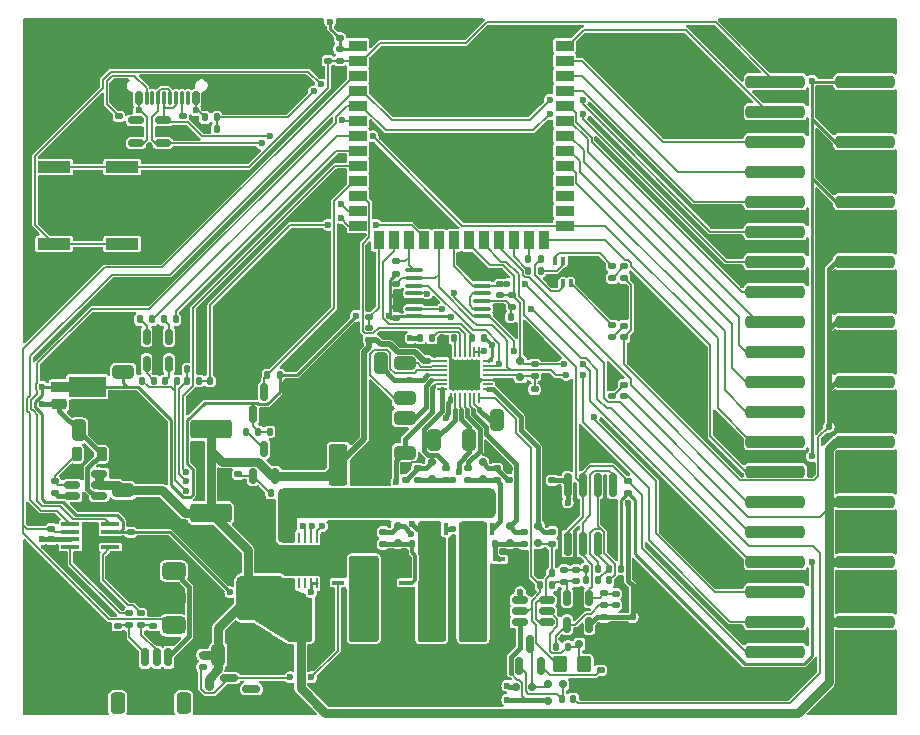
<source format=gtl>
G04 #@! TF.GenerationSoftware,KiCad,Pcbnew,8.0.6*
G04 #@! TF.CreationDate,2024-11-03T17:59:08+01:00*
G04 #@! TF.ProjectId,s3main,73336d61-696e-42e6-9b69-6361645f7063,A*
G04 #@! TF.SameCoordinates,Original*
G04 #@! TF.FileFunction,Copper,L1,Top*
G04 #@! TF.FilePolarity,Positive*
%FSLAX46Y46*%
G04 Gerber Fmt 4.6, Leading zero omitted, Abs format (unit mm)*
G04 Created by KiCad (PCBNEW 8.0.6) date 2024-11-03 17:59:08*
%MOMM*%
%LPD*%
G01*
G04 APERTURE LIST*
G04 Aperture macros list*
%AMRoundRect*
0 Rectangle with rounded corners*
0 $1 Rounding radius*
0 $2 $3 $4 $5 $6 $7 $8 $9 X,Y pos of 4 corners*
0 Add a 4 corners polygon primitive as box body*
4,1,4,$2,$3,$4,$5,$6,$7,$8,$9,$2,$3,0*
0 Add four circle primitives for the rounded corners*
1,1,$1+$1,$2,$3*
1,1,$1+$1,$4,$5*
1,1,$1+$1,$6,$7*
1,1,$1+$1,$8,$9*
0 Add four rect primitives between the rounded corners*
20,1,$1+$1,$2,$3,$4,$5,0*
20,1,$1+$1,$4,$5,$6,$7,0*
20,1,$1+$1,$6,$7,$8,$9,0*
20,1,$1+$1,$8,$9,$2,$3,0*%
%AMFreePoly0*
4,1,21,1.372500,0.787500,0.862500,0.787500,0.862500,0.532500,1.372500,0.532500,1.372500,0.127500,0.862500,0.127500,0.862500,-0.127500,1.372500,-0.127500,1.372500,-0.532500,0.862500,-0.532500,0.862500,-0.787500,1.372500,-0.787500,1.372500,-1.195000,0.612500,-1.195000,0.612500,-1.117500,-0.862500,-1.117500,-0.862500,1.117500,0.612500,1.117500,0.612500,1.195000,1.372500,1.195000,
1.372500,0.787500,1.372500,0.787500,$1*%
%AMFreePoly1*
4,1,9,3.862500,-0.866500,0.737500,-0.866500,0.737500,-0.450000,-0.737500,-0.450000,-0.737500,0.450000,0.737500,0.450000,0.737500,0.866500,3.862500,0.866500,3.862500,-0.866500,3.862500,-0.866500,$1*%
G04 Aperture macros list end*
G04 #@! TA.AperFunction,SMDPad,CuDef*
%ADD10RoundRect,0.147500X-0.172500X0.147500X-0.172500X-0.147500X0.172500X-0.147500X0.172500X0.147500X0*%
G04 #@! TD*
G04 #@! TA.AperFunction,SMDPad,CuDef*
%ADD11RoundRect,0.135000X0.135000X0.185000X-0.135000X0.185000X-0.135000X-0.185000X0.135000X-0.185000X0*%
G04 #@! TD*
G04 #@! TA.AperFunction,SMDPad,CuDef*
%ADD12RoundRect,0.135000X-0.135000X-0.185000X0.135000X-0.185000X0.135000X0.185000X-0.135000X0.185000X0*%
G04 #@! TD*
G04 #@! TA.AperFunction,SMDPad,CuDef*
%ADD13RoundRect,0.150000X0.200000X-0.150000X0.200000X0.150000X-0.200000X0.150000X-0.200000X-0.150000X0*%
G04 #@! TD*
G04 #@! TA.AperFunction,SMDPad,CuDef*
%ADD14RoundRect,0.135000X-0.185000X0.135000X-0.185000X-0.135000X0.185000X-0.135000X0.185000X0.135000X0*%
G04 #@! TD*
G04 #@! TA.AperFunction,SMDPad,CuDef*
%ADD15RoundRect,0.250000X-0.325000X-0.650000X0.325000X-0.650000X0.325000X0.650000X-0.325000X0.650000X0*%
G04 #@! TD*
G04 #@! TA.AperFunction,SMDPad,CuDef*
%ADD16RoundRect,0.050000X-0.387500X-0.050000X0.387500X-0.050000X0.387500X0.050000X-0.387500X0.050000X0*%
G04 #@! TD*
G04 #@! TA.AperFunction,SMDPad,CuDef*
%ADD17RoundRect,0.050000X-0.050000X-0.387500X0.050000X-0.387500X0.050000X0.387500X-0.050000X0.387500X0*%
G04 #@! TD*
G04 #@! TA.AperFunction,HeatsinkPad*
%ADD18C,0.500000*%
G04 #@! TD*
G04 #@! TA.AperFunction,HeatsinkPad*
%ADD19R,2.600000X2.600000*%
G04 #@! TD*
G04 #@! TA.AperFunction,SMDPad,CuDef*
%ADD20R,0.990000X0.405000*%
G04 #@! TD*
G04 #@! TA.AperFunction,SMDPad,CuDef*
%ADD21FreePoly0,180.000000*%
G04 #@! TD*
G04 #@! TA.AperFunction,SMDPad,CuDef*
%ADD22R,0.405000X0.990000*%
G04 #@! TD*
G04 #@! TA.AperFunction,SMDPad,CuDef*
%ADD23FreePoly0,90.000000*%
G04 #@! TD*
G04 #@! TA.AperFunction,SMDPad,CuDef*
%ADD24RoundRect,0.150000X-0.150000X0.512500X-0.150000X-0.512500X0.150000X-0.512500X0.150000X0.512500X0*%
G04 #@! TD*
G04 #@! TA.AperFunction,SMDPad,CuDef*
%ADD25RoundRect,0.140000X0.140000X0.170000X-0.140000X0.170000X-0.140000X-0.170000X0.140000X-0.170000X0*%
G04 #@! TD*
G04 #@! TA.AperFunction,SMDPad,CuDef*
%ADD26RoundRect,0.135000X0.185000X-0.135000X0.185000X0.135000X-0.185000X0.135000X-0.185000X-0.135000X0*%
G04 #@! TD*
G04 #@! TA.AperFunction,SMDPad,CuDef*
%ADD27R,1.600000X0.300000*%
G04 #@! TD*
G04 #@! TA.AperFunction,SMDPad,CuDef*
%ADD28RoundRect,0.140000X-0.170000X0.140000X-0.170000X-0.140000X0.170000X-0.140000X0.170000X0.140000X0*%
G04 #@! TD*
G04 #@! TA.AperFunction,SMDPad,CuDef*
%ADD29RoundRect,0.250000X0.350000X0.450000X-0.350000X0.450000X-0.350000X-0.450000X0.350000X-0.450000X0*%
G04 #@! TD*
G04 #@! TA.AperFunction,ComponentPad*
%ADD30C,0.800000*%
G04 #@! TD*
G04 #@! TA.AperFunction,ComponentPad*
%ADD31C,6.400000*%
G04 #@! TD*
G04 #@! TA.AperFunction,SMDPad,CuDef*
%ADD32RoundRect,0.150000X0.150000X-0.587500X0.150000X0.587500X-0.150000X0.587500X-0.150000X-0.587500X0*%
G04 #@! TD*
G04 #@! TA.AperFunction,SMDPad,CuDef*
%ADD33R,1.500000X0.900000*%
G04 #@! TD*
G04 #@! TA.AperFunction,SMDPad,CuDef*
%ADD34R,0.900000X1.500000*%
G04 #@! TD*
G04 #@! TA.AperFunction,SMDPad,CuDef*
%ADD35R,1.000000X1.000000*%
G04 #@! TD*
G04 #@! TA.AperFunction,SMDPad,CuDef*
%ADD36RoundRect,0.150000X-0.150000X-0.200000X0.150000X-0.200000X0.150000X0.200000X-0.150000X0.200000X0*%
G04 #@! TD*
G04 #@! TA.AperFunction,SMDPad,CuDef*
%ADD37RoundRect,0.250000X1.500000X0.550000X-1.500000X0.550000X-1.500000X-0.550000X1.500000X-0.550000X0*%
G04 #@! TD*
G04 #@! TA.AperFunction,SMDPad,CuDef*
%ADD38RoundRect,0.150000X0.150000X0.425000X-0.150000X0.425000X-0.150000X-0.425000X0.150000X-0.425000X0*%
G04 #@! TD*
G04 #@! TA.AperFunction,SMDPad,CuDef*
%ADD39RoundRect,0.075000X0.075000X0.500000X-0.075000X0.500000X-0.075000X-0.500000X0.075000X-0.500000X0*%
G04 #@! TD*
G04 #@! TA.AperFunction,ComponentPad*
%ADD40O,1.000000X2.100000*%
G04 #@! TD*
G04 #@! TA.AperFunction,ComponentPad*
%ADD41O,1.000000X1.800000*%
G04 #@! TD*
G04 #@! TA.AperFunction,SMDPad,CuDef*
%ADD42RoundRect,0.250000X0.550000X-1.500000X0.550000X1.500000X-0.550000X1.500000X-0.550000X-1.500000X0*%
G04 #@! TD*
G04 #@! TA.AperFunction,SMDPad,CuDef*
%ADD43R,2.750000X1.000000*%
G04 #@! TD*
G04 #@! TA.AperFunction,SMDPad,CuDef*
%ADD44RoundRect,0.140000X0.170000X-0.140000X0.170000X0.140000X-0.170000X0.140000X-0.170000X-0.140000X0*%
G04 #@! TD*
G04 #@! TA.AperFunction,SMDPad,CuDef*
%ADD45RoundRect,0.150000X-0.587500X-0.150000X0.587500X-0.150000X0.587500X0.150000X-0.587500X0.150000X0*%
G04 #@! TD*
G04 #@! TA.AperFunction,SMDPad,CuDef*
%ADD46RoundRect,0.218750X-0.218750X-0.381250X0.218750X-0.381250X0.218750X0.381250X-0.218750X0.381250X0*%
G04 #@! TD*
G04 #@! TA.AperFunction,SMDPad,CuDef*
%ADD47RoundRect,0.375000X-0.625000X-0.375000X0.625000X-0.375000X0.625000X0.375000X-0.625000X0.375000X0*%
G04 #@! TD*
G04 #@! TA.AperFunction,SMDPad,CuDef*
%ADD48RoundRect,0.500000X-0.500000X-1.400000X0.500000X-1.400000X0.500000X1.400000X-0.500000X1.400000X0*%
G04 #@! TD*
G04 #@! TA.AperFunction,SMDPad,CuDef*
%ADD49RoundRect,0.100000X0.637500X0.100000X-0.637500X0.100000X-0.637500X-0.100000X0.637500X-0.100000X0*%
G04 #@! TD*
G04 #@! TA.AperFunction,SMDPad,CuDef*
%ADD50RoundRect,0.255000X2.245000X0.255000X-2.245000X0.255000X-2.245000X-0.255000X2.245000X-0.255000X0*%
G04 #@! TD*
G04 #@! TA.AperFunction,SMDPad,CuDef*
%ADD51RoundRect,0.150000X0.150000X-0.512500X0.150000X0.512500X-0.150000X0.512500X-0.150000X-0.512500X0*%
G04 #@! TD*
G04 #@! TA.AperFunction,ComponentPad*
%ADD52RoundRect,0.250000X-0.650000X-1.550000X0.650000X-1.550000X0.650000X1.550000X-0.650000X1.550000X0*%
G04 #@! TD*
G04 #@! TA.AperFunction,ComponentPad*
%ADD53O,1.800000X3.600000*%
G04 #@! TD*
G04 #@! TA.AperFunction,SMDPad,CuDef*
%ADD54RoundRect,0.150000X-0.150000X-0.625000X0.150000X-0.625000X0.150000X0.625000X-0.150000X0.625000X0*%
G04 #@! TD*
G04 #@! TA.AperFunction,SMDPad,CuDef*
%ADD55RoundRect,0.250000X-0.350000X-0.650000X0.350000X-0.650000X0.350000X0.650000X-0.350000X0.650000X0*%
G04 #@! TD*
G04 #@! TA.AperFunction,SMDPad,CuDef*
%ADD56FreePoly0,0.000000*%
G04 #@! TD*
G04 #@! TA.AperFunction,SMDPad,CuDef*
%ADD57RoundRect,0.250000X-0.650000X0.325000X-0.650000X-0.325000X0.650000X-0.325000X0.650000X0.325000X0*%
G04 #@! TD*
G04 #@! TA.AperFunction,SMDPad,CuDef*
%ADD58RoundRect,0.150000X0.512500X0.150000X-0.512500X0.150000X-0.512500X-0.150000X0.512500X-0.150000X0*%
G04 #@! TD*
G04 #@! TA.AperFunction,SMDPad,CuDef*
%ADD59RoundRect,0.225000X-0.425000X-0.225000X0.425000X-0.225000X0.425000X0.225000X-0.425000X0.225000X0*%
G04 #@! TD*
G04 #@! TA.AperFunction,SMDPad,CuDef*
%ADD60FreePoly1,0.000000*%
G04 #@! TD*
G04 #@! TA.AperFunction,SMDPad,CuDef*
%ADD61RoundRect,0.062500X-0.062500X0.375000X-0.062500X-0.375000X0.062500X-0.375000X0.062500X0.375000X0*%
G04 #@! TD*
G04 #@! TA.AperFunction,HeatsinkPad*
%ADD62R,3.000000X2.600000*%
G04 #@! TD*
G04 #@! TA.AperFunction,SMDPad,CuDef*
%ADD63RoundRect,0.100000X-0.100000X0.225000X-0.100000X-0.225000X0.100000X-0.225000X0.100000X0.225000X0*%
G04 #@! TD*
G04 #@! TA.AperFunction,SMDPad,CuDef*
%ADD64RoundRect,0.150000X0.150000X-0.825000X0.150000X0.825000X-0.150000X0.825000X-0.150000X-0.825000X0*%
G04 #@! TD*
G04 #@! TA.AperFunction,SMDPad,CuDef*
%ADD65RoundRect,0.150000X0.150000X0.200000X-0.150000X0.200000X-0.150000X-0.200000X0.150000X-0.200000X0*%
G04 #@! TD*
G04 #@! TA.AperFunction,SMDPad,CuDef*
%ADD66RoundRect,0.250000X0.650000X-0.325000X0.650000X0.325000X-0.650000X0.325000X-0.650000X-0.325000X0*%
G04 #@! TD*
G04 #@! TA.AperFunction,SMDPad,CuDef*
%ADD67RoundRect,0.140000X-0.140000X-0.170000X0.140000X-0.170000X0.140000X0.170000X-0.140000X0.170000X0*%
G04 #@! TD*
G04 #@! TA.AperFunction,ViaPad*
%ADD68C,0.600000*%
G04 #@! TD*
G04 #@! TA.AperFunction,Conductor*
%ADD69C,0.250000*%
G04 #@! TD*
G04 #@! TA.AperFunction,Conductor*
%ADD70C,0.200000*%
G04 #@! TD*
G04 #@! TA.AperFunction,Conductor*
%ADD71C,0.400000*%
G04 #@! TD*
G04 #@! TA.AperFunction,Conductor*
%ADD72C,0.800000*%
G04 #@! TD*
G04 #@! TA.AperFunction,Conductor*
%ADD73C,0.500000*%
G04 #@! TD*
G04 #@! TA.AperFunction,Conductor*
%ADD74C,0.300000*%
G04 #@! TD*
G04 APERTURE END LIST*
D10*
X166900000Y-94015000D03*
X166900000Y-94985000D03*
D11*
X129010000Y-98700000D03*
X127990000Y-98700000D03*
D12*
X149590000Y-95100000D03*
X150610000Y-95100000D03*
D13*
X157200000Y-111000000D03*
X157200000Y-112400000D03*
D12*
X131390000Y-76400000D03*
X132410000Y-76400000D03*
D14*
X126000000Y-118390000D03*
X126000000Y-119410000D03*
X124100000Y-76290000D03*
X124100000Y-77310000D03*
D15*
X150825000Y-103700000D03*
X153775000Y-103700000D03*
D16*
X151462500Y-97000000D03*
X151462500Y-97400000D03*
X151462500Y-97800000D03*
X151462500Y-98200000D03*
X151462500Y-98600000D03*
X151462500Y-99000000D03*
X151462500Y-99400000D03*
D17*
X152200000Y-100137500D03*
X152600000Y-100137500D03*
X153000000Y-100137500D03*
X153400000Y-100137500D03*
X153800000Y-100137500D03*
X154200000Y-100137500D03*
X154600000Y-100137500D03*
D16*
X155337500Y-99400000D03*
X155337500Y-99000000D03*
X155337500Y-98600000D03*
X155337500Y-98200000D03*
X155337500Y-97800000D03*
X155337500Y-97400000D03*
X155337500Y-97000000D03*
D17*
X154600000Y-96262500D03*
X154200000Y-96262500D03*
X153800000Y-96262500D03*
X153400000Y-96262500D03*
X153000000Y-96262500D03*
X152600000Y-96262500D03*
X152200000Y-96262500D03*
D18*
X152350000Y-97150000D03*
X152350000Y-98200000D03*
X152350000Y-99250000D03*
X153400000Y-97150000D03*
X153400000Y-98200000D03*
D19*
X153400000Y-98200000D03*
D18*
X153400000Y-99250000D03*
X154450000Y-97150000D03*
X154450000Y-98200000D03*
X154450000Y-99250000D03*
D20*
X156335000Y-115790000D03*
X156335000Y-115130000D03*
X156335000Y-114470000D03*
X156335000Y-113810000D03*
D21*
X154342500Y-114800000D03*
D14*
X131200000Y-121890000D03*
X131200000Y-122910000D03*
D12*
X151490000Y-95100000D03*
X152510000Y-95100000D03*
D22*
X153710000Y-111235000D03*
X154370000Y-111235000D03*
X155030000Y-111235000D03*
X155690000Y-111235000D03*
D23*
X154700000Y-109242500D03*
D12*
X136890000Y-103000000D03*
X137910000Y-103000000D03*
D24*
X163950000Y-117062500D03*
X163000000Y-117062500D03*
X162050000Y-117062500D03*
X162050000Y-119337500D03*
X163950000Y-119337500D03*
D12*
X165590000Y-115600000D03*
X166610000Y-115600000D03*
D25*
X160780000Y-115000000D03*
X159820000Y-115000000D03*
D11*
X166610000Y-114600000D03*
X165590000Y-114600000D03*
D26*
X118400000Y-111210000D03*
X118400000Y-110190000D03*
D13*
X150600000Y-105600000D03*
X150600000Y-107000000D03*
D27*
X123400000Y-112775000D03*
X123400000Y-112125000D03*
X123400000Y-111475000D03*
X123400000Y-110825000D03*
X120000000Y-110825000D03*
X120000000Y-111475000D03*
X120000000Y-112125000D03*
X120000000Y-112775000D03*
D11*
X132410000Y-77400000D03*
X131390000Y-77400000D03*
D28*
X160800000Y-107120000D03*
X160800000Y-108080000D03*
D26*
X165900000Y-100010000D03*
X165900000Y-98990000D03*
D29*
X163500000Y-122700000D03*
X161500000Y-122700000D03*
D30*
X116800000Y-72500000D03*
X117502944Y-70802944D03*
X117502944Y-74197056D03*
X119200000Y-70100000D03*
D31*
X119200000Y-72500000D03*
D30*
X119200000Y-74900000D03*
X120897056Y-70802944D03*
X120897056Y-74197056D03*
X121600000Y-72500000D03*
D14*
X156400000Y-91390000D03*
X156400000Y-92410000D03*
D11*
X137710000Y-98200000D03*
X136690000Y-98200000D03*
D26*
X147600000Y-89610000D03*
X147600000Y-88590000D03*
D12*
X136990000Y-108200000D03*
X138010000Y-108200000D03*
D14*
X158400000Y-111490000D03*
X158400000Y-112510000D03*
D11*
X164710000Y-115600000D03*
X163690000Y-115600000D03*
D32*
X135450000Y-101537500D03*
X137350000Y-101537500D03*
X136400000Y-99662500D03*
D33*
X144350000Y-69040000D03*
X144350000Y-70310000D03*
X144350000Y-71580000D03*
X144350000Y-72850000D03*
X144350000Y-74120000D03*
X144350000Y-75390000D03*
X144350000Y-76660000D03*
X144350000Y-77930000D03*
X144350000Y-79200000D03*
X144350000Y-80470000D03*
X144350000Y-81740000D03*
X144350000Y-83010000D03*
X144350000Y-84280000D03*
X144350000Y-85550000D03*
D34*
X146115000Y-86800000D03*
X147385000Y-86800000D03*
X148655000Y-86800000D03*
X149925000Y-86800000D03*
X151195000Y-86800000D03*
X152465000Y-86800000D03*
X153735000Y-86800000D03*
X155005000Y-86800000D03*
X156275000Y-86800000D03*
X157545000Y-86800000D03*
X158815000Y-86800000D03*
X160085000Y-86800000D03*
D33*
X161850000Y-85550000D03*
X161850000Y-84280000D03*
X161850000Y-83010000D03*
X161850000Y-81740000D03*
X161850000Y-80470000D03*
X161850000Y-79200000D03*
X161850000Y-77930000D03*
X161850000Y-76660000D03*
X161850000Y-75390000D03*
X161850000Y-74120000D03*
X161850000Y-72850000D03*
X161850000Y-71580000D03*
X161850000Y-70310000D03*
X161850000Y-69040000D03*
D35*
X150240000Y-72890000D03*
X150240000Y-74390000D03*
X150240000Y-74390000D03*
X150240000Y-75890000D03*
X151740000Y-72890000D03*
X151740000Y-72890000D03*
X151740000Y-74390000D03*
X151740000Y-75890000D03*
X153240000Y-72890000D03*
X153240000Y-74390000D03*
X153240000Y-75890000D03*
D14*
X149400000Y-106090000D03*
X149400000Y-107110000D03*
D13*
X160400000Y-124400000D03*
X160400000Y-125800000D03*
D36*
X159100000Y-124600000D03*
X157700000Y-124600000D03*
D28*
X118400000Y-112120000D03*
X118400000Y-113080000D03*
D37*
X131900000Y-109900000D03*
X126500000Y-109900000D03*
D38*
X131400000Y-74780000D03*
X130600000Y-74780000D03*
D39*
X129450000Y-74780000D03*
X128450000Y-74780000D03*
X127950000Y-74780000D03*
X126950000Y-74780000D03*
D38*
X125800000Y-74780000D03*
X125000000Y-74780000D03*
X125000000Y-74780000D03*
X125800000Y-74780000D03*
D39*
X126450000Y-74780000D03*
X127450000Y-74780000D03*
X128950000Y-74780000D03*
X129950000Y-74780000D03*
D38*
X130600000Y-74780000D03*
X131400000Y-74780000D03*
D40*
X132520000Y-74205000D03*
D41*
X132520000Y-70025000D03*
D40*
X123880000Y-74205000D03*
D41*
X123880000Y-70025000D03*
D42*
X142700000Y-105800000D03*
X142700000Y-100400000D03*
D14*
X142800000Y-70590000D03*
X142800000Y-71610000D03*
D12*
X126090000Y-98700000D03*
X127110000Y-98700000D03*
D43*
X118620000Y-87100000D03*
X124380000Y-87100000D03*
X118620000Y-91100000D03*
X124380000Y-91100000D03*
D11*
X126910000Y-93500000D03*
X125890000Y-93500000D03*
D44*
X150200000Y-96980000D03*
X150200000Y-96020000D03*
X147600000Y-93380000D03*
X147600000Y-92420000D03*
D11*
X155010000Y-95100000D03*
X153990000Y-95100000D03*
D26*
X145300000Y-93310000D03*
X145300000Y-92290000D03*
D30*
X166800000Y-72500000D03*
X167502944Y-70802944D03*
X167502944Y-74197056D03*
X169200000Y-70100000D03*
D31*
X169200000Y-72500000D03*
D30*
X169200000Y-74900000D03*
X170897056Y-70802944D03*
X170897056Y-74197056D03*
X171600000Y-72500000D03*
D12*
X158790000Y-89400000D03*
X159810000Y-89400000D03*
D15*
X156125000Y-102000000D03*
X159075000Y-102000000D03*
D28*
X157100000Y-106120000D03*
X157100000Y-107080000D03*
D14*
X129500000Y-76290000D03*
X129500000Y-77310000D03*
D24*
X128350000Y-94962500D03*
X127400000Y-94962500D03*
X126450000Y-94962500D03*
X126450000Y-97237500D03*
X127400000Y-97237500D03*
X128350000Y-97237500D03*
D14*
X151800000Y-106090000D03*
X151800000Y-107110000D03*
X156100000Y-106090000D03*
X156100000Y-107110000D03*
D43*
X118620000Y-80600000D03*
X124380000Y-80600000D03*
X118620000Y-84600000D03*
X124380000Y-84600000D03*
D45*
X133462500Y-123850000D03*
X133462500Y-125750000D03*
X135337500Y-124800000D03*
D25*
X162580000Y-125600000D03*
X161620000Y-125600000D03*
D15*
X132525000Y-121900000D03*
X135475000Y-121900000D03*
D13*
X159600000Y-111000000D03*
X159600000Y-112400000D03*
D22*
X149810000Y-111235000D03*
X150470000Y-111235000D03*
X151130000Y-111235000D03*
X151790000Y-111235000D03*
D23*
X150800000Y-109242500D03*
D46*
X120537500Y-104900000D03*
X122662500Y-104900000D03*
D47*
X128750000Y-114800000D03*
X128750000Y-117100000D03*
X128750000Y-119400000D03*
D48*
X135050000Y-117100000D03*
D26*
X165900000Y-95010000D03*
X165900000Y-93990000D03*
D14*
X125000000Y-118390000D03*
X125000000Y-119410000D03*
D44*
X166200000Y-117680000D03*
X166200000Y-116720000D03*
D11*
X130910000Y-98700000D03*
X129890000Y-98700000D03*
D14*
X157400000Y-91390000D03*
X157400000Y-92410000D03*
D49*
X154862500Y-93250000D03*
X154862500Y-92600000D03*
X154862500Y-91950000D03*
X154862500Y-91300000D03*
X154862500Y-90650000D03*
X154862500Y-90000000D03*
X154862500Y-89350000D03*
X149137500Y-89350000D03*
X149137500Y-90000000D03*
X149137500Y-90650000D03*
X149137500Y-91300000D03*
X149137500Y-91950000D03*
X149137500Y-92600000D03*
X149137500Y-93250000D03*
D26*
X165900000Y-90010000D03*
X165900000Y-88990000D03*
D44*
X127000000Y-120380000D03*
X127000000Y-119420000D03*
D25*
X157280000Y-93300000D03*
X156320000Y-93300000D03*
D30*
X166800000Y-122500000D03*
X167502944Y-120802944D03*
X167502944Y-124197056D03*
X169200000Y-120100000D03*
D31*
X169200000Y-122500000D03*
D30*
X169200000Y-124900000D03*
X170897056Y-120802944D03*
X170897056Y-124197056D03*
X171600000Y-122500000D03*
D50*
X187300000Y-121630000D03*
X179700000Y-121630000D03*
X187300000Y-119090000D03*
X179700000Y-119090000D03*
X187300000Y-116550000D03*
X179700000Y-116550000D03*
X187300000Y-114010000D03*
X179700000Y-114010000D03*
X187300000Y-111470000D03*
X179700000Y-111470000D03*
X187300000Y-108930000D03*
X179700000Y-108930000D03*
X187300000Y-106390000D03*
X179700000Y-106390000D03*
X187300000Y-103850000D03*
X179700000Y-103850000D03*
X187300000Y-101310000D03*
X179700000Y-101310000D03*
X187300000Y-98770000D03*
X179700000Y-98770000D03*
X187300000Y-96230000D03*
X179700000Y-96230000D03*
X187300000Y-93690000D03*
X179700000Y-93690000D03*
X187300000Y-91150000D03*
X179700000Y-91150000D03*
X187300000Y-88610000D03*
X179700000Y-88610000D03*
X187300000Y-86070000D03*
X179700000Y-86070000D03*
X187300000Y-83530000D03*
X179700000Y-83530000D03*
X187300000Y-80990000D03*
X179700000Y-80990000D03*
X187300000Y-78450000D03*
X179700000Y-78450000D03*
X187300000Y-75910000D03*
X179700000Y-75910000D03*
X187300000Y-73370000D03*
X179700000Y-73370000D03*
D51*
X135450000Y-106737500D03*
X137350000Y-106737500D03*
X136400000Y-104462500D03*
D44*
X124000000Y-120380000D03*
X124000000Y-119420000D03*
D26*
X156400000Y-90510000D03*
X156400000Y-89490000D03*
D11*
X128910000Y-93500000D03*
X127890000Y-93500000D03*
D52*
X150700000Y-118900000D03*
D53*
X154200000Y-118900000D03*
D54*
X125300000Y-122100000D03*
X126300000Y-122100000D03*
X127300000Y-122100000D03*
X128300000Y-122100000D03*
D55*
X124000000Y-125975000D03*
X129600000Y-125975000D03*
D20*
X148365000Y-113810000D03*
X148365000Y-114470000D03*
X148365000Y-115130000D03*
X148365000Y-115790000D03*
D56*
X150357500Y-114800000D03*
D44*
X165200000Y-119680000D03*
X165200000Y-118720000D03*
D57*
X148300000Y-101825000D03*
X148300000Y-104775000D03*
D28*
X125100000Y-111520000D03*
X125100000Y-112480000D03*
D44*
X141800000Y-71580000D03*
X141800000Y-70620000D03*
D15*
X143325000Y-97200000D03*
X146275000Y-97200000D03*
D57*
X124500000Y-97925000D03*
X124500000Y-100875000D03*
D20*
X142665000Y-113810000D03*
X142665000Y-114470000D03*
X142665000Y-115130000D03*
X142665000Y-115790000D03*
D56*
X144657500Y-114800000D03*
D26*
X164900000Y-123210000D03*
X164900000Y-122190000D03*
D14*
X146500000Y-111490000D03*
X146500000Y-112510000D03*
D13*
X158100000Y-97000000D03*
X158100000Y-98400000D03*
D14*
X153700000Y-106090000D03*
X153700000Y-107110000D03*
D25*
X149880000Y-112500000D03*
X148920000Y-112500000D03*
D52*
X139500000Y-118900000D03*
D53*
X144580000Y-118900000D03*
D58*
X122437500Y-108450000D03*
X122437500Y-107500000D03*
X122437500Y-106550000D03*
X120162500Y-106550000D03*
X120162500Y-107500000D03*
X120162500Y-108450000D03*
D26*
X145300000Y-95210000D03*
X145300000Y-94190000D03*
D59*
X119050000Y-97700000D03*
D60*
X119137500Y-99200000D03*
D59*
X119050000Y-100700000D03*
D12*
X159790000Y-116000000D03*
X160810000Y-116000000D03*
D26*
X161800000Y-115710000D03*
X161800000Y-114690000D03*
D61*
X140850000Y-111962500D03*
X140350000Y-111962500D03*
X139850000Y-111962500D03*
X139350000Y-111962500D03*
X138850000Y-111962500D03*
X138350000Y-111962500D03*
X138350000Y-115837500D03*
X138850000Y-115837500D03*
X139350000Y-115837500D03*
X139850000Y-115837500D03*
X140350000Y-115837500D03*
X140850000Y-115837500D03*
D18*
X140850000Y-112850000D03*
X139600000Y-112850000D03*
X138350000Y-112850000D03*
X140850000Y-113900000D03*
X139600000Y-113900000D03*
D62*
X139600000Y-113900000D03*
D18*
X138350000Y-113900000D03*
X140850000Y-114950000D03*
X139600000Y-114950000D03*
X138350000Y-114950000D03*
D14*
X134200000Y-105590000D03*
X134200000Y-106610000D03*
D13*
X154900000Y-105600000D03*
X154900000Y-107000000D03*
D58*
X127837500Y-78550000D03*
X127837500Y-77600000D03*
X127837500Y-76650000D03*
X125562500Y-76650000D03*
X125562500Y-77600000D03*
X125562500Y-78550000D03*
D57*
X144800000Y-109025000D03*
X144800000Y-111975000D03*
D12*
X134890000Y-103000000D03*
X135910000Y-103000000D03*
D63*
X162350000Y-88550000D03*
X161700000Y-88550000D03*
X161050000Y-88550000D03*
X161050000Y-90450000D03*
X161700000Y-90450000D03*
X162350000Y-90450000D03*
D26*
X165200000Y-117710000D03*
X165200000Y-116690000D03*
X167200000Y-108210000D03*
X167200000Y-107190000D03*
D12*
X158790000Y-88400000D03*
X159810000Y-88400000D03*
D14*
X160800000Y-111490000D03*
X160800000Y-112510000D03*
D10*
X166900000Y-89015000D03*
X166900000Y-89985000D03*
D32*
X157950000Y-122837500D03*
X159850000Y-122837500D03*
X158900000Y-120962500D03*
D58*
X160337500Y-119150000D03*
X160337500Y-118200000D03*
X160337500Y-117250000D03*
X158062500Y-117250000D03*
X158062500Y-118200000D03*
X158062500Y-119150000D03*
D13*
X131700000Y-124500000D03*
X131700000Y-125900000D03*
D64*
X162095000Y-112475000D03*
X163365000Y-112475000D03*
X164635000Y-112475000D03*
X165905000Y-112475000D03*
X165905000Y-107525000D03*
X164635000Y-107525000D03*
X163365000Y-107525000D03*
X162095000Y-107525000D03*
D44*
X136800000Y-115580000D03*
X136800000Y-114620000D03*
D65*
X161700000Y-124400000D03*
X163100000Y-124400000D03*
D13*
X147700000Y-111000000D03*
X147700000Y-112400000D03*
D44*
X142800000Y-69680000D03*
X142800000Y-68720000D03*
D10*
X166900000Y-99015000D03*
X166900000Y-99985000D03*
D11*
X162110000Y-121200000D03*
X161090000Y-121200000D03*
D12*
X163690000Y-114600000D03*
X164710000Y-114600000D03*
D15*
X120725000Y-102900000D03*
X123675000Y-102900000D03*
D66*
X148300000Y-100175000D03*
X148300000Y-97225000D03*
D12*
X129890000Y-97700000D03*
X130910000Y-97700000D03*
D44*
X162800000Y-115680000D03*
X162800000Y-114720000D03*
D37*
X131900000Y-102800000D03*
X126500000Y-102800000D03*
D67*
X131820000Y-98700000D03*
X132780000Y-98700000D03*
D28*
X148400000Y-106120000D03*
X148400000Y-107080000D03*
D66*
X124500000Y-107975000D03*
X124500000Y-105025000D03*
D14*
X159300000Y-97290000D03*
X159300000Y-98310000D03*
D30*
X116800000Y-122500000D03*
X117502944Y-120802944D03*
X117502944Y-124197056D03*
X119200000Y-120100000D03*
D31*
X119200000Y-122500000D03*
D30*
X119200000Y-124900000D03*
X120897056Y-120802944D03*
X120897056Y-124197056D03*
X121600000Y-122500000D03*
D28*
X159300000Y-99420000D03*
X159300000Y-100380000D03*
D65*
X163100000Y-121000000D03*
X164500000Y-121000000D03*
D14*
X147600000Y-90490000D03*
X147600000Y-91510000D03*
D67*
X155020000Y-112500000D03*
X155980000Y-112500000D03*
D28*
X118700000Y-107220000D03*
X118700000Y-108180000D03*
D68*
X182800000Y-114000000D03*
X144200000Y-93200000D03*
X152193870Y-93306130D03*
X155700000Y-95700000D03*
X147000000Y-93200000D03*
X182800000Y-73300000D03*
X140400000Y-116600000D03*
X182800000Y-105100000D03*
X117600000Y-99200000D03*
X133550000Y-116600000D03*
X142000000Y-68300000D03*
X170400000Y-96390000D03*
X130800000Y-69990000D03*
X125000000Y-117000000D03*
X127000000Y-117000000D03*
X172600000Y-96390000D03*
X188000000Y-72190000D03*
X139600000Y-89790000D03*
X135200000Y-74390000D03*
X158100000Y-114800000D03*
X179200000Y-89790000D03*
X155000000Y-78790000D03*
X183600000Y-78790000D03*
X146600000Y-114800000D03*
X133000000Y-113990000D03*
X174800000Y-122790000D03*
X189400000Y-100300000D03*
X135200000Y-109590000D03*
X127600000Y-120500000D03*
X163000000Y-118100000D03*
X139600000Y-87590000D03*
X163800000Y-105190000D03*
X159400000Y-72190000D03*
X124200000Y-78790000D03*
X179200000Y-120590000D03*
X131000000Y-97000000D03*
X172600000Y-98590000D03*
X148400000Y-72190000D03*
X159400000Y-78790000D03*
X135200000Y-96390000D03*
X161600000Y-105190000D03*
X168200000Y-91990000D03*
X126400000Y-87590000D03*
X141800000Y-102990000D03*
X149700000Y-105300000D03*
X133000000Y-96390000D03*
X174800000Y-85390000D03*
X157099503Y-94109287D03*
X124300000Y-90300000D03*
X119800000Y-96390000D03*
X155000000Y-83190000D03*
X174800000Y-76590000D03*
X130800000Y-118390000D03*
X148400000Y-74390000D03*
X128900000Y-77800000D03*
X148400000Y-122790000D03*
X174800000Y-74390000D03*
X144000000Y-87590000D03*
X188000000Y-124990000D03*
X159400000Y-96390000D03*
X122000000Y-83190000D03*
X156500000Y-120600000D03*
X163800000Y-69990000D03*
X137400000Y-74390000D03*
X155000000Y-72190000D03*
X183600000Y-69990000D03*
X187400000Y-95200000D03*
X122000000Y-76590000D03*
X170400000Y-98590000D03*
X181400000Y-120590000D03*
X188000000Y-74390000D03*
X146200000Y-124990000D03*
X141800000Y-118390000D03*
X146200000Y-83190000D03*
X188000000Y-117700000D03*
X117600000Y-76590000D03*
X157200000Y-115800000D03*
X148400000Y-78790000D03*
X122000000Y-85390000D03*
X166000000Y-124990000D03*
X179200000Y-69990000D03*
X139600000Y-105190000D03*
X139600000Y-102990000D03*
X189400000Y-110100000D03*
X185400000Y-110100000D03*
X116900000Y-110100000D03*
X185800000Y-124990000D03*
X155000000Y-69990000D03*
X157200000Y-80990000D03*
X130800000Y-120590000D03*
X168200000Y-96390000D03*
X161600000Y-102990000D03*
X124200000Y-94190000D03*
X181400000Y-105190000D03*
X150600000Y-124990000D03*
X181400000Y-72190000D03*
X122000000Y-100790000D03*
X139600000Y-100790000D03*
X183600000Y-87590000D03*
X147400000Y-69200000D03*
X172600000Y-76590000D03*
X122000000Y-96390000D03*
X159400000Y-69990000D03*
X144000000Y-91990000D03*
X148400000Y-118390000D03*
X144000000Y-124990000D03*
X170400000Y-76590000D03*
X120200000Y-106000000D03*
X144000000Y-89790000D03*
X158100000Y-115500000D03*
X188000000Y-105190000D03*
X148400000Y-124990000D03*
X181400000Y-89790000D03*
X130600000Y-76700000D03*
X137400000Y-69990000D03*
X188000000Y-87590000D03*
X157200000Y-69990000D03*
X177000000Y-124990000D03*
X147500000Y-114500000D03*
X139600000Y-69990000D03*
X177000000Y-89790000D03*
X163800000Y-89790000D03*
X188000000Y-69990000D03*
X130800000Y-116190000D03*
X185800000Y-72190000D03*
X166900000Y-116200000D03*
X187400000Y-90100000D03*
X150800000Y-92000000D03*
X189400000Y-90100000D03*
X139600000Y-91990000D03*
X157200000Y-83190000D03*
X135200000Y-98590000D03*
X146600000Y-115500000D03*
X126400000Y-85390000D03*
X188000000Y-120590000D03*
X177000000Y-72190000D03*
X135200000Y-69990000D03*
X185800000Y-87590000D03*
X179200000Y-105190000D03*
X150600000Y-80990000D03*
X130800000Y-111790000D03*
X119800000Y-78790000D03*
X146200000Y-105190000D03*
X187400000Y-110100000D03*
X155000000Y-74390000D03*
X137400000Y-124990000D03*
X185800000Y-69990000D03*
X146200000Y-122790000D03*
X185800000Y-117700000D03*
X119800000Y-89790000D03*
X174800000Y-113990000D03*
X157200000Y-72190000D03*
X135200000Y-94190000D03*
X130800000Y-105190000D03*
X185400000Y-95200000D03*
X156400000Y-105300000D03*
X158100000Y-114100000D03*
X170400000Y-94190000D03*
X118900000Y-113500000D03*
X188000000Y-122790000D03*
X179200000Y-87590000D03*
X183600000Y-85390000D03*
X146200000Y-80990000D03*
X141800000Y-124990000D03*
X174800000Y-69990000D03*
X185400000Y-82100000D03*
X157200000Y-114400000D03*
X187400000Y-82100000D03*
X170400000Y-109590000D03*
X166000000Y-69990000D03*
X155000000Y-80990000D03*
X137400000Y-122790000D03*
X174800000Y-124990000D03*
X152800000Y-83190000D03*
X166000000Y-91990000D03*
X122000000Y-113990000D03*
X172600000Y-100790000D03*
X159800000Y-114300000D03*
X124200000Y-113990000D03*
X117600000Y-118390000D03*
X185800000Y-105190000D03*
X185800000Y-74390000D03*
X128600000Y-69990000D03*
X122000000Y-94190000D03*
X185400000Y-90100000D03*
X122000000Y-111790000D03*
X126400000Y-83190000D03*
X168200000Y-94190000D03*
X161600000Y-100790000D03*
X146200000Y-74390000D03*
X185800000Y-120590000D03*
X150600000Y-85390000D03*
X148400000Y-83190000D03*
X172600000Y-74390000D03*
X156500000Y-118400000D03*
X137400000Y-105190000D03*
X183600000Y-80990000D03*
X128600000Y-83190000D03*
X157200000Y-74390000D03*
X122000000Y-78790000D03*
X157200000Y-78790000D03*
X181400000Y-74390000D03*
X146200000Y-102990000D03*
X165900000Y-98200000D03*
X152800000Y-78790000D03*
X144000000Y-122790000D03*
X153800000Y-89300000D03*
X152800000Y-80990000D03*
X147500000Y-113800000D03*
X187400000Y-100300000D03*
X157200000Y-115100000D03*
X159400000Y-80990000D03*
X150600000Y-78790000D03*
X145300000Y-91700000D03*
X128600000Y-85390000D03*
X185800000Y-122790000D03*
X150600000Y-122790000D03*
X159400000Y-74390000D03*
X148400000Y-120590000D03*
X137400000Y-89790000D03*
X172600000Y-111790000D03*
X124200000Y-83190000D03*
X147500000Y-115200000D03*
X189400000Y-82100000D03*
X177000000Y-87590000D03*
X126400000Y-113990000D03*
X133000000Y-94190000D03*
X146600000Y-114100000D03*
X179200000Y-124990000D03*
X130800000Y-83190000D03*
X135200000Y-91990000D03*
X119800000Y-83190000D03*
X137400000Y-91990000D03*
X146200000Y-100790000D03*
X181400000Y-87590000D03*
X159400000Y-83190000D03*
X165900000Y-111200000D03*
X144000000Y-102990000D03*
X124200000Y-96390000D03*
X137400000Y-94190000D03*
X146200000Y-72190000D03*
X185400000Y-100300000D03*
X183600000Y-72190000D03*
X189400000Y-95200000D03*
X152800000Y-124990000D03*
X141800000Y-120590000D03*
X179200000Y-74390000D03*
X126400000Y-105190000D03*
X117600000Y-100700000D03*
X167600000Y-118700000D03*
X167200000Y-109000000D03*
X162100000Y-109000000D03*
X184200000Y-102600000D03*
X117600000Y-112100000D03*
X148800000Y-98600000D03*
X148800000Y-95100000D03*
X147594490Y-107300640D03*
X148900000Y-110800000D03*
X157000000Y-125700000D03*
X157000000Y-124500000D03*
X153200000Y-111200000D03*
X158100000Y-116600000D03*
X152910793Y-106427452D03*
X141800000Y-85500000D03*
X145900000Y-85500000D03*
X148852998Y-111639710D03*
X151770185Y-101816527D03*
X152400000Y-107100000D03*
X152400000Y-111200000D03*
X138600000Y-123800000D03*
X140400000Y-123800000D03*
X142900000Y-84900000D03*
X136200000Y-78600000D03*
X130600000Y-75800000D03*
X125800000Y-75800000D03*
X136900000Y-78000000D03*
X142900000Y-83700000D03*
X163400000Y-98200000D03*
X162000000Y-98200000D03*
X145600000Y-78000000D03*
X141200000Y-73600000D03*
X156300000Y-97273000D03*
X164300000Y-101800000D03*
X140500000Y-111000000D03*
X129800000Y-107200000D03*
X129800000Y-108000000D03*
X139700000Y-111000000D03*
X140600000Y-74200000D03*
X143000000Y-76600000D03*
X163400000Y-76100000D03*
X160600000Y-76100000D03*
X160600000Y-74900000D03*
X163400000Y-74900000D03*
X129800000Y-106400000D03*
X141300000Y-111000000D03*
X151493870Y-92606130D03*
X159000000Y-92600000D03*
X163400000Y-97300000D03*
X161800000Y-97300000D03*
X158474000Y-90500000D03*
X157000000Y-90500000D03*
X157527000Y-96200000D03*
X155000000Y-96200000D03*
X152500000Y-91300000D03*
X150193870Y-91306130D03*
D69*
X144200000Y-93200000D02*
X139200000Y-98200000D01*
X155337500Y-97000000D02*
X155700000Y-96637500D01*
X147180000Y-93380000D02*
X147000000Y-93200000D01*
X182800000Y-105100000D02*
X182800000Y-81500000D01*
X129571354Y-108552000D02*
X128521000Y-107501646D01*
X135911335Y-100688665D02*
X135770670Y-100548000D01*
X182800000Y-122000000D02*
X182800000Y-114000000D01*
X140350000Y-115837500D02*
X140850000Y-115837500D01*
X140350000Y-115837500D02*
X140350000Y-116550000D01*
X124500000Y-98900000D02*
X124800000Y-99200000D01*
X125718958Y-99200000D02*
X124800000Y-99200000D01*
X149137500Y-93250000D02*
X147730000Y-93250000D01*
X137710000Y-98200000D02*
X137710000Y-99662670D01*
X124500000Y-97925000D02*
X124500000Y-98900000D01*
X184750000Y-78450000D02*
X182800000Y-76500000D01*
X142000000Y-68880000D02*
X142000000Y-68300000D01*
X152137740Y-93250000D02*
X152193870Y-93306130D01*
X130352000Y-108348000D02*
X130148000Y-108552000D01*
X120500000Y-110048000D02*
X123948000Y-110048000D01*
X135770670Y-100548000D02*
X131385138Y-100548000D01*
X166610000Y-108800000D02*
X167200000Y-108210000D01*
X166610000Y-114600000D02*
X166610000Y-108800000D01*
X137710000Y-99662670D02*
X136684005Y-100688665D01*
X124498000Y-111173000D02*
X124196000Y-111475000D01*
X124498000Y-110598000D02*
X124498000Y-111173000D01*
X142800000Y-70590000D02*
X144070000Y-70590000D01*
X136684005Y-100688665D02*
X135911335Y-100688665D01*
X119400000Y-108948000D02*
X120500000Y-110048000D01*
X147028000Y-90182000D02*
X147600000Y-89610000D01*
X117600000Y-101480646D02*
X117600000Y-108700000D01*
X187300000Y-83530000D02*
X184800001Y-83530000D01*
X182870000Y-73370000D02*
X182800000Y-73300000D01*
X147600000Y-93380000D02*
X147180000Y-93380000D01*
X167800000Y-108810000D02*
X167200000Y-108210000D01*
X167800000Y-113400000D02*
X177100000Y-122700000D01*
X144070000Y-70590000D02*
X144350000Y-70310000D01*
X182800000Y-73300000D02*
X182800000Y-76500000D01*
X123948000Y-110048000D02*
X124498000Y-110598000D01*
X130148000Y-108552000D02*
X129571354Y-108552000D01*
X130352000Y-106171354D02*
X130352000Y-108348000D01*
X117600000Y-99919354D02*
X117048000Y-100471354D01*
X117600000Y-108700000D02*
X117848000Y-108948000D01*
X147028000Y-90182000D02*
X147028000Y-93172000D01*
X187300000Y-73370000D02*
X182870000Y-73370000D01*
X124800000Y-111475000D02*
X125055000Y-111475000D01*
X182800000Y-81529999D02*
X182800000Y-81500000D01*
X131385138Y-100548000D02*
X129898000Y-102035138D01*
X129898000Y-102035138D02*
X129898000Y-105717354D01*
X140350000Y-116550000D02*
X140400000Y-116600000D01*
X155010000Y-95100000D02*
X155100000Y-95100000D01*
X147730000Y-93250000D02*
X147600000Y-93380000D01*
X124196000Y-111475000D02*
X123400000Y-111475000D01*
X117048000Y-100471354D02*
X117048000Y-100928646D01*
X123400000Y-111475000D02*
X124800000Y-111475000D01*
X117848000Y-108948000D02*
X119400000Y-108948000D01*
X142800000Y-69680000D02*
X142000000Y-68880000D01*
X182800000Y-76500000D02*
X182800000Y-81500000D01*
X167800000Y-113400000D02*
X167800000Y-108810000D01*
X117048000Y-100928646D02*
X117600000Y-101480646D01*
X155700000Y-96637500D02*
X155700000Y-95700000D01*
X139200000Y-98200000D02*
X137710000Y-98200000D01*
X128521000Y-102002042D02*
X125718958Y-99200000D01*
X119137500Y-99200000D02*
X117600000Y-99200000D01*
X187300000Y-78450000D02*
X184750000Y-78450000D01*
X125055000Y-111475000D02*
X125100000Y-111520000D01*
X149137500Y-93250000D02*
X152137740Y-93250000D01*
X142800000Y-69680000D02*
X142800000Y-70590000D01*
X128470000Y-111520000D02*
X125100000Y-111520000D01*
X147028000Y-93172000D02*
X147000000Y-93200000D01*
X133550000Y-116600000D02*
X128470000Y-111520000D01*
X117600000Y-99200000D02*
X117600000Y-99919354D01*
X129898000Y-105717354D02*
X130352000Y-106171354D01*
X177100000Y-122700000D02*
X182100000Y-122700000D01*
X184800001Y-83530000D02*
X182800000Y-81529999D01*
X124800000Y-99200000D02*
X119137500Y-99200000D01*
X128521000Y-107501646D02*
X128521000Y-102002042D01*
X155100000Y-95100000D02*
X155700000Y-95700000D01*
X182100000Y-122700000D02*
X182800000Y-122000000D01*
D70*
X159820000Y-115000000D02*
X159820000Y-114320000D01*
X166610000Y-115600000D02*
X166610000Y-115910000D01*
X124380000Y-90380000D02*
X124300000Y-90300000D01*
X163000000Y-117062500D02*
X163000000Y-118100000D01*
X130910000Y-97700000D02*
X130910000Y-97090000D01*
X130910000Y-97090000D02*
X131000000Y-97000000D01*
X127000000Y-120380000D02*
X127480000Y-120380000D01*
X148927000Y-105593000D02*
X149407000Y-105593000D01*
X150750000Y-91950000D02*
X150800000Y-92000000D01*
X149137500Y-91950000D02*
X150750000Y-91950000D01*
X131390000Y-77400000D02*
X131300000Y-77400000D01*
X166610000Y-115910000D02*
X166900000Y-116200000D01*
X120162500Y-106550000D02*
X120162500Y-106037500D01*
X157100000Y-106120000D02*
X157100000Y-106000000D01*
X118400000Y-110190000D02*
X116990000Y-110190000D01*
X145300000Y-92290000D02*
X145300000Y-91700000D01*
X120162500Y-106037500D02*
X120200000Y-106000000D01*
X156320000Y-93329784D02*
X157099503Y-94109287D01*
X116990000Y-110190000D02*
X116900000Y-110100000D01*
X149407000Y-105593000D02*
X149700000Y-105300000D01*
X165900000Y-98990000D02*
X165900000Y-98200000D01*
X118400000Y-113080000D02*
X118480000Y-113080000D01*
X159820000Y-114320000D02*
X159800000Y-114300000D01*
X124380000Y-91100000D02*
X124380000Y-90380000D01*
X153850000Y-89350000D02*
X153800000Y-89300000D01*
X165905000Y-112475000D02*
X165905000Y-111205000D01*
X148400000Y-106120000D02*
X148927000Y-105593000D01*
X163000000Y-117062500D02*
X163000000Y-117600000D01*
X127480000Y-120380000D02*
X127600000Y-120500000D01*
X118480000Y-113080000D02*
X118900000Y-113500000D01*
X156320000Y-93300000D02*
X156320000Y-93329784D01*
X154862500Y-89350000D02*
X153850000Y-89350000D01*
X165905000Y-111205000D02*
X165900000Y-111200000D01*
X131300000Y-77400000D02*
X130600000Y-76700000D01*
X157100000Y-106000000D02*
X156400000Y-105300000D01*
X144350000Y-71580000D02*
X144734000Y-71580000D01*
X144734000Y-71580000D02*
X146207000Y-70107000D01*
X141800000Y-71580000D02*
X142770000Y-71580000D01*
X141800000Y-73900000D02*
X141800000Y-71580000D01*
X174630000Y-68300000D02*
X179700000Y-73370000D01*
X144350000Y-71580000D02*
X142830000Y-71580000D01*
X124380000Y-80600000D02*
X135100000Y-80600000D01*
X142830000Y-71580000D02*
X142800000Y-71610000D01*
X153493000Y-70107000D02*
X155300000Y-68300000D01*
X142770000Y-71580000D02*
X142800000Y-71610000D01*
X118620000Y-80600000D02*
X124380000Y-80600000D01*
X155300000Y-68300000D02*
X174630000Y-68300000D01*
X146207000Y-70107000D02*
X153493000Y-70107000D01*
X135100000Y-80600000D02*
X141800000Y-73900000D01*
X144650000Y-71580000D02*
X144350000Y-71580000D01*
X167500000Y-90585000D02*
X167500000Y-94385000D01*
D71*
X167207000Y-115620288D02*
X167600000Y-116013288D01*
X162095000Y-108995000D02*
X162100000Y-109000000D01*
X121448000Y-107851736D02*
X122046264Y-108450000D01*
X165220000Y-118700000D02*
X165200000Y-118720000D01*
X184800001Y-88610000D02*
X187300000Y-88610000D01*
D70*
X167500000Y-94385000D02*
X166900000Y-94985000D01*
D71*
X184800001Y-98770000D02*
X184200000Y-99370001D01*
D70*
X183327000Y-106727000D02*
X183327000Y-103473000D01*
X176727000Y-107127000D02*
X182927000Y-107127000D01*
D71*
X120725000Y-102962500D02*
X122662500Y-104900000D01*
X167600000Y-116013288D02*
X167600000Y-118700000D01*
X162095000Y-107525000D02*
X162095000Y-108995000D01*
X187300000Y-93690000D02*
X184800001Y-93690000D01*
X160800000Y-107120000D02*
X161690000Y-107120000D01*
X120000000Y-112125000D02*
X118405000Y-112125000D01*
X184200000Y-89210001D02*
X184800001Y-88610000D01*
D70*
X166900000Y-97300000D02*
X176727000Y-107127000D01*
D71*
X119050000Y-101225000D02*
X120725000Y-102900000D01*
X121448000Y-106114500D02*
X121448000Y-107851736D01*
X117600000Y-100700000D02*
X119050000Y-100700000D01*
X165200000Y-118720000D02*
X167580000Y-118720000D01*
X167200000Y-109000000D02*
X167207000Y-109007000D01*
X167207000Y-109007000D02*
X167207000Y-115620288D01*
D70*
X183327000Y-103473000D02*
X184200000Y-102600000D01*
X166900000Y-89985000D02*
X167500000Y-90585000D01*
D71*
X119050000Y-100700000D02*
X119050000Y-101225000D01*
X122046264Y-108450000D02*
X122437500Y-108450000D01*
X120725000Y-102900000D02*
X120725000Y-102962500D01*
D70*
X166900000Y-94985000D02*
X166900000Y-97300000D01*
D71*
X187300000Y-98770000D02*
X184800001Y-98770000D01*
X167580000Y-118720000D02*
X167600000Y-118700000D01*
X161690000Y-107120000D02*
X162095000Y-107525000D01*
X118405000Y-112125000D02*
X118400000Y-112120000D01*
X117620000Y-112120000D02*
X117600000Y-112100000D01*
X122662500Y-104900000D02*
X121448000Y-106114500D01*
X184800001Y-93690000D02*
X184200000Y-94290001D01*
D70*
X182927000Y-107127000D02*
X183327000Y-106727000D01*
D71*
X184200000Y-102600000D02*
X184200000Y-89210001D01*
X118400000Y-112120000D02*
X117620000Y-112120000D01*
X163950000Y-119337500D02*
X164567500Y-118720000D01*
X164567500Y-118720000D02*
X165200000Y-118720000D01*
D70*
X160337500Y-117250000D02*
X160313000Y-117225500D01*
X160780000Y-112530000D02*
X160800000Y-112510000D01*
X160337500Y-117250000D02*
X159675001Y-117250000D01*
X160313000Y-117225500D02*
X160313000Y-115467000D01*
X160800000Y-112510000D02*
X159710000Y-112510000D01*
X160780000Y-115000000D02*
X160780000Y-112530000D01*
X160313000Y-115467000D02*
X160780000Y-115000000D01*
X159400000Y-118874999D02*
X159675001Y-119150000D01*
X159400000Y-117525001D02*
X159400000Y-118874999D01*
X159675001Y-117250000D02*
X159400000Y-117525001D01*
X159710000Y-112510000D02*
X159600000Y-112400000D01*
X159675001Y-119150000D02*
X160337500Y-119150000D01*
X154862500Y-91950000D02*
X154899500Y-91913000D01*
X154899500Y-91913000D02*
X156903000Y-91913000D01*
X157280000Y-92530000D02*
X157400000Y-92410000D01*
X157280000Y-93300000D02*
X157280000Y-92530000D01*
X156903000Y-91913000D02*
X157400000Y-92410000D01*
X161090000Y-121200000D02*
X161090000Y-120297500D01*
X161090000Y-120297500D02*
X162050000Y-119337500D01*
X164052000Y-118448000D02*
X164790000Y-117710000D01*
X166200000Y-117680000D02*
X165230000Y-117680000D01*
X165230000Y-117680000D02*
X165200000Y-117710000D01*
X163639684Y-118448000D02*
X164052000Y-118448000D01*
X162750184Y-119337500D02*
X163639684Y-118448000D01*
X164790000Y-117710000D02*
X165200000Y-117710000D01*
X162050000Y-119337500D02*
X162750184Y-119337500D01*
X164827500Y-117062500D02*
X165200000Y-116690000D01*
X163365000Y-113439312D02*
X163365000Y-112475000D01*
X163365000Y-110692449D02*
X163365000Y-112475000D01*
X165230000Y-116720000D02*
X165200000Y-116690000D01*
X163950000Y-117062500D02*
X164827500Y-117062500D01*
X164000000Y-110057449D02*
X163365000Y-110692449D01*
X164000000Y-106647684D02*
X164000000Y-110057449D01*
X164187000Y-116113000D02*
X164187000Y-114261312D01*
X163950000Y-116350000D02*
X164187000Y-116113000D01*
X165905000Y-107525000D02*
X165905000Y-106605000D01*
X165600000Y-106300000D02*
X164347684Y-106300000D01*
X164187000Y-114261312D02*
X163365000Y-113439312D01*
X165905000Y-106605000D02*
X165600000Y-106300000D01*
X164347684Y-106300000D02*
X164000000Y-106647684D01*
X166200000Y-116720000D02*
X165230000Y-116720000D01*
X163950000Y-117062500D02*
X163950000Y-116350000D01*
X161800000Y-115710000D02*
X161100000Y-115710000D01*
X162050000Y-117062500D02*
X162050000Y-115960000D01*
X161830000Y-115680000D02*
X161800000Y-115710000D01*
X161100000Y-115710000D02*
X160810000Y-116000000D01*
X162800000Y-115680000D02*
X161830000Y-115680000D01*
X162050000Y-115960000D02*
X161800000Y-115710000D01*
X162800000Y-114720000D02*
X163570000Y-114720000D01*
X162800000Y-114720000D02*
X161830000Y-114720000D01*
X163690000Y-115600000D02*
X163690000Y-114600000D01*
X163570000Y-114720000D02*
X163690000Y-114600000D01*
X161830000Y-114720000D02*
X161800000Y-114690000D01*
D72*
X187300000Y-119090000D02*
X184210000Y-119090000D01*
X184230000Y-108930000D02*
X184200000Y-108900000D01*
X132515000Y-121890000D02*
X132525000Y-121900000D01*
X131900000Y-104600000D02*
X131900000Y-109900000D01*
X131700000Y-123913420D02*
X132525000Y-123088420D01*
X187300000Y-114010000D02*
X184210000Y-114010000D01*
X124025000Y-107500000D02*
X124500000Y-107975000D01*
X131900000Y-102800000D02*
X131900000Y-104600000D01*
X139500000Y-118900000D02*
X139500000Y-124700000D01*
X132848000Y-105548000D02*
X131900000Y-104600000D01*
D73*
X147700000Y-96273000D02*
X147023000Y-95596000D01*
X149923638Y-96980000D02*
X149216638Y-96273000D01*
D72*
X184200000Y-114000000D02*
X184200000Y-119100000D01*
X127775000Y-107975000D02*
X124500000Y-107975000D01*
X122437500Y-107500000D02*
X124025000Y-107500000D01*
D73*
X144900000Y-96243914D02*
X145300000Y-95843914D01*
D72*
X187300000Y-108930000D02*
X184230000Y-108930000D01*
X131900000Y-109900000D02*
X135050000Y-113050000D01*
X131900000Y-109900000D02*
X129700000Y-109900000D01*
X184200000Y-119100000D02*
X184200000Y-124200000D01*
D73*
X146300000Y-95596000D02*
X147023000Y-95596000D01*
D72*
X132525000Y-123088420D02*
X132525000Y-121900000D01*
D73*
X145300000Y-95843914D02*
X145300000Y-95210000D01*
D70*
X151462500Y-97000000D02*
X150220000Y-97000000D01*
D72*
X184200000Y-104450001D02*
X184200000Y-108900000D01*
X184200000Y-109500000D02*
X184200000Y-114000000D01*
X137074080Y-106737500D02*
X135884580Y-105548000D01*
D73*
X145914000Y-95210000D02*
X146300000Y-95596000D01*
D72*
X129700000Y-109900000D02*
X127775000Y-107975000D01*
X135050000Y-113050000D02*
X135050000Y-117100000D01*
D70*
X167185000Y-99985000D02*
X177400000Y-110200000D01*
X150220000Y-97000000D02*
X150200000Y-96980000D01*
D72*
X132525000Y-119625000D02*
X135050000Y-117100000D01*
X184210000Y-119090000D02*
X184200000Y-119100000D01*
X187300000Y-103850000D02*
X184800001Y-103850000D01*
X184200000Y-108900000D02*
X184200000Y-109500000D01*
X184800001Y-103850000D02*
X184200000Y-104450001D01*
D70*
X183500000Y-110200000D02*
X184200000Y-109500000D01*
X177400000Y-110200000D02*
X183500000Y-110200000D01*
D72*
X135884580Y-105548000D02*
X132848000Y-105548000D01*
X132525000Y-121900000D02*
X132525000Y-119625000D01*
D73*
X145300000Y-95210000D02*
X145914000Y-95210000D01*
D72*
X137350000Y-106737500D02*
X141762500Y-106737500D01*
X122437500Y-106550000D02*
X122437500Y-107500000D01*
D73*
X149216638Y-96273000D02*
X147700000Y-96273000D01*
D72*
X137350000Y-106737500D02*
X137074080Y-106737500D01*
X131200000Y-121890000D02*
X132515000Y-121890000D01*
D73*
X150200000Y-96980000D02*
X149923638Y-96980000D01*
D72*
X184210000Y-114010000D02*
X184200000Y-114000000D01*
X141762500Y-106737500D02*
X142700000Y-105800000D01*
X184200000Y-124200000D02*
X181600000Y-126800000D01*
X139500000Y-124700000D02*
X141600000Y-126800000D01*
D73*
X144900000Y-96243914D02*
X144900000Y-103600000D01*
X144900000Y-103600000D02*
X142700000Y-105800000D01*
D70*
X166900000Y-99985000D02*
X167185000Y-99985000D01*
D72*
X131700000Y-124500000D02*
X131700000Y-123913420D01*
X141600000Y-126800000D02*
X181600000Y-126800000D01*
D70*
X151462500Y-97800000D02*
X151448500Y-97814000D01*
X145745494Y-96073000D02*
X145400000Y-96418494D01*
X147100000Y-96368494D02*
X146804506Y-96073000D01*
X145400000Y-98175000D02*
X147400000Y-100175000D01*
X145400000Y-96418494D02*
X145400000Y-98175000D01*
X147445494Y-98027000D02*
X147100000Y-97681506D01*
X149367506Y-97814000D02*
X149154506Y-98027000D01*
X147400000Y-100175000D02*
X148300000Y-100175000D01*
X146804506Y-96073000D02*
X145745494Y-96073000D01*
X149154506Y-98027000D02*
X147445494Y-98027000D01*
X151448500Y-97814000D02*
X149367506Y-97814000D01*
X147100000Y-97681506D02*
X147100000Y-96368494D01*
X149687000Y-97487000D02*
X150525552Y-97487000D01*
X150525552Y-97487000D02*
X150612552Y-97400000D01*
X150612552Y-97400000D02*
X151462500Y-97400000D01*
X149687000Y-97487000D02*
X149425000Y-97225000D01*
X149425000Y-97225000D02*
X148300000Y-97225000D01*
D71*
X146275000Y-97460375D02*
X147414625Y-98600000D01*
D70*
X150241000Y-98200000D02*
X150200000Y-98241000D01*
D71*
X149841000Y-98600000D02*
X150200000Y-98241000D01*
D70*
X151462500Y-98200000D02*
X150241000Y-98200000D01*
D71*
X149590000Y-95100000D02*
X148800000Y-95100000D01*
X148800000Y-98600000D02*
X149841000Y-98600000D01*
X147414625Y-98600000D02*
X148800000Y-98600000D01*
X146275000Y-97200000D02*
X146275000Y-97460375D01*
X149200000Y-101825000D02*
X150073000Y-100952000D01*
X150073000Y-100952000D02*
X150073000Y-99113290D01*
X150073000Y-99113290D02*
X150443145Y-98743145D01*
D70*
X150586290Y-98600000D02*
X150543145Y-98643145D01*
D71*
X150443145Y-98743145D02*
X150543145Y-98643145D01*
D70*
X151462500Y-98600000D02*
X150586290Y-98600000D01*
D71*
X148300000Y-101825000D02*
X149200000Y-101825000D01*
D70*
X157987316Y-124000000D02*
X158246000Y-124258684D01*
D71*
X147594490Y-105480510D02*
X148300000Y-104775000D01*
X150600000Y-99331580D02*
X150715790Y-99215790D01*
X160300000Y-125700000D02*
X160400000Y-125800000D01*
X148300000Y-104775000D02*
X148300000Y-103622928D01*
D70*
X158246000Y-124258684D02*
X158246000Y-125346000D01*
D71*
X149810000Y-111235000D02*
X149335000Y-111235000D01*
D70*
X158246000Y-125346000D02*
X158600000Y-125700000D01*
D71*
X157000000Y-125700000D02*
X158800000Y-125700000D01*
X147594490Y-107300640D02*
X147594490Y-105480510D01*
D70*
X157837684Y-124000000D02*
X157987316Y-124000000D01*
D71*
X157272645Y-122098619D02*
X157272645Y-123427355D01*
X149335000Y-111235000D02*
X148900000Y-110800000D01*
X157272645Y-123427355D02*
X157276448Y-123431158D01*
D70*
X150931580Y-99000000D02*
X150715790Y-99215790D01*
X158600000Y-125700000D02*
X158800000Y-125700000D01*
X151462500Y-99000000D02*
X150931580Y-99000000D01*
D71*
X158800000Y-125700000D02*
X160300000Y-125700000D01*
X148300000Y-103622928D02*
X150600000Y-101322928D01*
X150600000Y-101322928D02*
X150600000Y-99331580D01*
X158062500Y-121308764D02*
X157272645Y-122098619D01*
X158062500Y-119150000D02*
X158062500Y-121308764D01*
D70*
X157272645Y-123434961D02*
X157837684Y-124000000D01*
X152527000Y-101200000D02*
X152527000Y-100873000D01*
D71*
X152527000Y-101998000D02*
X152527000Y-101200000D01*
X150825000Y-103700000D02*
X152527000Y-101998000D01*
D70*
X152600000Y-100800000D02*
X152600000Y-100137500D01*
X152527000Y-100873000D02*
X152600000Y-100800000D01*
D71*
X152910793Y-105616845D02*
X152910793Y-106427452D01*
X153775000Y-104752638D02*
X152910793Y-105616845D01*
X153235000Y-111235000D02*
X153200000Y-111200000D01*
X153054000Y-101200000D02*
X153054000Y-101926361D01*
D70*
X153054000Y-100954000D02*
X153000000Y-100900000D01*
D71*
X153710000Y-111235000D02*
X153235000Y-111235000D01*
X157700000Y-124600000D02*
X157100000Y-124600000D01*
X158062500Y-116637500D02*
X158100000Y-116600000D01*
X153775000Y-102647361D02*
X153775000Y-103700000D01*
X158062500Y-117250000D02*
X158062500Y-116637500D01*
X153775000Y-103700000D02*
X153775000Y-104752638D01*
X153054000Y-101926361D02*
X153775000Y-102647361D01*
D70*
X153054000Y-101200000D02*
X153054000Y-100954000D01*
X153000000Y-100900000D02*
X153000000Y-100137500D01*
D71*
X157100000Y-124600000D02*
X157000000Y-124500000D01*
X154635000Y-101135000D02*
X154635000Y-101123131D01*
D70*
X154200000Y-100137500D02*
X154200000Y-100688131D01*
D71*
X155500000Y-102000000D02*
X154635000Y-101135000D01*
X156125000Y-102000000D02*
X155500000Y-102000000D01*
D70*
X154200000Y-100688131D02*
X154635000Y-101123131D01*
X130910000Y-98700000D02*
X131820000Y-98700000D01*
X138600000Y-85500000D02*
X131820000Y-92280000D01*
X148925000Y-85500000D02*
X145900000Y-85500000D01*
X141800000Y-85500000D02*
X138600000Y-85500000D01*
X131820000Y-92280000D02*
X131820000Y-98700000D01*
X149925000Y-86800000D02*
X149925000Y-86500000D01*
X149925000Y-86500000D02*
X148925000Y-85500000D01*
X148400000Y-107080000D02*
X148410000Y-107080000D01*
D71*
X149400000Y-106090000D02*
X150110000Y-106090000D01*
X148414318Y-107080000D02*
X149400000Y-106094318D01*
X148400000Y-107080000D02*
X148414318Y-107080000D01*
X149400000Y-106094318D02*
X149400000Y-106090000D01*
X150110000Y-106090000D02*
X150600000Y-105600000D01*
D74*
X148920000Y-113220000D02*
X148920000Y-112500000D01*
D71*
X146500000Y-112510000D02*
X147590000Y-112510000D01*
X148920000Y-112500000D02*
X147800000Y-112500000D01*
D74*
X149200000Y-115546500D02*
X149200000Y-113500000D01*
D71*
X147590000Y-112510000D02*
X147700000Y-112400000D01*
X147800000Y-112500000D02*
X147700000Y-112400000D01*
D74*
X149200000Y-113500000D02*
X148920000Y-113220000D01*
X148365000Y-115790000D02*
X148956500Y-115790000D01*
X148956500Y-115790000D02*
X149200000Y-115546500D01*
D71*
X155980000Y-112500000D02*
X155980000Y-113455000D01*
X158400000Y-112510000D02*
X157310000Y-112510000D01*
X157310000Y-112510000D02*
X157200000Y-112400000D01*
X155980000Y-112500000D02*
X157100000Y-112500000D01*
X155980000Y-113455000D02*
X156335000Y-113810000D01*
X157100000Y-112500000D02*
X157200000Y-112400000D01*
X155390000Y-106090000D02*
X154900000Y-105600000D01*
X157100000Y-107080000D02*
X157047108Y-107080000D01*
X156100000Y-106090000D02*
X155390000Y-106090000D01*
X156100000Y-106132892D02*
X156100000Y-106090000D01*
X157047108Y-107080000D02*
X156100000Y-106132892D01*
X120162500Y-108450000D02*
X118970000Y-108450000D01*
X118970000Y-108450000D02*
X118700000Y-108180000D01*
D70*
X118980000Y-107500000D02*
X118700000Y-107220000D01*
X118700000Y-107220000D02*
X118700000Y-106737500D01*
X120162500Y-107500000D02*
X118980000Y-107500000D01*
X118700000Y-106737500D02*
X120537500Y-104900000D01*
X161700000Y-124400000D02*
X161700000Y-125520000D01*
X157950000Y-122837500D02*
X158573000Y-123460500D01*
X158573000Y-124960316D02*
X158789684Y-125177000D01*
X158573000Y-123460500D02*
X158573000Y-124960316D01*
X161197000Y-125177000D02*
X161620000Y-125600000D01*
X161700000Y-125520000D02*
X161620000Y-125600000D01*
X158789684Y-125177000D02*
X161197000Y-125177000D01*
X125000000Y-119410000D02*
X124010000Y-119410000D01*
X124010000Y-119410000D02*
X124000000Y-119420000D01*
X126300000Y-121700000D02*
X125000000Y-120400000D01*
X126300000Y-122100000D02*
X126300000Y-121700000D01*
X125000000Y-120400000D02*
X125000000Y-119410000D01*
X126990000Y-119410000D02*
X127000000Y-119420000D01*
X127300000Y-122100000D02*
X127300000Y-121512898D01*
X127300000Y-121512898D02*
X126000000Y-120212898D01*
X126000000Y-120212898D02*
X126000000Y-119410000D01*
X126000000Y-119410000D02*
X126990000Y-119410000D01*
X155337500Y-99400000D02*
X155775000Y-99400000D01*
D71*
X155812376Y-99427000D02*
X155337500Y-99427000D01*
X160090000Y-111490000D02*
X159600000Y-111000000D01*
X159600000Y-111000000D02*
X159600000Y-104322928D01*
X158173000Y-101787624D02*
X155812376Y-99427000D01*
X158173000Y-102895928D02*
X158173000Y-101787624D01*
X160800000Y-111490000D02*
X160090000Y-111490000D01*
X159600000Y-104322928D02*
X158173000Y-102895928D01*
D70*
X160747000Y-121747000D02*
X160593000Y-121593000D01*
X160593000Y-121593000D02*
X160593000Y-120094316D01*
X162110000Y-121200000D02*
X161563000Y-121747000D01*
X162900000Y-121200000D02*
X163100000Y-121000000D01*
X161227000Y-118839684D02*
X160587316Y-118200000D01*
X161227000Y-119460316D02*
X161227000Y-118839684D01*
X160587316Y-118200000D02*
X160337500Y-118200000D01*
X160593000Y-120094316D02*
X161227000Y-119460316D01*
X161563000Y-121747000D02*
X160747000Y-121747000D01*
X163100000Y-121000000D02*
X163100000Y-122300000D01*
X162110000Y-121200000D02*
X162900000Y-121200000D01*
X163100000Y-122300000D02*
X163500000Y-122700000D01*
X165905000Y-95010000D02*
X166900000Y-94015000D01*
X165900000Y-95010000D02*
X165905000Y-95010000D01*
X165905000Y-100010000D02*
X166900000Y-99015000D01*
X165900000Y-100010000D02*
X165905000Y-100010000D01*
X165905000Y-90010000D02*
X166900000Y-89015000D01*
X165900000Y-90010000D02*
X165905000Y-90010000D01*
D71*
X152173000Y-100427000D02*
X152173000Y-100137500D01*
X152000000Y-101445291D02*
X152000000Y-100600000D01*
X152000000Y-100600000D02*
X152173000Y-100427000D01*
X148213288Y-111000000D02*
X148852998Y-111639710D01*
X146500000Y-111490000D02*
X147210000Y-111490000D01*
X147210000Y-111490000D02*
X147700000Y-111000000D01*
X151770185Y-101675106D02*
X152000000Y-101445291D01*
X147700000Y-111000000D02*
X148213288Y-111000000D01*
X151770185Y-101816527D02*
X151770185Y-101675106D01*
X150490000Y-107110000D02*
X150600000Y-107000000D01*
X152390000Y-107110000D02*
X152400000Y-107100000D01*
X152400000Y-111200000D02*
X151825000Y-111200000D01*
X151800000Y-107110000D02*
X150710000Y-107110000D01*
X151800000Y-107110000D02*
X152390000Y-107110000D01*
X151825000Y-111200000D02*
X151790000Y-111235000D01*
X149400000Y-107110000D02*
X150490000Y-107110000D01*
X150710000Y-107110000D02*
X150600000Y-107000000D01*
D70*
X131073000Y-123037000D02*
X131073000Y-124760316D01*
X131073000Y-124760316D02*
X131439684Y-125127000D01*
X142665000Y-121535000D02*
X142665000Y-115790000D01*
X131200000Y-122910000D02*
X131073000Y-123037000D01*
X138550000Y-123850000D02*
X138600000Y-123800000D01*
X140400000Y-123800000D02*
X142665000Y-121535000D01*
X131439684Y-125127000D02*
X132185500Y-125127000D01*
X132185500Y-125127000D02*
X133462500Y-123850000D01*
X133462500Y-123850000D02*
X138550000Y-123850000D01*
X136200000Y-78600000D02*
X127887500Y-78600000D01*
X126948000Y-78322999D02*
X126948000Y-76339684D01*
X127187684Y-76100000D02*
X127200000Y-76100000D01*
X126948000Y-76339684D02*
X127187684Y-76100000D01*
X127450000Y-75850000D02*
X127450000Y-74780000D01*
X127450000Y-74205001D02*
X127677001Y-73978000D01*
X127450000Y-74780000D02*
X127450000Y-74205001D01*
X143550000Y-85550000D02*
X142900000Y-84900000D01*
X127200000Y-76100000D02*
X127450000Y-75850000D01*
X127677001Y-73978000D02*
X128278000Y-73978000D01*
X144350000Y-85550000D02*
X143550000Y-85550000D01*
X128278000Y-73978000D02*
X128450000Y-74150000D01*
X127175001Y-78550000D02*
X126948000Y-78322999D01*
X128450000Y-74150000D02*
X128450000Y-74780000D01*
X127837500Y-78550000D02*
X127175001Y-78550000D01*
X126452000Y-76339684D02*
X126452000Y-78322999D01*
X130600000Y-75800000D02*
X130600000Y-74780000D01*
X126452000Y-78322999D02*
X126224999Y-78550000D01*
X126452000Y-76339684D02*
X125912316Y-75800000D01*
X130600000Y-75800000D02*
X130790000Y-75800000D01*
X126224999Y-78550000D02*
X125562500Y-78550000D01*
X125800000Y-74780000D02*
X125800000Y-75800000D01*
X125912316Y-75800000D02*
X125800000Y-75800000D01*
X130790000Y-75800000D02*
X131390000Y-76400000D01*
X127950000Y-76537500D02*
X127837500Y-76650000D01*
X143480000Y-84280000D02*
X142900000Y-83700000D01*
X144350000Y-84280000D02*
X143480000Y-84280000D01*
X128722999Y-75582000D02*
X128132000Y-75582000D01*
X129967312Y-76813000D02*
X131154312Y-78000000D01*
X128950000Y-75354999D02*
X128722999Y-75582000D01*
X128950000Y-74780000D02*
X128950000Y-75354999D01*
X128132000Y-75582000D02*
X127950000Y-75400000D01*
X127837500Y-76650000D02*
X128000500Y-76813000D01*
X136900000Y-78000000D02*
X131154312Y-78000000D01*
X127950000Y-75400000D02*
X127950000Y-74780000D01*
X128000500Y-76813000D02*
X129967312Y-76813000D01*
X127950000Y-74780000D02*
X127950000Y-76537500D01*
D71*
X153700000Y-107110000D02*
X154790000Y-107110000D01*
X156400000Y-107410000D02*
X156100000Y-107110000D01*
X155010000Y-107110000D02*
X154900000Y-107000000D01*
X156400000Y-110525000D02*
X156400000Y-107410000D01*
X155690000Y-111235000D02*
X156400000Y-110525000D01*
X156100000Y-107110000D02*
X155010000Y-107110000D01*
X154790000Y-107110000D02*
X154900000Y-107000000D01*
X157200000Y-111000000D02*
X157737000Y-110463000D01*
X157690000Y-111490000D02*
X157200000Y-111000000D01*
X155204000Y-103176928D02*
X155204000Y-102881709D01*
X155204000Y-102881709D02*
X155204000Y-102585781D01*
D70*
X153800000Y-100800000D02*
X153800000Y-100137500D01*
X154108000Y-101108000D02*
X153800000Y-100800000D01*
D71*
X158400000Y-111490000D02*
X157690000Y-111490000D01*
X157737000Y-105709928D02*
X155204000Y-103176928D01*
X154108000Y-101489781D02*
X154108000Y-101200000D01*
D70*
X154108000Y-101200000D02*
X154108000Y-101108000D01*
D71*
X157737000Y-110463000D02*
X157737000Y-105709928D01*
X154895291Y-102277072D02*
X154108000Y-101489781D01*
X155204000Y-102585781D02*
X154895291Y-102277072D01*
D70*
X160200000Y-124600000D02*
X160400000Y-124400000D01*
X159100000Y-121162500D02*
X158900000Y-120962500D01*
X159100000Y-124600000D02*
X159100000Y-121162500D01*
X159100000Y-124600000D02*
X160200000Y-124600000D01*
D71*
X128750000Y-114800000D02*
X130077000Y-116127000D01*
X130077000Y-120323000D02*
X128300000Y-122100000D01*
X130077000Y-116127000D02*
X130077000Y-120323000D01*
D70*
X179700000Y-80990000D02*
X171490000Y-80990000D01*
X163350000Y-72850000D02*
X161850000Y-72850000D01*
X171490000Y-80990000D02*
X163350000Y-72850000D01*
X167200000Y-107190000D02*
X168400000Y-108390000D01*
X157947000Y-89647000D02*
X156896000Y-88596000D01*
X163365000Y-107525000D02*
X162800000Y-106960000D01*
X168400000Y-112829999D02*
X177200001Y-121630000D01*
X162800000Y-97500000D02*
X158427000Y-93127000D01*
X158427000Y-93127000D02*
X158427000Y-91954552D01*
X163365000Y-106550001D02*
X164015001Y-105900000D01*
X157947000Y-91474552D02*
X157947000Y-89647000D01*
X163365000Y-110230001D02*
X163365000Y-107525000D01*
X177200001Y-121630000D02*
X179700000Y-121630000D01*
X164015001Y-105900000D02*
X165910000Y-105900000D01*
X158427000Y-91954552D02*
X157947000Y-91474552D01*
X156896000Y-88596000D02*
X156501000Y-88596000D01*
X156501000Y-88596000D02*
X155005000Y-87100000D01*
X162095000Y-112475000D02*
X162095000Y-111500001D01*
X162095000Y-111500001D02*
X163365000Y-110230001D01*
X162800000Y-106960000D02*
X162800000Y-97500000D01*
X165910000Y-105900000D02*
X167200000Y-107190000D01*
X168400000Y-108390000D02*
X168400000Y-112829999D01*
X155005000Y-87100000D02*
X155005000Y-86800000D01*
X163365000Y-107525000D02*
X163365000Y-106550001D01*
X172830000Y-83530000D02*
X179700000Y-83530000D01*
X163420000Y-74120000D02*
X172830000Y-83530000D01*
X161850000Y-74120000D02*
X163420000Y-74120000D01*
X157300000Y-97800000D02*
X160700000Y-97800000D01*
X163400000Y-98200000D02*
X163400000Y-102200000D01*
X154086780Y-93686780D02*
X154400000Y-94000000D01*
X155337500Y-97800000D02*
X157300000Y-97800000D01*
X148090000Y-90000000D02*
X147600000Y-90490000D01*
X154400000Y-94000000D02*
X155700000Y-94000000D01*
X169000000Y-112200000D02*
X175890000Y-119090000D01*
X151195000Y-89700000D02*
X151195000Y-90785220D01*
X160700000Y-97800000D02*
X161100000Y-98200000D01*
X149137500Y-90000000D02*
X150895000Y-90000000D01*
X150895000Y-90000000D02*
X151195000Y-89700000D01*
X163400000Y-102200000D02*
X169000000Y-107800000D01*
X157000000Y-97500000D02*
X157300000Y-97800000D01*
X154086780Y-93677000D02*
X154086780Y-93686780D01*
X157000000Y-95300000D02*
X157000000Y-97500000D01*
X151195000Y-86800000D02*
X151195000Y-89700000D01*
X155700000Y-94000000D02*
X156700000Y-95000000D01*
X151195000Y-90785220D02*
X154086780Y-93677000D01*
X175890000Y-119090000D02*
X179700000Y-119090000D01*
X169000000Y-107800000D02*
X169000000Y-112200000D01*
X156700000Y-95000000D02*
X157000000Y-95300000D01*
X149137500Y-90000000D02*
X148090000Y-90000000D01*
X161100000Y-98200000D02*
X162000000Y-98200000D01*
X117018000Y-79635000D02*
X122753000Y-73900000D01*
X118620000Y-87100000D02*
X117018000Y-85498000D01*
X122753000Y-73900000D02*
X122753000Y-73188181D01*
X174800000Y-95100000D02*
X165250000Y-85550000D01*
X118620000Y-87100000D02*
X124380000Y-87100000D01*
X123413181Y-72528000D02*
X140128000Y-72528000D01*
X177650000Y-103850000D02*
X174800000Y-101000000D01*
X153150000Y-85550000D02*
X161850000Y-85550000D01*
X145600000Y-78000000D02*
X153150000Y-85550000D01*
X165250000Y-85550000D02*
X161850000Y-85550000D01*
X140128000Y-72528000D02*
X141200000Y-73600000D01*
X122753000Y-73188181D02*
X123413181Y-72528000D01*
X179700000Y-103850000D02*
X177650000Y-103850000D01*
X174800000Y-101000000D02*
X174800000Y-95100000D01*
X117018000Y-85498000D02*
X117018000Y-79635000D01*
X169600000Y-107200000D02*
X169600000Y-111600000D01*
X156173000Y-97400000D02*
X156300000Y-97273000D01*
X154066516Y-94433484D02*
X155179172Y-94433484D01*
X164300000Y-101900000D02*
X169600000Y-107200000D01*
X169600000Y-111600000D02*
X174550000Y-116550000D01*
X174550000Y-116550000D02*
X179700000Y-116550000D01*
X150283032Y-90650000D02*
X154066516Y-94433484D01*
X155179172Y-94433484D02*
X156300000Y-95554312D01*
X155337500Y-97400000D02*
X156173000Y-97400000D01*
X164300000Y-101800000D02*
X164300000Y-101900000D01*
X149137500Y-90650000D02*
X150283032Y-90650000D01*
X156300000Y-95554312D02*
X156300000Y-97273000D01*
X129450000Y-74780000D02*
X129450000Y-76240000D01*
X129450000Y-76240000D02*
X129500000Y-76290000D01*
X123080000Y-73323629D02*
X123548629Y-72855000D01*
X125420251Y-72855000D02*
X126450000Y-73884749D01*
X123080000Y-75270000D02*
X123080000Y-73323629D01*
X124100000Y-76290000D02*
X123080000Y-75270000D01*
X126450000Y-73884749D02*
X126450000Y-74780000D01*
X123548629Y-72855000D02*
X125420251Y-72855000D01*
X154600000Y-100137500D02*
X155919006Y-100137500D01*
X159073000Y-117900000D02*
X159073000Y-117314684D01*
X155919006Y-100137500D02*
X157746000Y-101964494D01*
X158773000Y-118200000D02*
X159073000Y-117900000D01*
X159448000Y-120910448D02*
X161237552Y-122700000D01*
X159448000Y-119385447D02*
X159448000Y-120910448D01*
X159023000Y-115233000D02*
X159790000Y-116000000D01*
X159073000Y-117314684D02*
X159790000Y-116597684D01*
X159073000Y-117900000D02*
X159073000Y-119010447D01*
X159073000Y-119010447D02*
X159448000Y-119385447D01*
X157746000Y-101964494D02*
X157746000Y-103072798D01*
X158062500Y-118200000D02*
X158773000Y-118200000D01*
X157746000Y-103072798D02*
X159023000Y-104349798D01*
X161237552Y-122700000D02*
X161500000Y-122700000D01*
X159023000Y-104349798D02*
X159023000Y-115233000D01*
X159790000Y-116597684D02*
X159790000Y-116000000D01*
X159810000Y-89400000D02*
X161174999Y-89400000D01*
X161174999Y-89400000D02*
X161700000Y-88874999D01*
X161700000Y-88874999D02*
X161700000Y-88550000D01*
X165890000Y-93990000D02*
X165900000Y-93990000D01*
X162350000Y-90450000D02*
X165890000Y-93990000D01*
X159810000Y-88400000D02*
X159313000Y-88897000D01*
X159313000Y-88897000D02*
X159313000Y-89738688D01*
X161374999Y-91100000D02*
X161700000Y-90774999D01*
X161700000Y-90774999D02*
X161700000Y-90450000D01*
X159313000Y-89738688D02*
X160674312Y-91100000D01*
X160674312Y-91100000D02*
X161374999Y-91100000D01*
X161050000Y-88550000D02*
X161050000Y-88225001D01*
X164810000Y-87900000D02*
X161375001Y-87900000D01*
X161050000Y-88225001D02*
X161375001Y-87900000D01*
X165900000Y-88990000D02*
X164810000Y-87900000D01*
X126450000Y-98040000D02*
X126450000Y-97237500D01*
X127110000Y-98700000D02*
X126450000Y-98040000D01*
X128350000Y-98340000D02*
X127990000Y-98700000D01*
X128350000Y-97237500D02*
X128350000Y-98340000D01*
X126450000Y-94060000D02*
X125890000Y-93500000D01*
X126450000Y-94962500D02*
X126450000Y-94060000D01*
X128350000Y-93960000D02*
X127890000Y-93500000D01*
X128350000Y-94962500D02*
X128350000Y-93960000D01*
X136400000Y-104462500D02*
X134937500Y-103000000D01*
X134937500Y-103000000D02*
X134890000Y-103000000D01*
X136912500Y-108200000D02*
X136990000Y-108200000D01*
X135450000Y-106737500D02*
X136912500Y-108200000D01*
X134327500Y-106737500D02*
X134200000Y-106610000D01*
X135450000Y-106737500D02*
X134327500Y-106737500D01*
X135450000Y-102540000D02*
X135910000Y-103000000D01*
X136890000Y-103000000D02*
X135910000Y-103000000D01*
X135450000Y-101537500D02*
X135450000Y-102540000D01*
X143966000Y-81740000D02*
X144350000Y-81740000D01*
X142327000Y-83463000D02*
X144050000Y-81740000D01*
X136400000Y-99662500D02*
X136400000Y-98490000D01*
X136690000Y-98200000D02*
X142327000Y-92563000D01*
X142327000Y-92563000D02*
X142327000Y-83463000D01*
X136400000Y-98490000D02*
X136690000Y-98200000D01*
X144050000Y-81740000D02*
X144350000Y-81740000D01*
X160639500Y-123627000D02*
X164483000Y-123627000D01*
X164483000Y-123627000D02*
X164900000Y-123210000D01*
X159850000Y-122837500D02*
X160639500Y-123627000D01*
X164710000Y-115600000D02*
X164710000Y-115480000D01*
X164635000Y-112475000D02*
X164635000Y-113449999D01*
X164635000Y-113449999D02*
X165590000Y-114404999D01*
X164710000Y-115480000D02*
X165590000Y-114600000D01*
X165590000Y-114404999D02*
X165590000Y-114600000D01*
X164710000Y-114062316D02*
X164000000Y-113352316D01*
X164710000Y-114600000D02*
X164710000Y-114062316D01*
X166087000Y-114169316D02*
X165200000Y-113282316D01*
X164945316Y-111273000D02*
X165200000Y-111527684D01*
X165200000Y-111527684D02*
X165200000Y-113282316D01*
X164635000Y-107525000D02*
X164635000Y-110962684D01*
X164000000Y-113352316D02*
X164000000Y-111597684D01*
X164635000Y-110962684D02*
X164945316Y-111273000D01*
X164324684Y-111273000D02*
X164945316Y-111273000D01*
X165590000Y-115600000D02*
X166087000Y-115103000D01*
X166087000Y-115103000D02*
X166087000Y-114169316D01*
X164000000Y-111597684D02*
X164324684Y-111273000D01*
X146473000Y-88627000D02*
X147385000Y-87715000D01*
X153800000Y-96262500D02*
X153800000Y-95290000D01*
X153057584Y-93887000D02*
X146941709Y-93887000D01*
X146941709Y-93887000D02*
X146473000Y-93418291D01*
X153990000Y-95100000D02*
X153990000Y-94819416D01*
X146473000Y-93418291D02*
X146473000Y-88627000D01*
X147385000Y-87715000D02*
X147385000Y-86800000D01*
X153990000Y-94819416D02*
X153057584Y-93887000D01*
X153800000Y-95290000D02*
X153990000Y-95100000D01*
X152600000Y-96262500D02*
X152600000Y-95190000D01*
X152600000Y-95190000D02*
X152510000Y-95100000D01*
X152798688Y-94553000D02*
X151157000Y-94553000D01*
X153000000Y-96262500D02*
X153007000Y-96255500D01*
X153007000Y-94761312D02*
X152798688Y-94553000D01*
X153007000Y-96255500D02*
X153007000Y-94761312D01*
X151157000Y-94553000D02*
X150610000Y-95100000D01*
X157545000Y-86800000D02*
X157545000Y-88155000D01*
X157545000Y-88155000D02*
X158790000Y-89400000D01*
X158815000Y-88375000D02*
X158790000Y-88400000D01*
X158815000Y-86800000D02*
X158815000Y-88375000D01*
X142505000Y-79200000D02*
X144350000Y-79200000D01*
X128910000Y-93500000D02*
X128910000Y-92795000D01*
X128910000Y-92795000D02*
X142505000Y-79200000D01*
X127000000Y-93500000D02*
X142570000Y-77930000D01*
X126910000Y-93500000D02*
X127000000Y-93500000D01*
X142570000Y-77930000D02*
X144350000Y-77930000D01*
D71*
X151800000Y-105771264D02*
X151001736Y-104973000D01*
X149923000Y-102777000D02*
X151462500Y-101237500D01*
X151001736Y-104973000D02*
X150300072Y-104973000D01*
X151800000Y-106090000D02*
X151800000Y-105771264D01*
X149923000Y-104595928D02*
X149923000Y-102777000D01*
X151462500Y-101237500D02*
X151462500Y-99427000D01*
X150300072Y-104973000D02*
X149923000Y-104595928D01*
D70*
X129200000Y-99390000D02*
X129890000Y-98700000D01*
X129200000Y-106600000D02*
X129200000Y-99390000D01*
X140350000Y-111150000D02*
X140500000Y-111000000D01*
X140350000Y-111962500D02*
X140350000Y-111150000D01*
X129200000Y-106600000D02*
X129800000Y-107200000D01*
X129890000Y-98700000D02*
X129890000Y-97700000D01*
X128873000Y-107073000D02*
X129800000Y-108000000D01*
X126090000Y-98700000D02*
X126637000Y-99247000D01*
X126637000Y-99247000D02*
X128520000Y-99247000D01*
X129010000Y-98700000D02*
X128873000Y-98837000D01*
X139850000Y-111962500D02*
X139850000Y-111150000D01*
X139850000Y-111150000D02*
X139700000Y-111000000D01*
X128520000Y-99247000D02*
X128873000Y-99600000D01*
X128873000Y-98837000D02*
X128873000Y-99600000D01*
X128873000Y-99600000D02*
X128873000Y-107073000D01*
X146115000Y-92495000D02*
X146115000Y-86800000D01*
X145300000Y-93310000D02*
X146115000Y-92495000D01*
X145300000Y-93310000D02*
X145300000Y-94190000D01*
X138400000Y-76400000D02*
X140600000Y-74200000D01*
X144350000Y-76660000D02*
X143060000Y-76660000D01*
X132410000Y-76400000D02*
X138400000Y-76400000D01*
X143060000Y-76660000D02*
X143000000Y-76600000D01*
X132410000Y-76400000D02*
X132410000Y-77400000D01*
D71*
X154677001Y-102804072D02*
X153581000Y-101708071D01*
D70*
X153581000Y-101081000D02*
X153400000Y-100900000D01*
D71*
X153700000Y-106090000D02*
X153700000Y-105572928D01*
X153581000Y-101708071D02*
X153581000Y-101300000D01*
X153700000Y-105572928D02*
X154677000Y-104595928D01*
X154677000Y-102804072D02*
X154677001Y-102804072D01*
D70*
X153581000Y-101200000D02*
X153581000Y-101081000D01*
D71*
X154677000Y-104595928D02*
X154677000Y-102804072D01*
X153581000Y-101300000D02*
X153581000Y-101200000D01*
D70*
X153400000Y-100900000D02*
X153400000Y-100137500D01*
X144350000Y-75390000D02*
X143464709Y-75390000D01*
X117200000Y-99545291D02*
X117200000Y-99821550D01*
X117073000Y-98981709D02*
X117073000Y-99418291D01*
X119100000Y-109300000D02*
X120200000Y-110400000D01*
X146756000Y-77496000D02*
X144650000Y-75390000D01*
X146756000Y-77496000D02*
X159204000Y-77496000D01*
X121800000Y-92600000D02*
X117200000Y-97200000D01*
X142473000Y-76827000D02*
X126700000Y-92600000D01*
X175510000Y-88610000D02*
X179700000Y-88610000D01*
X163400000Y-76500000D02*
X175510000Y-88610000D01*
X117200000Y-101578450D02*
X117200000Y-108900000D01*
X117200000Y-108900000D02*
X117600000Y-109300000D01*
X116902197Y-101280646D02*
X117200000Y-101578450D01*
X117200000Y-99821550D02*
X116696000Y-100325550D01*
X120200000Y-110400000D02*
X122975000Y-110400000D01*
X143464709Y-75390000D02*
X142473000Y-76381709D01*
X144650000Y-75390000D02*
X144350000Y-75390000D01*
X117200000Y-97200000D02*
X117200000Y-98854709D01*
X117200000Y-98854709D02*
X117073000Y-98981709D01*
X159204000Y-77496000D02*
X160600000Y-76100000D01*
X116696000Y-100325550D02*
X116696000Y-101074450D01*
X126700000Y-92600000D02*
X121800000Y-92600000D01*
X142473000Y-76381709D02*
X142473000Y-76827000D01*
X122975000Y-110400000D02*
X123400000Y-110825000D01*
X117073000Y-99418291D02*
X117200000Y-99545291D01*
X116696000Y-101074450D02*
X116902197Y-101280646D01*
X163400000Y-76100000D02*
X163400000Y-76500000D01*
X117600000Y-109300000D02*
X119100000Y-109300000D01*
X124190000Y-118390000D02*
X125000000Y-118390000D01*
X120000000Y-114200000D02*
X124190000Y-118390000D01*
X120000000Y-112775000D02*
X120000000Y-114200000D01*
X122723000Y-113452000D02*
X122723000Y-115523000D01*
X124900000Y-117700000D02*
X125310000Y-117700000D01*
X123400000Y-112775000D02*
X122723000Y-113452000D01*
X122723000Y-115523000D02*
X124900000Y-117700000D01*
X125310000Y-117700000D02*
X126000000Y-118390000D01*
X117500000Y-109700000D02*
X116600000Y-108800000D01*
X143980000Y-74120000D02*
X144350000Y-74120000D01*
X116369000Y-101209897D02*
X116369000Y-100190102D01*
X123500000Y-89700000D02*
X128400000Y-89700000D01*
X116600000Y-99959102D02*
X116600000Y-96600000D01*
X118054312Y-109700000D02*
X117500000Y-109700000D01*
X118061312Y-109693000D02*
X118054312Y-109700000D01*
X116600000Y-96600000D02*
X123500000Y-89700000D01*
X128400000Y-89700000D02*
X143980000Y-74120000D01*
X160600000Y-74900000D02*
X158883000Y-76617000D01*
X118868000Y-109693000D02*
X118061312Y-109693000D01*
X147217000Y-76617000D02*
X144720000Y-74120000D01*
X158883000Y-76617000D02*
X147217000Y-76617000D01*
X174170000Y-86070000D02*
X179700000Y-86070000D01*
X120000000Y-110825000D02*
X118868000Y-109693000D01*
X163400000Y-75300000D02*
X174170000Y-86070000D01*
X144720000Y-74120000D02*
X144350000Y-74120000D01*
X116369000Y-100190102D02*
X116600000Y-99959102D01*
X163400000Y-74900000D02*
X163400000Y-75300000D01*
X116600000Y-108800000D02*
X116600000Y-101440897D01*
X116600000Y-101440897D02*
X116369000Y-101209897D01*
X118665000Y-111475000D02*
X118400000Y-111210000D01*
X127800000Y-89100000D02*
X144050000Y-72850000D01*
X123287000Y-118887000D02*
X116000000Y-111600000D01*
X128750000Y-119400000D02*
X128237000Y-118887000D01*
X116310000Y-111210000D02*
X116000000Y-110900000D01*
X128237000Y-118887000D02*
X123287000Y-118887000D01*
X120000000Y-111475000D02*
X118665000Y-111475000D01*
X116000000Y-110900000D02*
X116000000Y-96000000D01*
X122900000Y-89100000D02*
X127800000Y-89100000D01*
X116000000Y-111600000D02*
X116000000Y-110900000D01*
X118400000Y-111210000D02*
X116310000Y-111210000D01*
X144050000Y-72850000D02*
X144350000Y-72850000D01*
X116000000Y-96000000D02*
X122900000Y-89100000D01*
X153400000Y-94691864D02*
X152934136Y-94226000D01*
X144753000Y-87085000D02*
X145327000Y-86511000D01*
X146099688Y-94226000D02*
X145638688Y-94687000D01*
X152934136Y-94226000D02*
X146099688Y-94226000D01*
X144734000Y-83010000D02*
X144350000Y-83010000D01*
X144961312Y-94687000D02*
X144753000Y-94478688D01*
X145638688Y-94687000D02*
X144961312Y-94687000D01*
X145327000Y-83603000D02*
X144734000Y-83010000D01*
X153400000Y-96262500D02*
X153400000Y-94691864D01*
X145327000Y-86511000D02*
X145327000Y-83603000D01*
X144753000Y-94478688D02*
X144753000Y-87085000D01*
X154125001Y-91300000D02*
X154862500Y-91300000D01*
X153800000Y-91625001D02*
X154125001Y-91300000D01*
X154125001Y-92600000D02*
X153800000Y-92274999D01*
X154862500Y-92600000D02*
X154125001Y-92600000D01*
X153800000Y-92274999D02*
X153800000Y-91625001D01*
X129800000Y-106400000D02*
X129546000Y-106146000D01*
X129546000Y-99954000D02*
X130400000Y-99100000D01*
X140850000Y-111450000D02*
X141300000Y-111000000D01*
X142430000Y-80470000D02*
X144350000Y-80470000D01*
X130400000Y-92500000D02*
X142430000Y-80470000D01*
X140850000Y-111962500D02*
X140850000Y-111450000D01*
X129546000Y-106146000D02*
X129546000Y-99954000D01*
X130400000Y-99100000D02*
X130400000Y-92500000D01*
X179700000Y-96230000D02*
X177200001Y-96230000D01*
X162234000Y-77930000D02*
X161850000Y-77930000D01*
X176600000Y-93300000D02*
X163481000Y-80181000D01*
X176600000Y-95629999D02*
X176600000Y-93300000D01*
X163481000Y-79177000D02*
X162234000Y-77930000D01*
X163481000Y-80181000D02*
X163481000Y-79177000D01*
X177200001Y-96230000D02*
X176600000Y-95629999D01*
X163280000Y-71580000D02*
X161850000Y-71580000D01*
X170150000Y-78450000D02*
X163280000Y-71580000D01*
X179700000Y-78450000D02*
X170150000Y-78450000D01*
X158293000Y-89738688D02*
X158501312Y-89947000D01*
X158501312Y-89947000D02*
X158847000Y-89947000D01*
X167447000Y-99047000D02*
X177330000Y-108930000D01*
X158847000Y-89947000D02*
X167447000Y-98547000D01*
X167447000Y-98547000D02*
X167447000Y-99047000D01*
X158293000Y-89365448D02*
X158293000Y-89738688D01*
X177330000Y-108930000D02*
X179700000Y-108930000D01*
X156275000Y-87347448D02*
X158293000Y-89365448D01*
X156275000Y-86800000D02*
X156275000Y-87347448D01*
X172141282Y-69000000D02*
X179051282Y-75910000D01*
X163460000Y-69000000D02*
X172141282Y-69000000D01*
X179051282Y-75910000D02*
X179700000Y-75910000D01*
X162150000Y-70310000D02*
X163460000Y-69000000D01*
X161850000Y-70310000D02*
X162150000Y-70310000D01*
X162827000Y-76790552D02*
X162827000Y-75983000D01*
X176850000Y-91150000D02*
X164135000Y-78435000D01*
X162827000Y-75983000D02*
X162234000Y-75390000D01*
X179700000Y-91150000D02*
X176850000Y-91150000D01*
X164135000Y-78435000D02*
X164135000Y-78098552D01*
X162234000Y-75390000D02*
X161850000Y-75390000D01*
X164135000Y-78098552D02*
X162827000Y-76790552D01*
X166993000Y-88493000D02*
X167231712Y-88493000D01*
X177200001Y-106390000D02*
X179700000Y-106390000D01*
X174200000Y-103389999D02*
X177200001Y-106390000D01*
X160085000Y-86800000D02*
X165300000Y-86800000D01*
X167447000Y-88947000D02*
X174200000Y-95700000D01*
X167231712Y-88493000D02*
X167447000Y-88708288D01*
X165300000Y-86800000D02*
X166993000Y-88493000D01*
X174200000Y-95700000D02*
X174200000Y-103389999D01*
X167447000Y-88708288D02*
X167447000Y-88947000D01*
X178190000Y-93690000D02*
X163808000Y-79308000D01*
X163808000Y-79308000D02*
X163808000Y-78234000D01*
X179700000Y-93690000D02*
X178190000Y-93690000D01*
X162234000Y-76660000D02*
X161850000Y-76660000D01*
X163808000Y-78234000D02*
X162234000Y-76660000D01*
X176000000Y-97569999D02*
X176000000Y-93900000D01*
X177200001Y-98770000D02*
X176000000Y-97569999D01*
X163154000Y-81054000D02*
X163154000Y-80120000D01*
X176000000Y-93900000D02*
X163154000Y-81054000D01*
X179700000Y-98770000D02*
X177200001Y-98770000D01*
X162234000Y-79200000D02*
X161850000Y-79200000D01*
X163154000Y-80120000D02*
X162234000Y-79200000D01*
X162827000Y-81063000D02*
X162827000Y-81927000D01*
X161850000Y-80470000D02*
X162234000Y-80470000D01*
X177200001Y-101310000D02*
X179700000Y-101310000D01*
X162827000Y-81927000D02*
X175400000Y-94500000D01*
X162234000Y-80470000D02*
X162827000Y-81063000D01*
X175400000Y-94500000D02*
X175400000Y-99509999D01*
X175400000Y-99509999D02*
X177200001Y-101310000D01*
X155337500Y-98200000D02*
X157900000Y-98200000D01*
X159300000Y-98310000D02*
X159300000Y-99420000D01*
X158190000Y-98310000D02*
X158100000Y-98400000D01*
X157900000Y-98200000D02*
X158100000Y-98400000D01*
X159300000Y-98310000D02*
X158190000Y-98310000D01*
X165400000Y-101000000D02*
X165800000Y-101000000D01*
X163273000Y-96773000D02*
X163618291Y-96773000D01*
X164600000Y-100200000D02*
X165400000Y-101000000D01*
X182900000Y-112700000D02*
X183473000Y-113273000D01*
X149137500Y-92600000D02*
X151487740Y-92600000D01*
X159000000Y-92600000D02*
X159100000Y-92600000D01*
X151487740Y-92600000D02*
X151493870Y-92606130D01*
X165800000Y-101000000D02*
X177500000Y-112700000D01*
X164600000Y-97754709D02*
X164600000Y-100200000D01*
X162580000Y-125600000D02*
X162980000Y-126000000D01*
X162700000Y-125420000D02*
X162520000Y-125600000D01*
X177500000Y-112700000D02*
X182900000Y-112700000D01*
X159100000Y-92600000D02*
X163273000Y-96773000D01*
X162980000Y-126000000D02*
X180900000Y-126000000D01*
X180900000Y-126000000D02*
X183473000Y-123427000D01*
X183473000Y-113273000D02*
X183473000Y-123427000D01*
X163618291Y-96773000D02*
X164600000Y-97754709D01*
X157400000Y-91390000D02*
X158100000Y-92090000D01*
X153735000Y-87100000D02*
X155558000Y-88923000D01*
X161800000Y-97300000D02*
X161790000Y-97290000D01*
X163400000Y-97300000D02*
X164000000Y-97900000D01*
X158390000Y-97290000D02*
X158100000Y-97000000D01*
X156400000Y-91390000D02*
X157400000Y-91390000D01*
X158100000Y-92090000D02*
X158100000Y-97000000D01*
X159300000Y-97290000D02*
X158390000Y-97290000D01*
X164000000Y-97900000D02*
X164000000Y-100400000D01*
X161790000Y-97290000D02*
X159300000Y-97290000D01*
X155558000Y-88923000D02*
X156668688Y-88923000D01*
X157527000Y-89781312D02*
X157527000Y-91263000D01*
X177610000Y-114010000D02*
X179700000Y-114010000D01*
X157527000Y-91263000D02*
X157400000Y-91390000D01*
X153735000Y-86800000D02*
X153735000Y-87100000D01*
X164000000Y-100400000D02*
X177610000Y-114010000D01*
X156668688Y-88923000D02*
X157527000Y-89781312D01*
X154125001Y-90650000D02*
X154862500Y-90650000D01*
X152465000Y-86800000D02*
X152465000Y-88989999D01*
X154862500Y-90650000D02*
X156260000Y-90650000D01*
X152465000Y-88989999D02*
X154125001Y-90650000D01*
X165200000Y-100145688D02*
X165200000Y-97226000D01*
X156990000Y-90510000D02*
X157000000Y-90500000D01*
X177470000Y-111470000D02*
X166507000Y-100507000D01*
X165561312Y-100507000D02*
X165200000Y-100145688D01*
X166507000Y-100507000D02*
X165561312Y-100507000D01*
X156260000Y-90650000D02*
X156400000Y-90510000D01*
X156400000Y-90510000D02*
X156990000Y-90510000D01*
X179700000Y-111470000D02*
X177470000Y-111470000D01*
X165200000Y-97226000D02*
X158474000Y-90500000D01*
X148365000Y-88590000D02*
X148655000Y-88300000D01*
X148655000Y-88867500D02*
X149137500Y-89350000D01*
X147600000Y-88590000D02*
X148365000Y-88590000D01*
X148655000Y-88867500D02*
X148655000Y-86800000D01*
X155312448Y-93250000D02*
X154862500Y-93250000D01*
X154937500Y-96262500D02*
X155000000Y-96200000D01*
X150187740Y-91300000D02*
X150193870Y-91306130D01*
X157527000Y-95339898D02*
X157527000Y-96200000D01*
X152500000Y-91624999D02*
X152500000Y-91300000D01*
X154600000Y-96262500D02*
X154937500Y-96262500D01*
X154125001Y-93250000D02*
X152500000Y-91624999D01*
X155437102Y-93250000D02*
X157527000Y-95339898D01*
X154862500Y-93250000D02*
X154125001Y-93250000D01*
X149137500Y-91300000D02*
X150187740Y-91300000D01*
X154862500Y-93250000D02*
X155437102Y-93250000D01*
X154200000Y-96262500D02*
X154600000Y-96262500D01*
G04 #@! TA.AperFunction,Conductor*
G36*
X155061980Y-110602383D02*
G01*
X155121480Y-110614218D01*
X155166175Y-110632730D01*
X155206272Y-110659522D01*
X155240477Y-110693727D01*
X155266102Y-110732078D01*
X155286980Y-110798754D01*
X155287000Y-110800967D01*
X155287000Y-111749752D01*
X155297617Y-111803127D01*
X155300000Y-111827318D01*
X155300000Y-120537789D01*
X155297617Y-120561982D01*
X155285781Y-120621482D01*
X155267267Y-120666179D01*
X155240481Y-120706268D01*
X155206269Y-120740479D01*
X155171975Y-120763394D01*
X155166179Y-120767267D01*
X155121482Y-120785781D01*
X155087857Y-120792469D01*
X155061978Y-120797617D01*
X155037789Y-120800000D01*
X153162211Y-120800000D01*
X153138020Y-120797617D01*
X153123189Y-120794667D01*
X153078518Y-120785781D01*
X153033822Y-120767267D01*
X152993727Y-120740477D01*
X152959522Y-120706272D01*
X152932730Y-120666175D01*
X152914218Y-120621480D01*
X152902383Y-120561980D01*
X152900000Y-120537789D01*
X152900000Y-111248145D01*
X152901262Y-111230498D01*
X152905647Y-111200000D01*
X152901262Y-111169500D01*
X152900000Y-111151854D01*
X152900000Y-110862210D01*
X152902383Y-110838019D01*
X152914218Y-110778519D01*
X152932729Y-110733826D01*
X152959524Y-110693724D01*
X152993724Y-110659524D01*
X153033826Y-110632729D01*
X153078514Y-110614219D01*
X153138028Y-110602381D01*
X153162211Y-110600000D01*
X155037789Y-110600000D01*
X155061980Y-110602383D01*
G37*
G04 #@! TD.AperFunction*
G04 #@! TA.AperFunction,Conductor*
G36*
X137862913Y-115219685D02*
G01*
X137908668Y-115272489D01*
X137910434Y-115276544D01*
X137911132Y-115278231D01*
X137955447Y-115344552D01*
X138021769Y-115388867D01*
X138021770Y-115388868D01*
X138080247Y-115400499D01*
X138080250Y-115400500D01*
X138080252Y-115400500D01*
X138285228Y-115400500D01*
X138414772Y-115400500D01*
X138900500Y-115400500D01*
X138967539Y-115420185D01*
X139013294Y-115472989D01*
X139024500Y-115524500D01*
X139024500Y-116238397D01*
X139039760Y-116315118D01*
X139039761Y-116315120D01*
X139074668Y-116367361D01*
X139097888Y-116402112D01*
X139184883Y-116460240D01*
X139184886Y-116460240D01*
X139184887Y-116460241D01*
X139267575Y-116476689D01*
X139267504Y-116477045D01*
X139298124Y-116484910D01*
X139874631Y-116731984D01*
X139928494Y-116776484D01*
X139938577Y-116794445D01*
X139974623Y-116873373D01*
X140068872Y-116982143D01*
X140189947Y-117059953D01*
X140189950Y-117059954D01*
X140189949Y-117059954D01*
X140328036Y-117100499D01*
X140328038Y-117100500D01*
X140376000Y-117100500D01*
X140443039Y-117120185D01*
X140488794Y-117172989D01*
X140500000Y-117224500D01*
X140500000Y-120537789D01*
X140497617Y-120561982D01*
X140485781Y-120621482D01*
X140467267Y-120666179D01*
X140440481Y-120706268D01*
X140406269Y-120740479D01*
X140379013Y-120758692D01*
X140366179Y-120767267D01*
X140321482Y-120785781D01*
X140287857Y-120792469D01*
X140261978Y-120797617D01*
X140237789Y-120800000D01*
X138579052Y-120800000D01*
X138562061Y-120798830D01*
X138547010Y-120796748D01*
X138519638Y-120792961D01*
X138486934Y-120783736D01*
X138462959Y-120773248D01*
X138447699Y-120766572D01*
X138432603Y-120758692D01*
X138402890Y-120740481D01*
X137375177Y-120110592D01*
X135524748Y-118976458D01*
X135501324Y-118957872D01*
X135449284Y-118905184D01*
X135418890Y-118854189D01*
X135397301Y-118783332D01*
X135392102Y-118753899D01*
X135296730Y-116989515D01*
X135214924Y-115476100D01*
X135216118Y-115451008D01*
X135225431Y-115389007D01*
X135242685Y-115342063D01*
X135268934Y-115299754D01*
X135303332Y-115263447D01*
X135344159Y-115234955D01*
X135390108Y-115215192D01*
X135451501Y-115202549D01*
X135476513Y-115200000D01*
X137795874Y-115200000D01*
X137862913Y-115219685D01*
G37*
G04 #@! TD.AperFunction*
G04 #@! TA.AperFunction,Conductor*
G36*
X147521673Y-107801140D02*
G01*
X147522529Y-107801140D01*
X147667307Y-107801140D01*
X147683248Y-107800000D01*
X155590244Y-107800000D01*
X155609641Y-107801527D01*
X155704207Y-107816504D01*
X155741102Y-107828491D01*
X155817617Y-107867477D01*
X155849002Y-107890281D01*
X155909718Y-107950997D01*
X155932522Y-107982383D01*
X155971507Y-108058895D01*
X155983495Y-108095792D01*
X155998473Y-108190357D01*
X156000000Y-108209755D01*
X156000000Y-109890244D01*
X155998473Y-109909642D01*
X155983495Y-110004207D01*
X155971507Y-110041104D01*
X155932522Y-110117616D01*
X155909718Y-110149002D01*
X155849002Y-110209718D01*
X155817616Y-110232522D01*
X155741104Y-110271507D01*
X155704207Y-110283495D01*
X155624425Y-110296131D01*
X155609640Y-110298473D01*
X155590244Y-110300000D01*
X148984307Y-110300000D01*
X148977316Y-110299500D01*
X148971961Y-110299500D01*
X148828039Y-110299500D01*
X148822684Y-110299500D01*
X148815693Y-110300000D01*
X139200000Y-110300000D01*
X139200000Y-110699994D01*
X139200000Y-110951854D01*
X139198738Y-110969500D01*
X139194353Y-111000000D01*
X139198738Y-111030498D01*
X139200000Y-111048145D01*
X139200000Y-111263380D01*
X139180315Y-111330419D01*
X139144891Y-111366482D01*
X139097888Y-111397888D01*
X139039760Y-111484883D01*
X139039758Y-111484887D01*
X139024500Y-111561594D01*
X139024500Y-112253027D01*
X139004815Y-112320066D01*
X138956795Y-112363512D01*
X138941104Y-112371507D01*
X138904207Y-112383495D01*
X138828046Y-112395557D01*
X138812797Y-112397973D01*
X138793401Y-112399500D01*
X138079262Y-112399500D01*
X138069084Y-112400000D01*
X138009756Y-112400000D01*
X137990359Y-112398473D01*
X137971258Y-112395447D01*
X137895792Y-112383495D01*
X137858895Y-112371507D01*
X137782383Y-112332522D01*
X137750997Y-112309718D01*
X137690281Y-112249002D01*
X137667477Y-112217616D01*
X137628492Y-112141104D01*
X137616504Y-112104206D01*
X137601527Y-112009641D01*
X137600000Y-111990244D01*
X137600000Y-108209755D01*
X137601527Y-108190358D01*
X137616504Y-108095793D01*
X137616505Y-108095792D01*
X137616504Y-108095790D01*
X137628490Y-108058898D01*
X137667479Y-107982379D01*
X137690278Y-107951000D01*
X137751000Y-107890278D01*
X137782379Y-107867479D01*
X137858898Y-107828490D01*
X137895784Y-107816505D01*
X137990370Y-107801525D01*
X138009756Y-107800000D01*
X147505732Y-107800000D01*
X147521673Y-107801140D01*
G37*
G04 #@! TD.AperFunction*
G04 #@! TA.AperFunction,Conductor*
G36*
X145861980Y-113502383D02*
G01*
X145921480Y-113514218D01*
X145966175Y-113532730D01*
X146006272Y-113559522D01*
X146040477Y-113593727D01*
X146067267Y-113633822D01*
X146085781Y-113678517D01*
X146089542Y-113697427D01*
X146097617Y-113738019D01*
X146100000Y-113762210D01*
X146100000Y-114051854D01*
X146098738Y-114069500D01*
X146094353Y-114099999D01*
X146098738Y-114130498D01*
X146100000Y-114148145D01*
X146100000Y-114751854D01*
X146098738Y-114769500D01*
X146094353Y-114799999D01*
X146098738Y-114830498D01*
X146100000Y-114848145D01*
X146100000Y-115451854D01*
X146098738Y-115469500D01*
X146094353Y-115499999D01*
X146098738Y-115530498D01*
X146100000Y-115548145D01*
X146100000Y-120537789D01*
X146097617Y-120561982D01*
X146085781Y-120621482D01*
X146067267Y-120666179D01*
X146040481Y-120706268D01*
X146006269Y-120740479D01*
X145971975Y-120763394D01*
X145966179Y-120767267D01*
X145921482Y-120785781D01*
X145887857Y-120792469D01*
X145861978Y-120797617D01*
X145837789Y-120800000D01*
X143862211Y-120800000D01*
X143838020Y-120797617D01*
X143823189Y-120794667D01*
X143778518Y-120785781D01*
X143733822Y-120767267D01*
X143693727Y-120740477D01*
X143659522Y-120706272D01*
X143632730Y-120666175D01*
X143614218Y-120621480D01*
X143602383Y-120561980D01*
X143600000Y-120537789D01*
X143600000Y-113762210D01*
X143602383Y-113738019D01*
X143614218Y-113678517D01*
X143632729Y-113633826D01*
X143659524Y-113593724D01*
X143693724Y-113559524D01*
X143733826Y-113532729D01*
X143778514Y-113514219D01*
X143838028Y-113502381D01*
X143862211Y-113500000D01*
X145837789Y-113500000D01*
X145861980Y-113502383D01*
G37*
G04 #@! TD.AperFunction*
G04 #@! TA.AperFunction,Conductor*
G36*
X151330039Y-110619685D02*
G01*
X151375794Y-110672489D01*
X151387000Y-110724000D01*
X151387000Y-111749752D01*
X151398631Y-111808229D01*
X151398632Y-111808230D01*
X151442947Y-111874552D01*
X151509269Y-111918867D01*
X151509270Y-111918868D01*
X151567747Y-111930499D01*
X151567750Y-111930500D01*
X151676000Y-111930500D01*
X151743039Y-111950185D01*
X151788794Y-112002989D01*
X151800000Y-112054500D01*
X151800000Y-120537789D01*
X151797617Y-120561982D01*
X151785781Y-120621482D01*
X151767267Y-120666179D01*
X151740481Y-120706268D01*
X151706269Y-120740479D01*
X151671975Y-120763394D01*
X151666179Y-120767267D01*
X151621482Y-120785781D01*
X151587857Y-120792469D01*
X151561978Y-120797617D01*
X151537789Y-120800000D01*
X149662211Y-120800000D01*
X149638020Y-120797617D01*
X149623189Y-120794667D01*
X149578518Y-120785781D01*
X149533822Y-120767267D01*
X149493727Y-120740477D01*
X149459522Y-120706272D01*
X149432730Y-120666175D01*
X149414218Y-120621480D01*
X149402383Y-120561980D01*
X149400000Y-120537789D01*
X149400000Y-115787725D01*
X149418625Y-115724293D01*
X149417992Y-115723928D01*
X149419500Y-115721315D01*
X149419685Y-115720686D01*
X149420683Y-115719265D01*
X149422053Y-115716891D01*
X149422056Y-115716889D01*
X149458589Y-115653611D01*
X149477501Y-115583034D01*
X149477501Y-115509966D01*
X149477501Y-115502371D01*
X149477500Y-115502353D01*
X149477500Y-113546536D01*
X149477501Y-113546523D01*
X149477501Y-113463467D01*
X149477500Y-113463463D01*
X149458591Y-113392895D01*
X149458589Y-113392892D01*
X149458589Y-113392889D01*
X149422056Y-113329611D01*
X149422055Y-113329610D01*
X149417992Y-113322572D01*
X149420534Y-113321104D01*
X149400428Y-113269073D01*
X149400000Y-113258774D01*
X149400000Y-112721590D01*
X149400265Y-112713481D01*
X149400497Y-112709921D01*
X149400500Y-112709901D01*
X149400499Y-112290100D01*
X149400499Y-112290098D01*
X149400266Y-112286545D01*
X149400000Y-112278432D01*
X149400000Y-110862210D01*
X149402383Y-110838019D01*
X149414218Y-110778519D01*
X149432729Y-110733826D01*
X149459524Y-110693724D01*
X149493724Y-110659524D01*
X149533826Y-110632729D01*
X149578514Y-110614219D01*
X149638028Y-110602381D01*
X149662211Y-110600000D01*
X151263000Y-110600000D01*
X151330039Y-110619685D01*
G37*
G04 #@! TD.AperFunction*
G04 #@! TA.AperFunction,Conductor*
G36*
X122342539Y-110647185D02*
G01*
X122388294Y-110699989D01*
X122399500Y-110751500D01*
X122399500Y-110994752D01*
X122411131Y-111053229D01*
X122411133Y-111053233D01*
X122429760Y-111081110D01*
X122450638Y-111147787D01*
X122432153Y-111215167D01*
X122429760Y-111218890D01*
X122411133Y-111246766D01*
X122411131Y-111246770D01*
X122399500Y-111305247D01*
X122399500Y-111644752D01*
X122411131Y-111703229D01*
X122411132Y-111703230D01*
X122455447Y-111769552D01*
X122521769Y-111813867D01*
X122521770Y-111813868D01*
X122580247Y-111825499D01*
X122580250Y-111825500D01*
X122580252Y-111825500D01*
X124219750Y-111825500D01*
X124219751Y-111825499D01*
X124234568Y-111822552D01*
X124278229Y-111813868D01*
X124278229Y-111813867D01*
X124278231Y-111813867D01*
X124344552Y-111769552D01*
X124344554Y-111769548D01*
X124350282Y-111763822D01*
X124411604Y-111730335D01*
X124437966Y-111727500D01*
X124506779Y-111727500D01*
X124573818Y-111747185D01*
X124619160Y-111799094D01*
X124646776Y-111858316D01*
X124731684Y-111943224D01*
X124840513Y-111993972D01*
X124890099Y-112000500D01*
X125309900Y-112000499D01*
X125359487Y-111993972D01*
X125468316Y-111943224D01*
X125553224Y-111858316D01*
X125559855Y-111844096D01*
X125606027Y-111791656D01*
X125672237Y-111772500D01*
X128314049Y-111772500D01*
X128381088Y-111792185D01*
X128401730Y-111808819D01*
X133019136Y-116426225D01*
X133052621Y-116487548D01*
X133054193Y-116531551D01*
X133045628Y-116591131D01*
X133044353Y-116600000D01*
X133046201Y-116612852D01*
X133064834Y-116742456D01*
X133124622Y-116873371D01*
X133124623Y-116873373D01*
X133218872Y-116982143D01*
X133339947Y-117059953D01*
X133339950Y-117059954D01*
X133339949Y-117059954D01*
X133478036Y-117100499D01*
X133478038Y-117100500D01*
X133478039Y-117100500D01*
X133621961Y-117100500D01*
X133690566Y-117080356D01*
X133760434Y-117080356D01*
X133819213Y-117118130D01*
X133848238Y-117181686D01*
X133849500Y-117199333D01*
X133849500Y-117503140D01*
X133829815Y-117570179D01*
X133813181Y-117590821D01*
X132102897Y-119301104D01*
X132102895Y-119301107D01*
X132080328Y-119340194D01*
X132073791Y-119351517D01*
X132033448Y-119421390D01*
X132033448Y-119421391D01*
X132030953Y-119430704D01*
X131997500Y-119555553D01*
X131997500Y-120776946D01*
X131977815Y-120843985D01*
X131947134Y-120876716D01*
X131877850Y-120927850D01*
X131797207Y-121037117D01*
X131797206Y-121037119D01*
X131752353Y-121165298D01*
X131752353Y-121165300D01*
X131749500Y-121195730D01*
X131749500Y-121238500D01*
X131729815Y-121305539D01*
X131677011Y-121351294D01*
X131625500Y-121362500D01*
X131130553Y-121362500D01*
X131036247Y-121387769D01*
X130996388Y-121398449D01*
X130976632Y-121409856D01*
X130930827Y-121425405D01*
X130926832Y-121425931D01*
X130926829Y-121425931D01*
X130926827Y-121425932D01*
X130926823Y-121425933D01*
X130926822Y-121425934D01*
X130819595Y-121475935D01*
X130735935Y-121559595D01*
X130685931Y-121666828D01*
X130679500Y-121715683D01*
X130679500Y-121778103D01*
X130675276Y-121810193D01*
X130672500Y-121820553D01*
X130672500Y-121959448D01*
X130675275Y-121969804D01*
X130679500Y-122001896D01*
X130679500Y-122064316D01*
X130685931Y-122113171D01*
X130735935Y-122220404D01*
X130827267Y-122311736D01*
X130824443Y-122314559D01*
X130855183Y-122353042D01*
X130862352Y-122422542D01*
X130830808Y-122484886D01*
X130827101Y-122488098D01*
X130827267Y-122488264D01*
X130735935Y-122579595D01*
X130685931Y-122686828D01*
X130679500Y-122735683D01*
X130679500Y-123084316D01*
X130685931Y-123133171D01*
X130735935Y-123240404D01*
X130809181Y-123313650D01*
X130842666Y-123374973D01*
X130845500Y-123401331D01*
X130845500Y-124715063D01*
X130845500Y-124805569D01*
X130877218Y-124882143D01*
X130880136Y-124889186D01*
X131246819Y-125255868D01*
X131310816Y-125319865D01*
X131394431Y-125354500D01*
X131394432Y-125354500D01*
X132230752Y-125354500D01*
X132230753Y-125354500D01*
X132314368Y-125319865D01*
X133247415Y-124386819D01*
X133308738Y-124353334D01*
X133335096Y-124350500D01*
X134083261Y-124350500D01*
X134105971Y-124347191D01*
X134151393Y-124340573D01*
X134256483Y-124289198D01*
X134339198Y-124206483D01*
X134368257Y-124147040D01*
X134415385Y-124095458D01*
X134479658Y-124077500D01*
X134587041Y-124077500D01*
X134654080Y-124097185D01*
X134699835Y-124149989D01*
X134709779Y-124219147D01*
X134680754Y-124282703D01*
X134641501Y-124312901D01*
X134543514Y-124360803D01*
X134460803Y-124443514D01*
X134409426Y-124548608D01*
X134399500Y-124616739D01*
X134399500Y-124983260D01*
X134409426Y-125051391D01*
X134460803Y-125156485D01*
X134543514Y-125239196D01*
X134543515Y-125239196D01*
X134543517Y-125239198D01*
X134648607Y-125290573D01*
X134682673Y-125295536D01*
X134716739Y-125300500D01*
X134716740Y-125300500D01*
X135958261Y-125300500D01*
X135980971Y-125297191D01*
X136026393Y-125290573D01*
X136131483Y-125239198D01*
X136214198Y-125156483D01*
X136265573Y-125051393D01*
X136275500Y-124983260D01*
X136275500Y-124616740D01*
X136265573Y-124548607D01*
X136214198Y-124443517D01*
X136214196Y-124443515D01*
X136214196Y-124443514D01*
X136131485Y-124360803D01*
X136107450Y-124349053D01*
X136033498Y-124312900D01*
X135981916Y-124265773D01*
X135964002Y-124198239D01*
X135985443Y-124131740D01*
X136039432Y-124087390D01*
X136087959Y-124077500D01*
X138121570Y-124077500D01*
X138188609Y-124097185D01*
X138215281Y-124120295D01*
X138268872Y-124182143D01*
X138389947Y-124259953D01*
X138389950Y-124259954D01*
X138389949Y-124259954D01*
X138467427Y-124282703D01*
X138526506Y-124300050D01*
X138528036Y-124300499D01*
X138528038Y-124300500D01*
X138528039Y-124300500D01*
X138671961Y-124300500D01*
X138813565Y-124258922D01*
X138883435Y-124258922D01*
X138942213Y-124296697D01*
X138971238Y-124360252D01*
X138972500Y-124377899D01*
X138972500Y-124630554D01*
X138972500Y-124769446D01*
X139004956Y-124890573D01*
X139008448Y-124903607D01*
X139008449Y-124903610D01*
X139037069Y-124953181D01*
X139077892Y-125023889D01*
X139077897Y-125023895D01*
X139183172Y-125129170D01*
X139183178Y-125129175D01*
X140841821Y-126787819D01*
X140875306Y-126849142D01*
X140870322Y-126918834D01*
X140828450Y-126974767D01*
X140762986Y-126999184D01*
X140754140Y-126999500D01*
X130471002Y-126999500D01*
X130403963Y-126979815D01*
X130358208Y-126927011D01*
X130348264Y-126857853D01*
X130353961Y-126834545D01*
X130397645Y-126709701D01*
X130397646Y-126709699D01*
X130400500Y-126679269D01*
X130400500Y-125270730D01*
X130397646Y-125240300D01*
X130397646Y-125240298D01*
X130356288Y-125122106D01*
X130352793Y-125112118D01*
X130272150Y-125002850D01*
X130162882Y-124922207D01*
X130162880Y-124922206D01*
X130034700Y-124877353D01*
X130004270Y-124874500D01*
X130004266Y-124874500D01*
X129195734Y-124874500D01*
X129195730Y-124874500D01*
X129165300Y-124877353D01*
X129165298Y-124877353D01*
X129037119Y-124922206D01*
X129037117Y-124922207D01*
X128927850Y-125002850D01*
X128847207Y-125112117D01*
X128847206Y-125112119D01*
X128802353Y-125240298D01*
X128802353Y-125240300D01*
X128799500Y-125270730D01*
X128799500Y-126679269D01*
X128802353Y-126709699D01*
X128802354Y-126709701D01*
X128846039Y-126834545D01*
X128849601Y-126904324D01*
X128814873Y-126964951D01*
X128752879Y-126997179D01*
X128728998Y-126999500D01*
X124871002Y-126999500D01*
X124803963Y-126979815D01*
X124758208Y-126927011D01*
X124748264Y-126857853D01*
X124753961Y-126834545D01*
X124797645Y-126709701D01*
X124797646Y-126709699D01*
X124800500Y-126679269D01*
X124800500Y-125270730D01*
X124797646Y-125240300D01*
X124797646Y-125240298D01*
X124756288Y-125122106D01*
X124752793Y-125112118D01*
X124672150Y-125002850D01*
X124562882Y-124922207D01*
X124562880Y-124922206D01*
X124434700Y-124877353D01*
X124404270Y-124874500D01*
X124404266Y-124874500D01*
X123595734Y-124874500D01*
X123595730Y-124874500D01*
X123565300Y-124877353D01*
X123565298Y-124877353D01*
X123437119Y-124922206D01*
X123437117Y-124922207D01*
X123327850Y-125002850D01*
X123247207Y-125112117D01*
X123247206Y-125112119D01*
X123202353Y-125240298D01*
X123202353Y-125240300D01*
X123199500Y-125270730D01*
X123199500Y-126679269D01*
X123202353Y-126709699D01*
X123202354Y-126709701D01*
X123246039Y-126834545D01*
X123249601Y-126904324D01*
X123214873Y-126964951D01*
X123152879Y-126997179D01*
X123128998Y-126999500D01*
X116124500Y-126999500D01*
X116057461Y-126979815D01*
X116011706Y-126927011D01*
X116000500Y-126875500D01*
X116000500Y-112221595D01*
X116020185Y-112154556D01*
X116072989Y-112108801D01*
X116142147Y-112098857D01*
X116205703Y-112127882D01*
X116212181Y-112133914D01*
X123094135Y-119015868D01*
X123158132Y-119079865D01*
X123241747Y-119114500D01*
X123365500Y-119114500D01*
X123432539Y-119134185D01*
X123478294Y-119186989D01*
X123489500Y-119238500D01*
X123489500Y-119599894D01*
X123489501Y-119599900D01*
X123496028Y-119649487D01*
X123496029Y-119649489D01*
X123496029Y-119649490D01*
X123505931Y-119670724D01*
X123546776Y-119758316D01*
X123631684Y-119843224D01*
X123740513Y-119893972D01*
X123790099Y-119900500D01*
X124209900Y-119900499D01*
X124259487Y-119893972D01*
X124368316Y-119843224D01*
X124415855Y-119795684D01*
X124477176Y-119762200D01*
X124546868Y-119767184D01*
X124591216Y-119795685D01*
X124619596Y-119824065D01*
X124700905Y-119861980D01*
X124753344Y-119908152D01*
X124772500Y-119974362D01*
X124772500Y-120354747D01*
X124772500Y-120445253D01*
X124791924Y-120492147D01*
X124807136Y-120528870D01*
X125763181Y-121484914D01*
X125796666Y-121546237D01*
X125799500Y-121572595D01*
X125799500Y-122758260D01*
X125809426Y-122826391D01*
X125809427Y-122826393D01*
X125852283Y-122914058D01*
X125860803Y-122931485D01*
X125943514Y-123014196D01*
X125943515Y-123014196D01*
X125943517Y-123014198D01*
X126048607Y-123065573D01*
X126082673Y-123070536D01*
X126116739Y-123075500D01*
X126116740Y-123075500D01*
X126483261Y-123075500D01*
X126505971Y-123072191D01*
X126551393Y-123065573D01*
X126656483Y-123014198D01*
X126683854Y-122986827D01*
X126712319Y-122958363D01*
X126773642Y-122924878D01*
X126843334Y-122929862D01*
X126887681Y-122958363D01*
X126943514Y-123014196D01*
X126943515Y-123014196D01*
X126943517Y-123014198D01*
X127048607Y-123065573D01*
X127082673Y-123070536D01*
X127116739Y-123075500D01*
X127116740Y-123075500D01*
X127483261Y-123075500D01*
X127505971Y-123072191D01*
X127551393Y-123065573D01*
X127656483Y-123014198D01*
X127683854Y-122986827D01*
X127712319Y-122958363D01*
X127773642Y-122924878D01*
X127843334Y-122929862D01*
X127887681Y-122958363D01*
X127943514Y-123014196D01*
X127943515Y-123014196D01*
X127943517Y-123014198D01*
X128048607Y-123065573D01*
X128082673Y-123070536D01*
X128116739Y-123075500D01*
X128116740Y-123075500D01*
X128483261Y-123075500D01*
X128505971Y-123072191D01*
X128551393Y-123065573D01*
X128656483Y-123014198D01*
X128739198Y-122931483D01*
X128790573Y-122826393D01*
X128800500Y-122758260D01*
X128800500Y-122114017D01*
X128820185Y-122046978D01*
X128836819Y-122026336D01*
X129584245Y-121278910D01*
X130339065Y-120524090D01*
X130382181Y-120449410D01*
X130404500Y-120366115D01*
X130404500Y-120279884D01*
X130404500Y-116083884D01*
X130382181Y-116000590D01*
X130339065Y-115925910D01*
X130278090Y-115864935D01*
X129936486Y-115523331D01*
X129903001Y-115462008D01*
X129907985Y-115392316D01*
X129909581Y-115388258D01*
X129935687Y-115325236D01*
X129950500Y-115212720D01*
X129950500Y-114387280D01*
X129935687Y-114274764D01*
X129877698Y-114134767D01*
X129785451Y-114014549D01*
X129665233Y-113922302D01*
X129665229Y-113922300D01*
X129577013Y-113885760D01*
X129525236Y-113864313D01*
X129511171Y-113862461D01*
X129412727Y-113849500D01*
X129412720Y-113849500D01*
X128087280Y-113849500D01*
X128087272Y-113849500D01*
X127974764Y-113864313D01*
X127974763Y-113864313D01*
X127834770Y-113922300D01*
X127834767Y-113922301D01*
X127834767Y-113922302D01*
X127714549Y-114014549D01*
X127623288Y-114133483D01*
X127622300Y-114134770D01*
X127564313Y-114274763D01*
X127564313Y-114274764D01*
X127549500Y-114387272D01*
X127549500Y-115212727D01*
X127564313Y-115325235D01*
X127564313Y-115325236D01*
X127622240Y-115465085D01*
X127622302Y-115465233D01*
X127714549Y-115585451D01*
X127834767Y-115677698D01*
X127974764Y-115735687D01*
X128087280Y-115750500D01*
X129185983Y-115750500D01*
X129253022Y-115770185D01*
X129273664Y-115786819D01*
X129713181Y-116226336D01*
X129746666Y-116287659D01*
X129749500Y-116314017D01*
X129749500Y-118371627D01*
X129729815Y-118438666D01*
X129677011Y-118484421D01*
X129607853Y-118494365D01*
X129578048Y-118486188D01*
X129525239Y-118464314D01*
X129525237Y-118464313D01*
X129525236Y-118464313D01*
X129511171Y-118462461D01*
X129412727Y-118449500D01*
X129412720Y-118449500D01*
X128087280Y-118449500D01*
X128087272Y-118449500D01*
X127974764Y-118464313D01*
X127974763Y-118464313D01*
X127834769Y-118522300D01*
X127834766Y-118522302D01*
X127714548Y-118614548D01*
X127708806Y-118620292D01*
X127707006Y-118618492D01*
X127660848Y-118652192D01*
X127618907Y-118659500D01*
X126644500Y-118659500D01*
X126577461Y-118639815D01*
X126531706Y-118587011D01*
X126520500Y-118535500D01*
X126520500Y-118215683D01*
X126514068Y-118166828D01*
X126512050Y-118162500D01*
X126464065Y-118059596D01*
X126380404Y-117975935D01*
X126273173Y-117925932D01*
X126273171Y-117925931D01*
X126273172Y-117925931D01*
X126224317Y-117919500D01*
X126224316Y-117919500D01*
X125902595Y-117919500D01*
X125835556Y-117899815D01*
X125814914Y-117883181D01*
X125438870Y-117507136D01*
X125425005Y-117501393D01*
X125355253Y-117472500D01*
X125045596Y-117472500D01*
X124978557Y-117452815D01*
X124957915Y-117436181D01*
X122986819Y-115465085D01*
X122953334Y-115403762D01*
X122950500Y-115377404D01*
X122950500Y-113597595D01*
X122970185Y-113530556D01*
X122986819Y-113509914D01*
X123334915Y-113161819D01*
X123396238Y-113128334D01*
X123422596Y-113125500D01*
X124219750Y-113125500D01*
X124219751Y-113125499D01*
X124234568Y-113122552D01*
X124278229Y-113113868D01*
X124278229Y-113113867D01*
X124278231Y-113113867D01*
X124344552Y-113069552D01*
X124388867Y-113003231D01*
X124388867Y-113003229D01*
X124388868Y-113003229D01*
X124400015Y-112947185D01*
X124400500Y-112944748D01*
X124400500Y-112605252D01*
X124400500Y-112605249D01*
X124400499Y-112605247D01*
X124388868Y-112546770D01*
X124388867Y-112546769D01*
X124344552Y-112480447D01*
X124278230Y-112436132D01*
X124278229Y-112436131D01*
X124219752Y-112424500D01*
X124219748Y-112424500D01*
X122580252Y-112424500D01*
X122580247Y-112424500D01*
X122521770Y-112436131D01*
X122521769Y-112436132D01*
X122455447Y-112480447D01*
X122411132Y-112546769D01*
X122411131Y-112546770D01*
X122399500Y-112605247D01*
X122399500Y-112944752D01*
X122411131Y-113003229D01*
X122411132Y-113003230D01*
X122455447Y-113069552D01*
X122526598Y-113117094D01*
X122571403Y-113170707D01*
X122580110Y-113240032D01*
X122549955Y-113303059D01*
X122545390Y-113307875D01*
X122530137Y-113323127D01*
X122530136Y-113323129D01*
X122497718Y-113401393D01*
X122495500Y-113406747D01*
X122495500Y-115477747D01*
X122495500Y-115568253D01*
X122530135Y-115651868D01*
X122530136Y-115651869D01*
X124654371Y-117776105D01*
X124687856Y-117837428D01*
X124682872Y-117907120D01*
X124641000Y-117963053D01*
X124620246Y-117975479D01*
X124619596Y-117975934D01*
X124535936Y-118059594D01*
X124535935Y-118059595D01*
X124535935Y-118059596D01*
X124521334Y-118090906D01*
X124475165Y-118143344D01*
X124408954Y-118162500D01*
X124335596Y-118162500D01*
X124268557Y-118142815D01*
X124247915Y-118126181D01*
X120263819Y-114142085D01*
X120230334Y-114080762D01*
X120227500Y-114054404D01*
X120227500Y-113249500D01*
X120247185Y-113182461D01*
X120299989Y-113136706D01*
X120351500Y-113125500D01*
X120819750Y-113125500D01*
X120819751Y-113125499D01*
X120834568Y-113122552D01*
X120878229Y-113113868D01*
X120878229Y-113113867D01*
X120878231Y-113113867D01*
X120944552Y-113069552D01*
X120988867Y-113003231D01*
X120988867Y-113003229D01*
X120988868Y-113003229D01*
X121000015Y-112947185D01*
X121000500Y-112944748D01*
X121000500Y-112605252D01*
X121000500Y-112605249D01*
X121000499Y-112605247D01*
X120988868Y-112546770D01*
X120988867Y-112546768D01*
X120970240Y-112518892D01*
X120949361Y-112452215D01*
X120967845Y-112384835D01*
X120970240Y-112381108D01*
X120988867Y-112353231D01*
X120988868Y-112353229D01*
X121000499Y-112294752D01*
X121000500Y-112294750D01*
X121000500Y-111955249D01*
X121000499Y-111955247D01*
X120988868Y-111896770D01*
X120988867Y-111896768D01*
X120970240Y-111868892D01*
X120949361Y-111802215D01*
X120967845Y-111734835D01*
X120970240Y-111731108D01*
X120988867Y-111703231D01*
X120988868Y-111703229D01*
X121000362Y-111645443D01*
X121000500Y-111644748D01*
X121000500Y-111305252D01*
X121000500Y-111305249D01*
X121000499Y-111305247D01*
X120988868Y-111246770D01*
X120988867Y-111246768D01*
X120970240Y-111218892D01*
X120949361Y-111152215D01*
X120967845Y-111084835D01*
X120970240Y-111081108D01*
X120988867Y-111053231D01*
X120988868Y-111053229D01*
X121000499Y-110994752D01*
X121000500Y-110994750D01*
X121000500Y-110751500D01*
X121020185Y-110684461D01*
X121072989Y-110638706D01*
X121124500Y-110627500D01*
X122275500Y-110627500D01*
X122342539Y-110647185D01*
G37*
G04 #@! TD.AperFunction*
G04 #@! TA.AperFunction,Conductor*
G36*
X189935664Y-119712888D02*
G01*
X189984733Y-119762627D01*
X189999500Y-119821314D01*
X189999500Y-126875500D01*
X189979815Y-126942539D01*
X189927011Y-126988294D01*
X189875500Y-126999500D01*
X182445859Y-126999500D01*
X182378820Y-126979815D01*
X182333065Y-126927011D01*
X182323121Y-126857853D01*
X182352146Y-126794297D01*
X182358178Y-126787819D01*
X183376331Y-125769666D01*
X184622105Y-124523893D01*
X184651147Y-124473590D01*
X184691552Y-124403607D01*
X184727500Y-124269447D01*
X184727500Y-119887744D01*
X184747185Y-119820705D01*
X184799989Y-119774950D01*
X184869147Y-119765006D01*
X184892448Y-119770701D01*
X184969361Y-119797614D01*
X184969360Y-119797614D01*
X185000132Y-119800500D01*
X185000136Y-119800500D01*
X189599868Y-119800500D01*
X189630639Y-119797614D01*
X189630641Y-119797614D01*
X189717603Y-119767184D01*
X189760245Y-119752263D01*
X189801867Y-119721543D01*
X189867494Y-119697573D01*
X189935664Y-119712888D01*
G37*
G04 #@! TD.AperFunction*
G04 #@! TA.AperFunction,Conductor*
G36*
X132613500Y-106021716D02*
G01*
X132644393Y-106039552D01*
X132778553Y-106075500D01*
X133640669Y-106075500D01*
X133707708Y-106095185D01*
X133753463Y-106147989D01*
X133763407Y-106217147D01*
X133739723Y-106269006D01*
X133742157Y-106270710D01*
X133735936Y-106279594D01*
X133685931Y-106386828D01*
X133679500Y-106435683D01*
X133679500Y-106784316D01*
X133685931Y-106833171D01*
X133685932Y-106833173D01*
X133735935Y-106940404D01*
X133819596Y-107024065D01*
X133926827Y-107074068D01*
X133975683Y-107080500D01*
X133975684Y-107080500D01*
X134424317Y-107080500D01*
X134444103Y-107077895D01*
X134473173Y-107074068D01*
X134580404Y-107024065D01*
X134603150Y-107001319D01*
X134664473Y-106967834D01*
X134690831Y-106965000D01*
X134825500Y-106965000D01*
X134892539Y-106984685D01*
X134938294Y-107037489D01*
X134949500Y-107089000D01*
X134949500Y-107283260D01*
X134959426Y-107351391D01*
X135010803Y-107456485D01*
X135093514Y-107539196D01*
X135093515Y-107539196D01*
X135093517Y-107539198D01*
X135198607Y-107590573D01*
X135209630Y-107592179D01*
X135266739Y-107600500D01*
X135266740Y-107600500D01*
X135633261Y-107600500D01*
X135655971Y-107597191D01*
X135701393Y-107590573D01*
X135806483Y-107539198D01*
X135806483Y-107539197D01*
X135809882Y-107537536D01*
X135878755Y-107525777D01*
X135943052Y-107553121D01*
X135952023Y-107561256D01*
X136483181Y-108092414D01*
X136516666Y-108153737D01*
X136519500Y-108180095D01*
X136519500Y-108424316D01*
X136525931Y-108473171D01*
X136568222Y-108563863D01*
X136575935Y-108580404D01*
X136659596Y-108664065D01*
X136766827Y-108714068D01*
X136815683Y-108720500D01*
X136815684Y-108720500D01*
X137164317Y-108720500D01*
X137174449Y-108719166D01*
X137213173Y-108714068D01*
X137218095Y-108711772D01*
X137287169Y-108701279D01*
X137350954Y-108729797D01*
X137389195Y-108788273D01*
X137394500Y-108824154D01*
X137394500Y-111990254D01*
X137395133Y-112006366D01*
X137396659Y-112025751D01*
X137396660Y-112025765D01*
X137396661Y-112025769D01*
X137398557Y-112041787D01*
X137404730Y-112080763D01*
X137413147Y-112133914D01*
X137413534Y-112136352D01*
X137421061Y-112167705D01*
X137433049Y-112204603D01*
X137433054Y-112204615D01*
X137433055Y-112204618D01*
X137445390Y-112234401D01*
X137445397Y-112234414D01*
X137484369Y-112310901D01*
X137484380Y-112310920D01*
X137496599Y-112330858D01*
X137501226Y-112338408D01*
X137511996Y-112353231D01*
X137524030Y-112369795D01*
X137533693Y-112381108D01*
X137544971Y-112394312D01*
X137544977Y-112394318D01*
X137544985Y-112394327D01*
X137605671Y-112455013D01*
X137605680Y-112455021D01*
X137605687Y-112455028D01*
X137609537Y-112458316D01*
X137630203Y-112475968D01*
X137639446Y-112482683D01*
X137661591Y-112498773D01*
X137689088Y-112515624D01*
X137765600Y-112554609D01*
X137795395Y-112566950D01*
X137832292Y-112578938D01*
X137863646Y-112586465D01*
X137925749Y-112596300D01*
X137925753Y-112596301D01*
X137939103Y-112598415D01*
X137939103Y-112598416D01*
X137958204Y-112601442D01*
X137966091Y-112602375D01*
X137974219Y-112603338D01*
X137974229Y-112603338D01*
X137974231Y-112603339D01*
X137993628Y-112604866D01*
X137993638Y-112604866D01*
X137993646Y-112604867D01*
X138009746Y-112605500D01*
X138009756Y-112605500D01*
X138069102Y-112605500D01*
X138075806Y-112605334D01*
X138079167Y-112605252D01*
X138080494Y-112605186D01*
X138081269Y-112605149D01*
X138087343Y-112605000D01*
X138793412Y-112605000D01*
X138804489Y-112604564D01*
X138809530Y-112604366D01*
X138828926Y-112602839D01*
X138839494Y-112601587D01*
X138841426Y-112601359D01*
X138856004Y-112600499D01*
X138938398Y-112600499D01*
X138938400Y-112600499D01*
X139015117Y-112585240D01*
X139031107Y-112574555D01*
X139097783Y-112553676D01*
X139165164Y-112572159D01*
X139168871Y-112574541D01*
X139184880Y-112585238D01*
X139184883Y-112585240D01*
X139184887Y-112585241D01*
X139191036Y-112586464D01*
X139261599Y-112600500D01*
X139438400Y-112600499D01*
X139515117Y-112585240D01*
X139531107Y-112574555D01*
X139597783Y-112553676D01*
X139665164Y-112572159D01*
X139668871Y-112574541D01*
X139684880Y-112585238D01*
X139684883Y-112585240D01*
X139684887Y-112585241D01*
X139691036Y-112586464D01*
X139761599Y-112600500D01*
X139938400Y-112600499D01*
X140015117Y-112585240D01*
X140031107Y-112574555D01*
X140097783Y-112553676D01*
X140165164Y-112572159D01*
X140168871Y-112574541D01*
X140184880Y-112585238D01*
X140184883Y-112585240D01*
X140184887Y-112585241D01*
X140191036Y-112586464D01*
X140261599Y-112600500D01*
X140438400Y-112600499D01*
X140515117Y-112585240D01*
X140531107Y-112574555D01*
X140597783Y-112553676D01*
X140665164Y-112572159D01*
X140668871Y-112574541D01*
X140684880Y-112585238D01*
X140684883Y-112585240D01*
X140684887Y-112585241D01*
X140691036Y-112586464D01*
X140761599Y-112600500D01*
X140938400Y-112600499D01*
X141015117Y-112585240D01*
X141102112Y-112527112D01*
X141160240Y-112440117D01*
X141175500Y-112363401D01*
X141175499Y-111624499D01*
X141195183Y-111557461D01*
X141247987Y-111511706D01*
X141299499Y-111500500D01*
X141371962Y-111500500D01*
X141371962Y-111500499D01*
X141487882Y-111466463D01*
X141510050Y-111459954D01*
X141510050Y-111459953D01*
X141510053Y-111459953D01*
X141631128Y-111382143D01*
X141725377Y-111273373D01*
X141785165Y-111142457D01*
X141805647Y-111000000D01*
X141785165Y-110857543D01*
X141725377Y-110726627D01*
X141711577Y-110710701D01*
X141682554Y-110647146D01*
X141692498Y-110577987D01*
X141738254Y-110525184D01*
X141805292Y-110505500D01*
X147079630Y-110505500D01*
X147146669Y-110525185D01*
X147192424Y-110577989D01*
X147202368Y-110647147D01*
X147191031Y-110683960D01*
X147159426Y-110748608D01*
X147149500Y-110816739D01*
X147149500Y-111035983D01*
X147129815Y-111103022D01*
X147113181Y-111123664D01*
X147110664Y-111126181D01*
X147049341Y-111159666D01*
X147022983Y-111162500D01*
X147018331Y-111162500D01*
X146951292Y-111142815D01*
X146930650Y-111126181D01*
X146880404Y-111075935D01*
X146851252Y-111062341D01*
X146773173Y-111025932D01*
X146773171Y-111025931D01*
X146773172Y-111025931D01*
X146724317Y-111019500D01*
X146724316Y-111019500D01*
X146275684Y-111019500D01*
X146275683Y-111019500D01*
X146226828Y-111025931D01*
X146119595Y-111075935D01*
X146035935Y-111159595D01*
X145985931Y-111266828D01*
X145979500Y-111315683D01*
X145979500Y-111664316D01*
X145985931Y-111713171D01*
X146035935Y-111820404D01*
X146127267Y-111911736D01*
X146124443Y-111914559D01*
X146155183Y-111953042D01*
X146162352Y-112022542D01*
X146130808Y-112084886D01*
X146127101Y-112088098D01*
X146127267Y-112088264D01*
X146035935Y-112179595D01*
X145985931Y-112286828D01*
X145979500Y-112335683D01*
X145979500Y-112684316D01*
X145985931Y-112733171D01*
X145998203Y-112759488D01*
X146035935Y-112840404D01*
X146119596Y-112924065D01*
X146226827Y-112974068D01*
X146275683Y-112980500D01*
X146275684Y-112980500D01*
X146724317Y-112980500D01*
X146747506Y-112977447D01*
X146773173Y-112974068D01*
X146880404Y-112924065D01*
X146930650Y-112873819D01*
X146991973Y-112840334D01*
X147018331Y-112837500D01*
X147261356Y-112837500D01*
X147315815Y-112850098D01*
X147398607Y-112890573D01*
X147414345Y-112892866D01*
X147466739Y-112900500D01*
X147466740Y-112900500D01*
X147933261Y-112900500D01*
X147955971Y-112897191D01*
X148001393Y-112890573D01*
X148104640Y-112840098D01*
X148159099Y-112827500D01*
X148404598Y-112827500D01*
X148471637Y-112847185D01*
X148492279Y-112863819D01*
X148496776Y-112868316D01*
X148581684Y-112953224D01*
X148581690Y-112953226D01*
X148589621Y-112958780D01*
X148633247Y-113013356D01*
X148642500Y-113060357D01*
X148642500Y-113175853D01*
X148642499Y-113175871D01*
X148642499Y-113256536D01*
X148661408Y-113327104D01*
X148661411Y-113327111D01*
X148697943Y-113390388D01*
X148886181Y-113578626D01*
X148919666Y-113639949D01*
X148922500Y-113666307D01*
X148922500Y-115263000D01*
X148902815Y-115330039D01*
X148850011Y-115375794D01*
X148798500Y-115387000D01*
X147850247Y-115387000D01*
X147791770Y-115398631D01*
X147791769Y-115398632D01*
X147725447Y-115442947D01*
X147681132Y-115509269D01*
X147681131Y-115509270D01*
X147669500Y-115567747D01*
X147669500Y-116012252D01*
X147681131Y-116070729D01*
X147681132Y-116070730D01*
X147725447Y-116137052D01*
X147791769Y-116181367D01*
X147791770Y-116181368D01*
X147850247Y-116192999D01*
X147850250Y-116193000D01*
X147850252Y-116193000D01*
X148879750Y-116193000D01*
X148879751Y-116192999D01*
X148894568Y-116190052D01*
X148938229Y-116181368D01*
X148938231Y-116181367D01*
X149001608Y-116139019D01*
X149068285Y-116118140D01*
X149135665Y-116136624D01*
X149182356Y-116188602D01*
X149194500Y-116242120D01*
X149194500Y-120537789D01*
X149195242Y-120552898D01*
X149195490Y-120557939D01*
X149195908Y-120562181D01*
X149197873Y-120582126D01*
X149200831Y-120602070D01*
X149212666Y-120661570D01*
X149224359Y-120700117D01*
X149224361Y-120700121D01*
X149224362Y-120700125D01*
X149242869Y-120744809D01*
X149242870Y-120744810D01*
X149261865Y-120780349D01*
X149288653Y-120820440D01*
X149314211Y-120851581D01*
X149348412Y-120885783D01*
X149379564Y-120911349D01*
X149386063Y-120915691D01*
X149419654Y-120938135D01*
X149439509Y-120948748D01*
X149455178Y-120957124D01*
X149499869Y-120975636D01*
X149499873Y-120975637D01*
X149499875Y-120975638D01*
X149538425Y-120987332D01*
X149579293Y-120995461D01*
X149579300Y-120995463D01*
X149581445Y-120995889D01*
X149583096Y-120996218D01*
X149583099Y-120996219D01*
X149597930Y-120999169D01*
X149617874Y-121002127D01*
X149642065Y-121004510D01*
X149662211Y-121005500D01*
X149662223Y-121005500D01*
X151537777Y-121005500D01*
X151537789Y-121005500D01*
X151557936Y-121004510D01*
X151582125Y-121002127D01*
X151602072Y-120999168D01*
X151627941Y-120994022D01*
X151627946Y-120994022D01*
X151627946Y-120994021D01*
X151661571Y-120987333D01*
X151700123Y-120975638D01*
X151744820Y-120957124D01*
X151780354Y-120938131D01*
X151786150Y-120934258D01*
X151786149Y-120934257D01*
X151808235Y-120919500D01*
X151820440Y-120911345D01*
X151820445Y-120911340D01*
X151823182Y-120909512D01*
X151825297Y-120907359D01*
X151851579Y-120885790D01*
X151885785Y-120851585D01*
X151885785Y-120851584D01*
X151885789Y-120851581D01*
X151911349Y-120820436D01*
X151938135Y-120780347D01*
X151957124Y-120744820D01*
X151975638Y-120700123D01*
X151987332Y-120661575D01*
X151999168Y-120602075D01*
X152002127Y-120582126D01*
X152004510Y-120557933D01*
X152005500Y-120537789D01*
X152005500Y-112054500D01*
X152004243Y-112042811D01*
X152016647Y-111974053D01*
X152061049Y-111926358D01*
X152060577Y-111925652D01*
X152063566Y-111923654D01*
X152064256Y-111922914D01*
X152065921Y-111922080D01*
X152070729Y-111918867D01*
X152070731Y-111918867D01*
X152137052Y-111874552D01*
X152181367Y-111808231D01*
X152183348Y-111798270D01*
X152215731Y-111736359D01*
X152276446Y-111701782D01*
X152322611Y-111699720D01*
X152328037Y-111700500D01*
X152328039Y-111700500D01*
X152471961Y-111700500D01*
X152535566Y-111681824D01*
X152605434Y-111681824D01*
X152664213Y-111719598D01*
X152693238Y-111783153D01*
X152694500Y-111800801D01*
X152694500Y-120537789D01*
X152695242Y-120552898D01*
X152695490Y-120557939D01*
X152695908Y-120562181D01*
X152697873Y-120582126D01*
X152700831Y-120602070D01*
X152712666Y-120661570D01*
X152724359Y-120700117D01*
X152724361Y-120700121D01*
X152724362Y-120700125D01*
X152742869Y-120744809D01*
X152742870Y-120744810D01*
X152761865Y-120780349D01*
X152788653Y-120820440D01*
X152814211Y-120851581D01*
X152848412Y-120885783D01*
X152879564Y-120911349D01*
X152886063Y-120915691D01*
X152919654Y-120938135D01*
X152939509Y-120948748D01*
X152955178Y-120957124D01*
X152999869Y-120975636D01*
X152999873Y-120975637D01*
X152999875Y-120975638D01*
X153038425Y-120987332D01*
X153079293Y-120995461D01*
X153079300Y-120995463D01*
X153081445Y-120995889D01*
X153083096Y-120996218D01*
X153083099Y-120996219D01*
X153097930Y-120999169D01*
X153117874Y-121002127D01*
X153142065Y-121004510D01*
X153162211Y-121005500D01*
X153162223Y-121005500D01*
X155037777Y-121005500D01*
X155037789Y-121005500D01*
X155057936Y-121004510D01*
X155082125Y-121002127D01*
X155102072Y-120999168D01*
X155127941Y-120994022D01*
X155127946Y-120994022D01*
X155127946Y-120994021D01*
X155161571Y-120987333D01*
X155200123Y-120975638D01*
X155244820Y-120957124D01*
X155280354Y-120938131D01*
X155286150Y-120934258D01*
X155286149Y-120934257D01*
X155308235Y-120919500D01*
X155320440Y-120911345D01*
X155320445Y-120911340D01*
X155323182Y-120909512D01*
X155325297Y-120907359D01*
X155351579Y-120885790D01*
X155385785Y-120851585D01*
X155385785Y-120851584D01*
X155385789Y-120851581D01*
X155411349Y-120820436D01*
X155438135Y-120780347D01*
X155457124Y-120744820D01*
X155475638Y-120700123D01*
X155487332Y-120661575D01*
X155499168Y-120602075D01*
X155502127Y-120582126D01*
X155504510Y-120557933D01*
X155505500Y-120537789D01*
X155505500Y-114262120D01*
X155525185Y-114195081D01*
X155577989Y-114149326D01*
X155647147Y-114139382D01*
X155698392Y-114159019D01*
X155761768Y-114201367D01*
X155761770Y-114201368D01*
X155820247Y-114212999D01*
X155820250Y-114213000D01*
X155820252Y-114213000D01*
X156849750Y-114213000D01*
X156849751Y-114212999D01*
X156864568Y-114210052D01*
X156908229Y-114201368D01*
X156908229Y-114201367D01*
X156908231Y-114201367D01*
X156974552Y-114157052D01*
X157018867Y-114090731D01*
X157018867Y-114090729D01*
X157018868Y-114090729D01*
X157030499Y-114032252D01*
X157030500Y-114032250D01*
X157030500Y-113587749D01*
X157030499Y-113587747D01*
X157018868Y-113529270D01*
X157018867Y-113529269D01*
X156974552Y-113462947D01*
X156908230Y-113418632D01*
X156908229Y-113418631D01*
X156849752Y-113407000D01*
X156849748Y-113407000D01*
X156446517Y-113407000D01*
X156379478Y-113387315D01*
X156358836Y-113370681D01*
X156343819Y-113355664D01*
X156310334Y-113294341D01*
X156307500Y-113267983D01*
X156307500Y-113015402D01*
X156327185Y-112948363D01*
X156343819Y-112927721D01*
X156407721Y-112863819D01*
X156469044Y-112830334D01*
X156495402Y-112827500D01*
X156740901Y-112827500D01*
X156795359Y-112840098D01*
X156898607Y-112890573D01*
X156914345Y-112892866D01*
X156966739Y-112900500D01*
X156966740Y-112900500D01*
X157433261Y-112900500D01*
X157455971Y-112897191D01*
X157501393Y-112890573D01*
X157584184Y-112850098D01*
X157638644Y-112837500D01*
X157881669Y-112837500D01*
X157948708Y-112857185D01*
X157969350Y-112873819D01*
X158019596Y-112924065D01*
X158126827Y-112974068D01*
X158175683Y-112980500D01*
X158175684Y-112980500D01*
X158624317Y-112980500D01*
X158655315Y-112976419D01*
X158724350Y-112987185D01*
X158776606Y-113033565D01*
X158795500Y-113099358D01*
X158795500Y-115187747D01*
X158795500Y-115278253D01*
X158821774Y-115341684D01*
X158830136Y-115361870D01*
X159283181Y-115814914D01*
X159316666Y-115876237D01*
X159319500Y-115902595D01*
X159319500Y-116224316D01*
X159325931Y-116273171D01*
X159375935Y-116380404D01*
X159443059Y-116447528D01*
X159476544Y-116508851D01*
X159471560Y-116578543D01*
X159443059Y-116622890D01*
X159088212Y-116977738D01*
X159026889Y-117011223D01*
X158957198Y-117006239D01*
X158901264Y-116964368D01*
X158889130Y-116944517D01*
X158867319Y-116899902D01*
X158864198Y-116893517D01*
X158864196Y-116893515D01*
X158864196Y-116893514D01*
X158781484Y-116810802D01*
X158670005Y-116756303D01*
X158618423Y-116709175D01*
X158600509Y-116641641D01*
X158601728Y-116627256D01*
X158602356Y-116622890D01*
X158605647Y-116600000D01*
X158585165Y-116457543D01*
X158525377Y-116326627D01*
X158431128Y-116217857D01*
X158310053Y-116140047D01*
X158310051Y-116140046D01*
X158310049Y-116140045D01*
X158310050Y-116140045D01*
X158171963Y-116099500D01*
X158171961Y-116099500D01*
X158028039Y-116099500D01*
X158028036Y-116099500D01*
X157889949Y-116140045D01*
X157768873Y-116217856D01*
X157768872Y-116217856D01*
X157768872Y-116217857D01*
X157763275Y-116224316D01*
X157674623Y-116326626D01*
X157674622Y-116326628D01*
X157614834Y-116457543D01*
X157594353Y-116600000D01*
X157594353Y-116600003D01*
X157596200Y-116612852D01*
X157586255Y-116682010D01*
X157540499Y-116734813D01*
X157491341Y-116753200D01*
X157448608Y-116759426D01*
X157343514Y-116810803D01*
X157260803Y-116893514D01*
X157209426Y-116998608D01*
X157199500Y-117066739D01*
X157199500Y-117433260D01*
X157209426Y-117501391D01*
X157260803Y-117606485D01*
X157291637Y-117637319D01*
X157325122Y-117698642D01*
X157320138Y-117768334D01*
X157291637Y-117812681D01*
X157260803Y-117843514D01*
X157209426Y-117948608D01*
X157199500Y-118016739D01*
X157199500Y-118383260D01*
X157209426Y-118451391D01*
X157260803Y-118556485D01*
X157291637Y-118587319D01*
X157325122Y-118648642D01*
X157320138Y-118718334D01*
X157291637Y-118762681D01*
X157260803Y-118793514D01*
X157209426Y-118898608D01*
X157199500Y-118966739D01*
X157199500Y-119333260D01*
X157209426Y-119401391D01*
X157260803Y-119506485D01*
X157343514Y-119589196D01*
X157343515Y-119589196D01*
X157343517Y-119589198D01*
X157448607Y-119640573D01*
X157481442Y-119645357D01*
X157516739Y-119650500D01*
X157516740Y-119650500D01*
X157611000Y-119650500D01*
X157678039Y-119670185D01*
X157723794Y-119722989D01*
X157735000Y-119774500D01*
X157735000Y-121121747D01*
X157715315Y-121188786D01*
X157698681Y-121209428D01*
X157010581Y-121897527D01*
X157010579Y-121897530D01*
X156967464Y-121972208D01*
X156959509Y-122001896D01*
X156945145Y-122055503D01*
X156945145Y-123384239D01*
X156945145Y-123470471D01*
X156967464Y-123553765D01*
X157010580Y-123628445D01*
X157075358Y-123693223D01*
X157150038Y-123736339D01*
X157233332Y-123758658D01*
X157233334Y-123758658D01*
X157239136Y-123759422D01*
X157303032Y-123787689D01*
X157310631Y-123794680D01*
X157362612Y-123846661D01*
X157396097Y-123907984D01*
X157391113Y-123977676D01*
X157349241Y-124033609D01*
X157283777Y-124058026D01*
X157215504Y-124043174D01*
X157210831Y-124040402D01*
X157210050Y-124040045D01*
X157071963Y-123999500D01*
X157071961Y-123999500D01*
X156928039Y-123999500D01*
X156928036Y-123999500D01*
X156789949Y-124040045D01*
X156668873Y-124117856D01*
X156668872Y-124117856D01*
X156668872Y-124117857D01*
X156656842Y-124131740D01*
X156574623Y-124226626D01*
X156574622Y-124226628D01*
X156514834Y-124357543D01*
X156494353Y-124500000D01*
X156514834Y-124642456D01*
X156574622Y-124773371D01*
X156574623Y-124773373D01*
X156668872Y-124882143D01*
X156731213Y-124922207D01*
X156789948Y-124959954D01*
X156861704Y-124981023D01*
X156920482Y-125018797D01*
X156949507Y-125082353D01*
X156939563Y-125151511D01*
X156893809Y-125204315D01*
X156861704Y-125218977D01*
X156789948Y-125240045D01*
X156668873Y-125317856D01*
X156574623Y-125426626D01*
X156574622Y-125426628D01*
X156514834Y-125557543D01*
X156494353Y-125700000D01*
X156514834Y-125842456D01*
X156574622Y-125973371D01*
X156574623Y-125973373D01*
X156656010Y-126067299D01*
X156685034Y-126130853D01*
X156675090Y-126200011D01*
X156629336Y-126252815D01*
X156562296Y-126272500D01*
X141869860Y-126272500D01*
X141802821Y-126252815D01*
X141782179Y-126236181D01*
X140063819Y-124517821D01*
X140030334Y-124456498D01*
X140027500Y-124430140D01*
X140027500Y-124377899D01*
X140047185Y-124310860D01*
X140099989Y-124265105D01*
X140169147Y-124255161D01*
X140186435Y-124258922D01*
X140328038Y-124300500D01*
X140328039Y-124300500D01*
X140471962Y-124300500D01*
X140471962Y-124300499D01*
X140610053Y-124259953D01*
X140731128Y-124182143D01*
X140825377Y-124073373D01*
X140885165Y-123942457D01*
X140905647Y-123800000D01*
X140891361Y-123700639D01*
X140901304Y-123631484D01*
X140926415Y-123595317D01*
X142857866Y-121663868D01*
X142857866Y-121663866D01*
X142857868Y-121663865D01*
X142886957Y-121593634D01*
X142892500Y-121580253D01*
X142892500Y-121489747D01*
X142892500Y-116317000D01*
X142912185Y-116249961D01*
X142964989Y-116204206D01*
X143016500Y-116193000D01*
X143179749Y-116193000D01*
X143201858Y-116188602D01*
X143238231Y-116181367D01*
X143238232Y-116181366D01*
X143246307Y-116179760D01*
X143315899Y-116185987D01*
X143371077Y-116228849D01*
X143394322Y-116294739D01*
X143394500Y-116301377D01*
X143394500Y-120537789D01*
X143395242Y-120552898D01*
X143395490Y-120557939D01*
X143395908Y-120562181D01*
X143397873Y-120582126D01*
X143400831Y-120602070D01*
X143412666Y-120661570D01*
X143424359Y-120700117D01*
X143424361Y-120700121D01*
X143424362Y-120700125D01*
X143442869Y-120744809D01*
X143442870Y-120744810D01*
X143461865Y-120780349D01*
X143488653Y-120820440D01*
X143514211Y-120851581D01*
X143548412Y-120885783D01*
X143579564Y-120911349D01*
X143586063Y-120915691D01*
X143619654Y-120938135D01*
X143639509Y-120948748D01*
X143655178Y-120957124D01*
X143699869Y-120975636D01*
X143699873Y-120975637D01*
X143699875Y-120975638D01*
X143738425Y-120987332D01*
X143779293Y-120995461D01*
X143779300Y-120995463D01*
X143781445Y-120995889D01*
X143783096Y-120996218D01*
X143783099Y-120996219D01*
X143797930Y-120999169D01*
X143817874Y-121002127D01*
X143842065Y-121004510D01*
X143862211Y-121005500D01*
X143862223Y-121005500D01*
X145837777Y-121005500D01*
X145837789Y-121005500D01*
X145857936Y-121004510D01*
X145882125Y-121002127D01*
X145902072Y-120999168D01*
X145927941Y-120994022D01*
X145927946Y-120994022D01*
X145927946Y-120994021D01*
X145961571Y-120987333D01*
X146000123Y-120975638D01*
X146044820Y-120957124D01*
X146080354Y-120938131D01*
X146086150Y-120934258D01*
X146086149Y-120934257D01*
X146108235Y-120919500D01*
X146120440Y-120911345D01*
X146120445Y-120911340D01*
X146123182Y-120909512D01*
X146125297Y-120907359D01*
X146151579Y-120885790D01*
X146185785Y-120851585D01*
X146185785Y-120851584D01*
X146185789Y-120851581D01*
X146211349Y-120820436D01*
X146238135Y-120780347D01*
X146257124Y-120744820D01*
X146275638Y-120700123D01*
X146287332Y-120661575D01*
X146299168Y-120602075D01*
X146302127Y-120582126D01*
X146304510Y-120557933D01*
X146305500Y-120537789D01*
X146305500Y-115548145D01*
X146304977Y-115533486D01*
X146303715Y-115515839D01*
X146303438Y-115513273D01*
X146303438Y-115486726D01*
X146303714Y-115484159D01*
X146304976Y-115466513D01*
X146305500Y-115451854D01*
X146305500Y-114848145D01*
X146304977Y-114833486D01*
X146303715Y-114815839D01*
X146303438Y-114813273D01*
X146303438Y-114786726D01*
X146303714Y-114784159D01*
X146304976Y-114766513D01*
X146305500Y-114751854D01*
X146305500Y-114148145D01*
X146304977Y-114133486D01*
X146303715Y-114115839D01*
X146303438Y-114113273D01*
X146303438Y-114086726D01*
X146303714Y-114084159D01*
X146304976Y-114066513D01*
X146305500Y-114051854D01*
X146305500Y-113762210D01*
X146304510Y-113742064D01*
X146302127Y-113717873D01*
X146299168Y-113697924D01*
X146291093Y-113657332D01*
X146287635Y-113639949D01*
X146287333Y-113638430D01*
X146287332Y-113638427D01*
X146285326Y-113628342D01*
X146283465Y-113625610D01*
X146282801Y-113623491D01*
X146275639Y-113599880D01*
X146275637Y-113599873D01*
X146275635Y-113599868D01*
X146275633Y-113599862D01*
X146257127Y-113555187D01*
X146257123Y-113555178D01*
X146238135Y-113519654D01*
X146216663Y-113487518D01*
X146211349Y-113479564D01*
X146185783Y-113448412D01*
X146151581Y-113414211D01*
X146120440Y-113388653D01*
X146080348Y-113361865D01*
X146080349Y-113361865D01*
X146044810Y-113342870D01*
X146044809Y-113342869D01*
X146000125Y-113324362D01*
X146000122Y-113324361D01*
X146000117Y-113324359D01*
X145961570Y-113312666D01*
X145961565Y-113312665D01*
X145961562Y-113312664D01*
X145961563Y-113312664D01*
X145902066Y-113300830D01*
X145894524Y-113299711D01*
X145882126Y-113297873D01*
X145882112Y-113297871D01*
X145882108Y-113297871D01*
X145857939Y-113295490D01*
X145852898Y-113295242D01*
X145837789Y-113294500D01*
X143862211Y-113294500D01*
X143850704Y-113295065D01*
X143842066Y-113295489D01*
X143817923Y-113297866D01*
X143817899Y-113297869D01*
X143817892Y-113297869D01*
X143817892Y-113297870D01*
X143797937Y-113300830D01*
X143768320Y-113306721D01*
X143738415Y-113312669D01*
X143699893Y-113324354D01*
X143699876Y-113324360D01*
X143655196Y-113342866D01*
X143655177Y-113342875D01*
X143619669Y-113361853D01*
X143619656Y-113361861D01*
X143579555Y-113388655D01*
X143548425Y-113414204D01*
X143548411Y-113414216D01*
X143514216Y-113448411D01*
X143514204Y-113448425D01*
X143488655Y-113479555D01*
X143461857Y-113519662D01*
X143442872Y-113555184D01*
X143442869Y-113555191D01*
X143424359Y-113599880D01*
X143424359Y-113599881D01*
X143422625Y-113605597D01*
X143412666Y-113638428D01*
X143412666Y-113638430D01*
X143412665Y-113638433D01*
X143400829Y-113697939D01*
X143397872Y-113717872D01*
X143395490Y-113742059D01*
X143395490Y-113742064D01*
X143394500Y-113762210D01*
X143394500Y-113762221D01*
X143394500Y-115278622D01*
X143374815Y-115345661D01*
X143322011Y-115391416D01*
X143252853Y-115401360D01*
X143246309Y-115400239D01*
X143179752Y-115387000D01*
X143179748Y-115387000D01*
X142150252Y-115387000D01*
X142150247Y-115387000D01*
X142091770Y-115398631D01*
X142091769Y-115398632D01*
X142025447Y-115442947D01*
X141981132Y-115509269D01*
X141981131Y-115509270D01*
X141969500Y-115567747D01*
X141969500Y-116012252D01*
X141981131Y-116070729D01*
X141981132Y-116070730D01*
X142025447Y-116137052D01*
X142091769Y-116181367D01*
X142091770Y-116181368D01*
X142150247Y-116192999D01*
X142150250Y-116193000D01*
X142150252Y-116193000D01*
X142313500Y-116193000D01*
X142380539Y-116212685D01*
X142426294Y-116265489D01*
X142437500Y-116317000D01*
X142437500Y-121389404D01*
X142417815Y-121456443D01*
X142401181Y-121477085D01*
X140606547Y-123271718D01*
X140545224Y-123305203D01*
X140483934Y-123303015D01*
X140471962Y-123299500D01*
X140471961Y-123299500D01*
X140328039Y-123299500D01*
X140328035Y-123299500D01*
X140186434Y-123341077D01*
X140116564Y-123341077D01*
X140057786Y-123303302D01*
X140028762Y-123239746D01*
X140027500Y-123222100D01*
X140027500Y-121129500D01*
X140047185Y-121062461D01*
X140099989Y-121016706D01*
X140151500Y-121005500D01*
X140237777Y-121005500D01*
X140237789Y-121005500D01*
X140257936Y-121004510D01*
X140282125Y-121002127D01*
X140302072Y-120999168D01*
X140327941Y-120994022D01*
X140327946Y-120994022D01*
X140327946Y-120994021D01*
X140361571Y-120987333D01*
X140400123Y-120975638D01*
X140444820Y-120957124D01*
X140480345Y-120938136D01*
X140493179Y-120929561D01*
X140493188Y-120929556D01*
X140520444Y-120911343D01*
X140551577Y-120885792D01*
X140585789Y-120851581D01*
X140611349Y-120820436D01*
X140638135Y-120780347D01*
X140657124Y-120744820D01*
X140675638Y-120700123D01*
X140687332Y-120661575D01*
X140699168Y-120602075D01*
X140702127Y-120582126D01*
X140704510Y-120557933D01*
X140705500Y-120537789D01*
X140705500Y-117224500D01*
X140700803Y-117180816D01*
X140690301Y-117132539D01*
X140689602Y-117129325D01*
X140685269Y-117111596D01*
X140688535Y-117110797D01*
X140684151Y-117056459D01*
X140717076Y-116994833D01*
X140724919Y-116988526D01*
X140724423Y-116987953D01*
X140731120Y-116982147D01*
X140731128Y-116982143D01*
X140825377Y-116873373D01*
X140885165Y-116742457D01*
X140905647Y-116600000D01*
X140905647Y-116599998D01*
X140905647Y-116591131D01*
X140907392Y-116591131D01*
X140915823Y-116532476D01*
X140961576Y-116479670D01*
X141004428Y-116462365D01*
X141015117Y-116460240D01*
X141102112Y-116402112D01*
X141160240Y-116315117D01*
X141175500Y-116238401D01*
X141175499Y-115436600D01*
X141160240Y-115359883D01*
X141160239Y-115359881D01*
X141160238Y-115359879D01*
X141117511Y-115295935D01*
X141102112Y-115272888D01*
X141015117Y-115214760D01*
X141015115Y-115214759D01*
X141015112Y-115214758D01*
X140938404Y-115199500D01*
X140761601Y-115199500D01*
X140684880Y-115214760D01*
X140668889Y-115225446D01*
X140602212Y-115246323D01*
X140534832Y-115227837D01*
X140531111Y-115225446D01*
X140515117Y-115214759D01*
X140438403Y-115199500D01*
X140261601Y-115199500D01*
X140184880Y-115214760D01*
X140168889Y-115225446D01*
X140102212Y-115246323D01*
X140034832Y-115227837D01*
X140031111Y-115225446D01*
X140015117Y-115214759D01*
X139938403Y-115199500D01*
X139761601Y-115199500D01*
X139684880Y-115214760D01*
X139668889Y-115225446D01*
X139602212Y-115246323D01*
X139534832Y-115227837D01*
X139531111Y-115225446D01*
X139515117Y-115214759D01*
X139438403Y-115199500D01*
X139261601Y-115199500D01*
X139209317Y-115209900D01*
X139184883Y-115214760D01*
X139184882Y-115214760D01*
X139184879Y-115214761D01*
X139168886Y-115225447D01*
X139102208Y-115246323D01*
X139034829Y-115227836D01*
X139031125Y-115225456D01*
X139015117Y-115214760D01*
X139015112Y-115214758D01*
X138965431Y-115204876D01*
X138962720Y-115204210D01*
X138962709Y-115204263D01*
X138958094Y-115203258D01*
X138952386Y-115202281D01*
X138938401Y-115199500D01*
X138932388Y-115198907D01*
X138923020Y-115198238D01*
X138913085Y-115196809D01*
X138900500Y-115195000D01*
X138900499Y-115195000D01*
X138168950Y-115195000D01*
X138101911Y-115175315D01*
X138065848Y-115139891D01*
X138064914Y-115138493D01*
X138059774Y-115133068D01*
X138018213Y-115085104D01*
X138000631Y-115067160D01*
X138000630Y-115067159D01*
X138000628Y-115067157D01*
X138000626Y-115067156D01*
X138000624Y-115067154D01*
X137920814Y-115022511D01*
X137920809Y-115022509D01*
X137853777Y-115002826D01*
X137853773Y-115002825D01*
X137853772Y-115002825D01*
X137795874Y-114994500D01*
X137795870Y-114994500D01*
X135701500Y-114994500D01*
X135634461Y-114974815D01*
X135588706Y-114922011D01*
X135577500Y-114870500D01*
X135577500Y-112980555D01*
X135577500Y-112980553D01*
X135541552Y-112846393D01*
X135541552Y-112846392D01*
X135491377Y-112759487D01*
X135472105Y-112726107D01*
X135373893Y-112627895D01*
X135373892Y-112627894D01*
X135369562Y-112623564D01*
X135369551Y-112623554D01*
X133706661Y-110960664D01*
X133673176Y-110899341D01*
X133678160Y-110829649D01*
X133715982Y-110779124D01*
X133715579Y-110778721D01*
X133718388Y-110775911D01*
X133720032Y-110773716D01*
X133720563Y-110773321D01*
X133722150Y-110772150D01*
X133802793Y-110662882D01*
X133838512Y-110560804D01*
X133847646Y-110534701D01*
X133847646Y-110534699D01*
X133850500Y-110504269D01*
X133850500Y-109295730D01*
X133847646Y-109265300D01*
X133847646Y-109265298D01*
X133802793Y-109137119D01*
X133802792Y-109137117D01*
X133722150Y-109027850D01*
X133612882Y-108947207D01*
X133612880Y-108947206D01*
X133484700Y-108902353D01*
X133454270Y-108899500D01*
X133454266Y-108899500D01*
X132551500Y-108899500D01*
X132484461Y-108879815D01*
X132438706Y-108827011D01*
X132427500Y-108775500D01*
X132427500Y-106129103D01*
X132447185Y-106062064D01*
X132499989Y-106016309D01*
X132569147Y-106006365D01*
X132613500Y-106021716D01*
G37*
G04 #@! TD.AperFunction*
G04 #@! TA.AperFunction,Conductor*
G36*
X167739703Y-113697238D02*
G01*
X167746181Y-113703270D01*
X176885941Y-122843030D01*
X176956970Y-122914059D01*
X177049775Y-122952500D01*
X177049777Y-122952500D01*
X182150223Y-122952500D01*
X182150225Y-122952500D01*
X182243030Y-122914059D01*
X183014059Y-122143030D01*
X183014062Y-122143022D01*
X183018396Y-122136537D01*
X183072008Y-122091731D01*
X183141332Y-122083022D01*
X183204361Y-122113176D01*
X183241081Y-122172618D01*
X183245500Y-122205426D01*
X183245500Y-123281405D01*
X183225815Y-123348444D01*
X183209181Y-123369086D01*
X180842086Y-125736181D01*
X180780763Y-125769666D01*
X180754405Y-125772500D01*
X163184499Y-125772500D01*
X163117460Y-125752815D01*
X163071705Y-125700011D01*
X163060499Y-125648500D01*
X163060499Y-125390105D01*
X163060499Y-125390100D01*
X163053972Y-125340513D01*
X163003224Y-125231684D01*
X162918316Y-125146776D01*
X162809487Y-125096028D01*
X162809485Y-125096027D01*
X162809486Y-125096027D01*
X162759902Y-125089500D01*
X162400105Y-125089500D01*
X162384386Y-125091569D01*
X162350513Y-125096028D01*
X162350511Y-125096029D01*
X162350509Y-125096029D01*
X162241683Y-125146776D01*
X162187681Y-125200779D01*
X162126358Y-125234264D01*
X162056666Y-125229280D01*
X162012319Y-125200779D01*
X161963819Y-125152279D01*
X161930334Y-125090956D01*
X161927500Y-125064598D01*
X161927500Y-125029658D01*
X161947185Y-124962619D01*
X161997041Y-124918257D01*
X162025775Y-124904210D01*
X162056483Y-124889198D01*
X162139198Y-124806483D01*
X162190573Y-124701393D01*
X162200500Y-124633260D01*
X162200500Y-124166740D01*
X162190573Y-124098607D01*
X162158479Y-124032958D01*
X162146721Y-123964087D01*
X162174065Y-123899790D01*
X162231829Y-123860483D01*
X162269881Y-123854500D01*
X164528252Y-123854500D01*
X164528253Y-123854500D01*
X164611868Y-123819865D01*
X164714915Y-123716817D01*
X164776236Y-123683334D01*
X164802595Y-123680500D01*
X165124317Y-123680500D01*
X165140601Y-123678356D01*
X165173173Y-123674068D01*
X165280404Y-123624065D01*
X165364065Y-123540404D01*
X165414068Y-123433173D01*
X165420500Y-123384316D01*
X165420500Y-123035684D01*
X165414068Y-122986827D01*
X165364065Y-122879596D01*
X165280404Y-122795935D01*
X165173173Y-122745932D01*
X165173171Y-122745931D01*
X165173172Y-122745931D01*
X165124317Y-122739500D01*
X165124316Y-122739500D01*
X164675684Y-122739500D01*
X164675683Y-122739500D01*
X164626828Y-122745931D01*
X164519595Y-122795935D01*
X164512181Y-122803350D01*
X164450858Y-122836835D01*
X164381166Y-122831851D01*
X164325233Y-122789979D01*
X164300816Y-122724515D01*
X164300500Y-122715669D01*
X164300500Y-122195730D01*
X164297646Y-122165300D01*
X164297646Y-122165298D01*
X164261729Y-122062655D01*
X164252793Y-122037118D01*
X164172150Y-121927850D01*
X164062882Y-121847207D01*
X164062880Y-121847206D01*
X163934700Y-121802353D01*
X163904270Y-121799500D01*
X163904266Y-121799500D01*
X163451500Y-121799500D01*
X163384461Y-121779815D01*
X163338706Y-121727011D01*
X163327500Y-121675500D01*
X163327500Y-121629658D01*
X163347185Y-121562619D01*
X163397041Y-121518257D01*
X163414230Y-121509854D01*
X163456483Y-121489198D01*
X163539198Y-121406483D01*
X163590573Y-121301393D01*
X163600500Y-121233260D01*
X163600500Y-120766740D01*
X163590573Y-120698607D01*
X163539198Y-120593517D01*
X163539196Y-120593515D01*
X163539196Y-120593514D01*
X163456485Y-120510803D01*
X163351391Y-120459426D01*
X163283261Y-120449500D01*
X163283260Y-120449500D01*
X162916740Y-120449500D01*
X162916739Y-120449500D01*
X162848608Y-120459426D01*
X162743514Y-120510803D01*
X162660802Y-120593515D01*
X162616433Y-120684274D01*
X162569305Y-120735856D01*
X162501771Y-120753770D01*
X162451600Y-120737593D01*
X162450236Y-120740520D01*
X162440404Y-120735935D01*
X162333173Y-120685932D01*
X162333171Y-120685931D01*
X162333172Y-120685931D01*
X162284317Y-120679500D01*
X162284316Y-120679500D01*
X161935684Y-120679500D01*
X161935683Y-120679500D01*
X161886828Y-120685931D01*
X161779595Y-120735935D01*
X161688264Y-120827267D01*
X161685440Y-120824443D01*
X161646958Y-120855183D01*
X161577458Y-120862352D01*
X161515114Y-120830808D01*
X161511901Y-120827101D01*
X161511736Y-120827267D01*
X161420402Y-120735933D01*
X161389093Y-120721333D01*
X161336654Y-120675159D01*
X161317500Y-120608952D01*
X161317500Y-120443095D01*
X161337185Y-120376056D01*
X161353819Y-120355414D01*
X161435626Y-120273607D01*
X161547978Y-120161254D01*
X161609299Y-120127771D01*
X161678990Y-120132755D01*
X161690117Y-120137536D01*
X161693517Y-120139198D01*
X161798607Y-120190573D01*
X161832673Y-120195536D01*
X161866739Y-120200500D01*
X161866740Y-120200500D01*
X162233261Y-120200500D01*
X162255971Y-120197191D01*
X162301393Y-120190573D01*
X162406483Y-120139198D01*
X162489198Y-120056483D01*
X162540573Y-119951393D01*
X162550500Y-119883260D01*
X162550500Y-119689000D01*
X162570185Y-119621961D01*
X162622989Y-119576206D01*
X162674500Y-119565000D01*
X162795436Y-119565000D01*
X162795437Y-119565000D01*
X162879052Y-119530365D01*
X163237819Y-119171598D01*
X163299142Y-119138113D01*
X163368833Y-119143097D01*
X163424767Y-119184968D01*
X163449184Y-119250433D01*
X163449500Y-119259279D01*
X163449500Y-119883260D01*
X163459426Y-119951391D01*
X163510803Y-120056485D01*
X163593514Y-120139196D01*
X163593515Y-120139196D01*
X163593517Y-120139198D01*
X163698607Y-120190573D01*
X163732673Y-120195536D01*
X163766739Y-120200500D01*
X163766740Y-120200500D01*
X164133261Y-120200500D01*
X164155971Y-120197191D01*
X164201393Y-120190573D01*
X164306483Y-120139198D01*
X164389198Y-120056483D01*
X164440573Y-119951393D01*
X164450500Y-119883260D01*
X164450500Y-119351517D01*
X164470185Y-119284478D01*
X164486813Y-119263841D01*
X164631879Y-119118775D01*
X164693198Y-119085293D01*
X164762890Y-119090277D01*
X164807238Y-119118778D01*
X164831684Y-119143224D01*
X164940513Y-119193972D01*
X164990099Y-119200500D01*
X165409900Y-119200499D01*
X165459487Y-119193972D01*
X165568316Y-119143224D01*
X165627722Y-119083818D01*
X165689046Y-119050334D01*
X165715403Y-119047500D01*
X167182642Y-119047500D01*
X167249681Y-119067185D01*
X167263844Y-119077787D01*
X167268868Y-119082140D01*
X167268871Y-119082142D01*
X167268872Y-119082143D01*
X167389947Y-119159953D01*
X167389950Y-119159954D01*
X167389949Y-119159954D01*
X167474160Y-119184680D01*
X167505806Y-119193972D01*
X167528036Y-119200499D01*
X167528038Y-119200500D01*
X167528039Y-119200500D01*
X167671962Y-119200500D01*
X167671962Y-119200499D01*
X167810053Y-119159953D01*
X167931128Y-119082143D01*
X168025377Y-118973373D01*
X168085165Y-118842457D01*
X168105647Y-118700000D01*
X168085165Y-118557543D01*
X168025377Y-118426627D01*
X167957786Y-118348622D01*
X167928762Y-118285066D01*
X167927500Y-118267420D01*
X167927500Y-115970173D01*
X167927500Y-115970172D01*
X167905181Y-115886878D01*
X167862065Y-115812198D01*
X167801090Y-115751223D01*
X167570819Y-115520952D01*
X167537334Y-115459629D01*
X167534500Y-115433271D01*
X167534500Y-113790951D01*
X167554185Y-113723912D01*
X167606989Y-113678157D01*
X167676147Y-113668213D01*
X167739703Y-113697238D01*
G37*
G04 #@! TD.AperFunction*
G04 #@! TA.AperFunction,Conductor*
G36*
X134021002Y-118977507D02*
G01*
X134065350Y-119006008D01*
X134114811Y-119055469D01*
X134114813Y-119055470D01*
X134114815Y-119055472D01*
X134260394Y-119143478D01*
X134422804Y-119194086D01*
X134493384Y-119200500D01*
X135462056Y-119200500D01*
X135526854Y-119218777D01*
X137076430Y-120168517D01*
X137267790Y-120285802D01*
X138295503Y-120915691D01*
X138295504Y-120915691D01*
X138310128Y-120924654D01*
X138325217Y-120933902D01*
X138337509Y-120940866D01*
X138352605Y-120948746D01*
X138365333Y-120954843D01*
X138380593Y-120961519D01*
X138382385Y-120962303D01*
X138382393Y-120962306D01*
X138404573Y-120972009D01*
X138431144Y-120981518D01*
X138463848Y-120990743D01*
X138463860Y-120990745D01*
X138463870Y-120990748D01*
X138491455Y-120996518D01*
X138491458Y-120996518D01*
X138491475Y-120996522D01*
X138515532Y-120999850D01*
X138515559Y-120999855D01*
X138520161Y-121000491D01*
X138533902Y-121002392D01*
X138547944Y-121003845D01*
X138554740Y-121004313D01*
X138564932Y-121005015D01*
X138579052Y-121005500D01*
X138848500Y-121005500D01*
X138915539Y-121025185D01*
X138961294Y-121077989D01*
X138972500Y-121129500D01*
X138972500Y-123222100D01*
X138952815Y-123289139D01*
X138900011Y-123334894D01*
X138830853Y-123344838D01*
X138813566Y-123341077D01*
X138671964Y-123299500D01*
X138671961Y-123299500D01*
X138528039Y-123299500D01*
X138528036Y-123299500D01*
X138389949Y-123340045D01*
X138268873Y-123417856D01*
X138174623Y-123526626D01*
X138163943Y-123550013D01*
X138118187Y-123602816D01*
X138051149Y-123622500D01*
X134479658Y-123622500D01*
X134412619Y-123602815D01*
X134368257Y-123552959D01*
X134339197Y-123493515D01*
X134256485Y-123410803D01*
X134228616Y-123397179D01*
X134151393Y-123359427D01*
X134151391Y-123359426D01*
X134083261Y-123349500D01*
X134083260Y-123349500D01*
X133162752Y-123349500D01*
X133095713Y-123329815D01*
X133049958Y-123277011D01*
X133040014Y-123207853D01*
X133042977Y-123193407D01*
X133046918Y-123178698D01*
X133052500Y-123157867D01*
X133052500Y-123023053D01*
X133072185Y-122956014D01*
X133102867Y-122923283D01*
X133115566Y-122913910D01*
X133172150Y-122872150D01*
X133252793Y-122762882D01*
X133279406Y-122686827D01*
X133297646Y-122634701D01*
X133297646Y-122634699D01*
X133300500Y-122604269D01*
X133300500Y-121195730D01*
X133297646Y-121165300D01*
X133297646Y-121165298D01*
X133261661Y-121062461D01*
X133252793Y-121037118D01*
X133172150Y-120927850D01*
X133115163Y-120885792D01*
X133102866Y-120876716D01*
X133060615Y-120821068D01*
X133052500Y-120776946D01*
X133052500Y-119894859D01*
X133072185Y-119827820D01*
X133088819Y-119807178D01*
X133485470Y-119410527D01*
X133889990Y-119006006D01*
X133951311Y-118972523D01*
X134021002Y-118977507D01*
G37*
G04 #@! TD.AperFunction*
G04 #@! TA.AperFunction,Conductor*
G36*
X126539796Y-119767184D02*
G01*
X126584145Y-119795685D01*
X126631684Y-119843224D01*
X126740513Y-119893972D01*
X126790099Y-119900500D01*
X127209900Y-119900499D01*
X127259487Y-119893972D01*
X127368316Y-119843224D01*
X127368321Y-119843218D01*
X127370488Y-119841702D01*
X127374433Y-119840371D01*
X127378148Y-119838639D01*
X127378341Y-119839053D01*
X127436693Y-119819371D01*
X127504461Y-119836378D01*
X127552277Y-119887323D01*
X127561612Y-119917546D01*
X127562210Y-119917386D01*
X127564313Y-119925236D01*
X127619315Y-120058023D01*
X127622302Y-120065233D01*
X127714549Y-120185451D01*
X127834767Y-120277698D01*
X127974764Y-120335687D01*
X128087280Y-120350500D01*
X128087287Y-120350500D01*
X129286982Y-120350500D01*
X129354021Y-120370185D01*
X129399776Y-120422989D01*
X129409720Y-120492147D01*
X129380695Y-120555703D01*
X129374663Y-120562181D01*
X128782597Y-121154247D01*
X128721274Y-121187732D01*
X128651582Y-121182748D01*
X128640456Y-121177967D01*
X128551391Y-121134426D01*
X128483261Y-121124500D01*
X128483260Y-121124500D01*
X128116740Y-121124500D01*
X128116739Y-121124500D01*
X128048608Y-121134426D01*
X127943514Y-121185803D01*
X127887681Y-121241637D01*
X127826358Y-121275122D01*
X127756666Y-121270138D01*
X127712319Y-121241637D01*
X127656485Y-121185803D01*
X127646087Y-121180720D01*
X127551393Y-121134427D01*
X127551391Y-121134426D01*
X127483261Y-121124500D01*
X127483260Y-121124500D01*
X127284698Y-121124500D01*
X127217659Y-121104815D01*
X127197017Y-121088181D01*
X126263819Y-120154983D01*
X126230334Y-120093660D01*
X126227500Y-120067302D01*
X126227500Y-119974362D01*
X126247185Y-119907323D01*
X126299094Y-119861980D01*
X126380404Y-119824065D01*
X126408784Y-119795684D01*
X126470104Y-119762200D01*
X126539796Y-119767184D01*
G37*
G04 #@! TD.AperFunction*
G04 #@! TA.AperFunction,Conductor*
G36*
X168832703Y-112354882D02*
G01*
X168839181Y-112360914D01*
X175697135Y-119218868D01*
X175761132Y-119282865D01*
X175844747Y-119317500D01*
X176878860Y-119317500D01*
X176945899Y-119337185D01*
X176991654Y-119389989D01*
X177000555Y-119423318D01*
X177000776Y-119423270D01*
X177001823Y-119428068D01*
X177002318Y-119429918D01*
X177002385Y-119430640D01*
X177002385Y-119430641D01*
X177047736Y-119560243D01*
X177047737Y-119560245D01*
X177129275Y-119670725D01*
X177239755Y-119752263D01*
X177282397Y-119767184D01*
X177369359Y-119797614D01*
X177400132Y-119800500D01*
X177400136Y-119800500D01*
X181999868Y-119800500D01*
X182030639Y-119797614D01*
X182030641Y-119797614D01*
X182107546Y-119770703D01*
X182160245Y-119752263D01*
X182270725Y-119670725D01*
X182323731Y-119598903D01*
X182379377Y-119556655D01*
X182449033Y-119551196D01*
X182510583Y-119584263D01*
X182544484Y-119645357D01*
X182547500Y-119672539D01*
X182547500Y-121047460D01*
X182527815Y-121114499D01*
X182475011Y-121160254D01*
X182405853Y-121170198D01*
X182342297Y-121141173D01*
X182323730Y-121121094D01*
X182300392Y-121089473D01*
X182270725Y-121049275D01*
X182160245Y-120967737D01*
X182160243Y-120967736D01*
X182030640Y-120922385D01*
X181999868Y-120919500D01*
X181999864Y-120919500D01*
X177400136Y-120919500D01*
X177400132Y-120919500D01*
X177369360Y-120922385D01*
X177369358Y-120922385D01*
X177239756Y-120967736D01*
X177129275Y-121049275D01*
X177122820Y-121055730D01*
X177061495Y-121089212D01*
X176991804Y-121084225D01*
X176947461Y-121055726D01*
X168663819Y-112772084D01*
X168630334Y-112710761D01*
X168627500Y-112684403D01*
X168627500Y-112448595D01*
X168647185Y-112381556D01*
X168699989Y-112335801D01*
X168769147Y-112325857D01*
X168832703Y-112354882D01*
G37*
G04 #@! TD.AperFunction*
G04 #@! TA.AperFunction,Conductor*
G36*
X163327566Y-116046488D02*
G01*
X163355357Y-116061097D01*
X163359593Y-116064063D01*
X163359594Y-116064063D01*
X163359596Y-116064065D01*
X163466827Y-116114068D01*
X163466830Y-116114068D01*
X163475938Y-116116724D01*
X163474964Y-116120064D01*
X163522990Y-116141278D01*
X163561493Y-116199581D01*
X163562363Y-116269446D01*
X163530643Y-116323675D01*
X163510802Y-116343515D01*
X163459426Y-116448608D01*
X163449500Y-116516739D01*
X163449500Y-117608260D01*
X163459426Y-117676391D01*
X163510803Y-117781485D01*
X163593514Y-117864196D01*
X163593515Y-117864196D01*
X163593517Y-117864198D01*
X163698607Y-117915573D01*
X163725560Y-117919500D01*
X163766739Y-117925500D01*
X163953405Y-117925500D01*
X164020444Y-117945185D01*
X164066199Y-117997989D01*
X164076143Y-118067147D01*
X164047118Y-118130703D01*
X164041086Y-118137181D01*
X163994086Y-118184181D01*
X163932763Y-118217666D01*
X163906405Y-118220500D01*
X163684937Y-118220500D01*
X163594431Y-118220500D01*
X163594429Y-118220500D01*
X163594427Y-118220501D01*
X163510818Y-118255131D01*
X163510816Y-118255133D01*
X162762181Y-119003769D01*
X162700858Y-119037254D01*
X162631166Y-119032270D01*
X162575233Y-118990398D01*
X162550816Y-118924934D01*
X162550500Y-118916088D01*
X162550500Y-118791739D01*
X162540573Y-118723608D01*
X162540573Y-118723607D01*
X162489198Y-118618517D01*
X162489196Y-118618515D01*
X162489196Y-118618514D01*
X162406485Y-118535803D01*
X162301391Y-118484426D01*
X162233261Y-118474500D01*
X162233260Y-118474500D01*
X161866740Y-118474500D01*
X161866739Y-118474500D01*
X161798608Y-118484426D01*
X161693514Y-118535803D01*
X161610802Y-118618515D01*
X161594077Y-118652727D01*
X161546948Y-118704309D01*
X161479413Y-118722222D01*
X161412915Y-118700780D01*
X161395001Y-118685951D01*
X161230732Y-118521683D01*
X161197249Y-118460362D01*
X161195711Y-118416127D01*
X161200500Y-118383260D01*
X161200500Y-118016740D01*
X161190573Y-117948607D01*
X161139198Y-117843517D01*
X161139196Y-117843515D01*
X161139196Y-117843514D01*
X161108363Y-117812681D01*
X161074878Y-117751358D01*
X161079862Y-117681666D01*
X161108363Y-117637319D01*
X161139196Y-117606485D01*
X161139198Y-117606483D01*
X161190573Y-117501393D01*
X161200500Y-117433260D01*
X161200500Y-117066740D01*
X161199358Y-117058905D01*
X161190573Y-116998608D01*
X161188728Y-116994833D01*
X161139198Y-116893517D01*
X161139196Y-116893515D01*
X161139196Y-116893514D01*
X161056485Y-116810803D01*
X160942865Y-116755258D01*
X160891282Y-116708130D01*
X160873368Y-116640596D01*
X160894809Y-116574097D01*
X160948798Y-116529747D01*
X160981141Y-116520918D01*
X160984316Y-116520500D01*
X161033173Y-116514068D01*
X161140404Y-116464065D01*
X161224065Y-116380404D01*
X161274068Y-116273173D01*
X161278906Y-116236422D01*
X161307171Y-116172526D01*
X161365495Y-116134054D01*
X161435359Y-116133221D01*
X161454244Y-116140221D01*
X161526827Y-116174068D01*
X161526834Y-116174068D01*
X161531455Y-116175416D01*
X161590308Y-116213073D01*
X161619460Y-116276570D01*
X161609655Y-116345749D01*
X161608159Y-116348923D01*
X161559426Y-116448608D01*
X161549500Y-116516739D01*
X161549500Y-117608260D01*
X161559426Y-117676391D01*
X161610803Y-117781485D01*
X161693514Y-117864196D01*
X161693515Y-117864196D01*
X161693517Y-117864198D01*
X161798607Y-117915573D01*
X161825560Y-117919500D01*
X161866739Y-117925500D01*
X161866740Y-117925500D01*
X162233261Y-117925500D01*
X162274440Y-117919500D01*
X162301393Y-117915573D01*
X162406483Y-117864198D01*
X162489198Y-117781483D01*
X162540573Y-117676393D01*
X162550500Y-117608260D01*
X162550500Y-116516740D01*
X162546678Y-116490511D01*
X162540573Y-116448607D01*
X162540572Y-116448604D01*
X162486970Y-116338959D01*
X162475210Y-116270086D01*
X162502554Y-116205789D01*
X162560318Y-116166482D01*
X162598363Y-116160499D01*
X163009900Y-116160499D01*
X163059487Y-116153972D01*
X163168316Y-116103224D01*
X163196551Y-116074989D01*
X163257874Y-116041504D01*
X163327566Y-116046488D01*
G37*
G04 #@! TD.AperFunction*
G04 #@! TA.AperFunction,Conductor*
G36*
X118918834Y-112495220D02*
G01*
X118974767Y-112537092D01*
X118999184Y-112602556D01*
X118999500Y-112611402D01*
X118999500Y-112944752D01*
X119011131Y-113003229D01*
X119011132Y-113003230D01*
X119055447Y-113069552D01*
X119121769Y-113113867D01*
X119121770Y-113113868D01*
X119180247Y-113125499D01*
X119180250Y-113125500D01*
X119180252Y-113125500D01*
X119648500Y-113125500D01*
X119715539Y-113145185D01*
X119761294Y-113197989D01*
X119772500Y-113249500D01*
X119772500Y-114154747D01*
X119772500Y-114245253D01*
X119803405Y-114319864D01*
X119807136Y-114328870D01*
X123926085Y-118447819D01*
X123959570Y-118509142D01*
X123954586Y-118578834D01*
X123912714Y-118634767D01*
X123847250Y-118659184D01*
X123838404Y-118659500D01*
X123432595Y-118659500D01*
X123365556Y-118639815D01*
X123344914Y-118623181D01*
X117533914Y-112812181D01*
X117500429Y-112750858D01*
X117505413Y-112681166D01*
X117547285Y-112625233D01*
X117612749Y-112600816D01*
X117621595Y-112600500D01*
X117671962Y-112600500D01*
X117671962Y-112600499D01*
X117810050Y-112559954D01*
X117810051Y-112559954D01*
X117830568Y-112546769D01*
X117871096Y-112520722D01*
X117938136Y-112501038D01*
X118005175Y-112520722D01*
X118025817Y-112537357D01*
X118031684Y-112543224D01*
X118140513Y-112593972D01*
X118190099Y-112600500D01*
X118609900Y-112600499D01*
X118659487Y-112593972D01*
X118768316Y-112543224D01*
X118787819Y-112523721D01*
X118849142Y-112490236D01*
X118918834Y-112495220D01*
G37*
G04 #@! TD.AperFunction*
G04 #@! TA.AperFunction,Conductor*
G36*
X189935664Y-114632888D02*
G01*
X189984733Y-114682627D01*
X189999500Y-114741314D01*
X189999500Y-118358685D01*
X189979815Y-118425724D01*
X189927011Y-118471479D01*
X189857853Y-118481423D01*
X189801866Y-118458455D01*
X189760245Y-118427737D01*
X189760243Y-118427736D01*
X189630640Y-118382385D01*
X189599868Y-118379500D01*
X189599864Y-118379500D01*
X185000136Y-118379500D01*
X185000132Y-118379500D01*
X184969360Y-118382385D01*
X184969358Y-118382386D01*
X184892455Y-118409296D01*
X184822676Y-118412858D01*
X184762049Y-118378130D01*
X184729821Y-118316136D01*
X184727500Y-118292255D01*
X184727500Y-114807744D01*
X184747185Y-114740705D01*
X184799989Y-114694950D01*
X184869147Y-114685006D01*
X184892448Y-114690701D01*
X184969361Y-114717614D01*
X184969360Y-114717614D01*
X185000132Y-114720500D01*
X185000136Y-114720500D01*
X189599868Y-114720500D01*
X189630639Y-114717614D01*
X189630641Y-114717614D01*
X189717043Y-114687380D01*
X189760245Y-114672263D01*
X189801867Y-114641543D01*
X189867494Y-114617573D01*
X189935664Y-114632888D01*
G37*
G04 #@! TD.AperFunction*
G04 #@! TA.AperFunction,Conductor*
G36*
X166425995Y-115119224D02*
G01*
X166435684Y-115120500D01*
X166435688Y-115120500D01*
X166755500Y-115120500D01*
X166822539Y-115140185D01*
X166868294Y-115192989D01*
X166879500Y-115244500D01*
X166879500Y-115577172D01*
X166879500Y-115663404D01*
X166898868Y-115735686D01*
X166901819Y-115746698D01*
X166944934Y-115821376D01*
X166944936Y-115821379D01*
X167236181Y-116112624D01*
X167269666Y-116173947D01*
X167272500Y-116200305D01*
X167272500Y-118267421D01*
X167252815Y-118334460D01*
X167242211Y-118348626D01*
X167241276Y-118349705D01*
X167182497Y-118387478D01*
X167147565Y-118392500D01*
X166507290Y-118392500D01*
X166440251Y-118372815D01*
X166394496Y-118320011D01*
X166384552Y-118250853D01*
X166413577Y-118187297D01*
X166454885Y-118156118D01*
X166459617Y-118153911D01*
X166568316Y-118103224D01*
X166653224Y-118018316D01*
X166703972Y-117909487D01*
X166710500Y-117859901D01*
X166710499Y-117500100D01*
X166703972Y-117450513D01*
X166653224Y-117341684D01*
X166599221Y-117287681D01*
X166565736Y-117226358D01*
X166570720Y-117156666D01*
X166599221Y-117112319D01*
X166611041Y-117100499D01*
X166653224Y-117058316D01*
X166703972Y-116949487D01*
X166710500Y-116899901D01*
X166710499Y-116540100D01*
X166703972Y-116490513D01*
X166653224Y-116381684D01*
X166568316Y-116296776D01*
X166459487Y-116246028D01*
X166459485Y-116246027D01*
X166459486Y-116246027D01*
X166409902Y-116239500D01*
X166044330Y-116239500D01*
X165977291Y-116219815D01*
X165931536Y-116167011D01*
X165921592Y-116097853D01*
X165950617Y-116034297D01*
X165956636Y-116027832D01*
X166004065Y-115980404D01*
X166054068Y-115873173D01*
X166060500Y-115824316D01*
X166060500Y-115502595D01*
X166080185Y-115435556D01*
X166096819Y-115414914D01*
X166186498Y-115325235D01*
X166279865Y-115231868D01*
X166286951Y-115214761D01*
X166288965Y-115209900D01*
X166295255Y-115194713D01*
X166339095Y-115140309D01*
X166405389Y-115118243D01*
X166425995Y-115119224D01*
G37*
G04 #@! TD.AperFunction*
G04 #@! TA.AperFunction,Conductor*
G36*
X165015081Y-101736815D02*
G01*
X176963181Y-113684914D01*
X176996666Y-113746237D01*
X176999500Y-113772595D01*
X176999500Y-114319867D01*
X177002385Y-114350639D01*
X177002385Y-114350641D01*
X177047736Y-114480243D01*
X177047737Y-114480245D01*
X177129275Y-114590725D01*
X177239755Y-114672263D01*
X177282957Y-114687380D01*
X177369359Y-114717614D01*
X177400132Y-114720500D01*
X177400136Y-114720500D01*
X181999868Y-114720500D01*
X182030639Y-114717614D01*
X182030641Y-114717614D01*
X182107546Y-114690703D01*
X182160245Y-114672263D01*
X182270725Y-114590725D01*
X182323731Y-114518903D01*
X182379377Y-114476655D01*
X182449033Y-114471196D01*
X182510583Y-114504263D01*
X182544484Y-114565357D01*
X182547500Y-114592539D01*
X182547500Y-115967460D01*
X182527815Y-116034499D01*
X182475011Y-116080254D01*
X182405853Y-116090198D01*
X182342297Y-116061173D01*
X182323730Y-116041094D01*
X182302443Y-116012252D01*
X182270725Y-115969275D01*
X182160245Y-115887737D01*
X182160243Y-115887736D01*
X182030640Y-115842385D01*
X181999868Y-115839500D01*
X181999864Y-115839500D01*
X177400136Y-115839500D01*
X177400132Y-115839500D01*
X177369360Y-115842385D01*
X177369358Y-115842385D01*
X177239756Y-115887736D01*
X177129275Y-115969275D01*
X177047736Y-116079756D01*
X177002385Y-116209358D01*
X177002385Y-116209359D01*
X177002318Y-116210082D01*
X177002118Y-116210582D01*
X177000776Y-116216730D01*
X176999757Y-116216507D01*
X176976458Y-116274990D01*
X176919611Y-116315613D01*
X176878860Y-116322500D01*
X174695595Y-116322500D01*
X174628556Y-116302815D01*
X174607914Y-116286181D01*
X169863819Y-111542086D01*
X169830334Y-111480763D01*
X169827500Y-111454405D01*
X169827500Y-107154748D01*
X169827499Y-107154745D01*
X169815763Y-107126412D01*
X169815763Y-107126411D01*
X169792866Y-107071132D01*
X164808115Y-102086382D01*
X164774631Y-102025060D01*
X164779615Y-101955368D01*
X164783006Y-101947184D01*
X164785165Y-101942456D01*
X164804662Y-101806850D01*
X164833687Y-101743294D01*
X164892465Y-101705519D01*
X164962334Y-101705519D01*
X165015081Y-101736815D01*
G37*
G04 #@! TD.AperFunction*
G04 #@! TA.AperFunction,Conductor*
G36*
X121205086Y-108076054D02*
G01*
X121225924Y-108092815D01*
X121538181Y-108405072D01*
X121571666Y-108466395D01*
X121574500Y-108492753D01*
X121574500Y-108633260D01*
X121584426Y-108701391D01*
X121635803Y-108806485D01*
X121718514Y-108889196D01*
X121718515Y-108889196D01*
X121718517Y-108889198D01*
X121823607Y-108940573D01*
X121857673Y-108945536D01*
X121891739Y-108950500D01*
X121891740Y-108950500D01*
X122983261Y-108950500D01*
X123005971Y-108947191D01*
X123051393Y-108940573D01*
X123156483Y-108889198D01*
X123239198Y-108806483D01*
X123290573Y-108701393D01*
X123295871Y-108665025D01*
X123325013Y-108601528D01*
X123383862Y-108563863D01*
X123453731Y-108563993D01*
X123512439Y-108601877D01*
X123518344Y-108609270D01*
X123527848Y-108622148D01*
X123527850Y-108622150D01*
X123637118Y-108702793D01*
X123669340Y-108714068D01*
X123765299Y-108747646D01*
X123795730Y-108750500D01*
X123795734Y-108750500D01*
X125204270Y-108750500D01*
X125234699Y-108747646D01*
X125234701Y-108747646D01*
X125316090Y-108719166D01*
X125362882Y-108702793D01*
X125472150Y-108622150D01*
X125523283Y-108552867D01*
X125578930Y-108510616D01*
X125623053Y-108502500D01*
X127505141Y-108502500D01*
X127572180Y-108522185D01*
X127592822Y-108538819D01*
X129273554Y-110219551D01*
X129273564Y-110219562D01*
X129277894Y-110223892D01*
X129277895Y-110223893D01*
X129376107Y-110322105D01*
X129432645Y-110354747D01*
X129496392Y-110391552D01*
X129538464Y-110402825D01*
X129630553Y-110427500D01*
X129630554Y-110427500D01*
X129769446Y-110427500D01*
X129829385Y-110427500D01*
X129896424Y-110447185D01*
X129942179Y-110499989D01*
X129949552Y-110527590D01*
X129950744Y-110527330D01*
X129952353Y-110534701D01*
X129997206Y-110662880D01*
X129997207Y-110662882D01*
X130077850Y-110772150D01*
X130187118Y-110852793D01*
X130200693Y-110857543D01*
X130315299Y-110897646D01*
X130345730Y-110900500D01*
X130345734Y-110900500D01*
X132103141Y-110900500D01*
X132170180Y-110920185D01*
X132190822Y-110936819D01*
X134486181Y-113232178D01*
X134519666Y-113293501D01*
X134522500Y-113319859D01*
X134522500Y-114884319D01*
X134502815Y-114951358D01*
X134450011Y-114997113D01*
X134429043Y-115003885D01*
X134429068Y-115003963D01*
X134422807Y-115005913D01*
X134422804Y-115005914D01*
X134303678Y-115043034D01*
X134260393Y-115056522D01*
X134114811Y-115144530D01*
X133994530Y-115264811D01*
X133906522Y-115410393D01*
X133855913Y-115572807D01*
X133849500Y-115643386D01*
X133849500Y-116000666D01*
X133829815Y-116067705D01*
X133777011Y-116113460D01*
X133707853Y-116123404D01*
X133690566Y-116119643D01*
X133621964Y-116099500D01*
X133621961Y-116099500D01*
X133478039Y-116099500D01*
X133477002Y-116099649D01*
X133475966Y-116099500D01*
X133469171Y-116099500D01*
X133469171Y-116098522D01*
X133407844Y-116089702D01*
X133371680Y-116064591D01*
X128613030Y-111305941D01*
X128520226Y-111267500D01*
X128520225Y-111267500D01*
X125672237Y-111267500D01*
X125605198Y-111247815D01*
X125559855Y-111195904D01*
X125553224Y-111181684D01*
X125468316Y-111096776D01*
X125448091Y-111087345D01*
X125359487Y-111046028D01*
X125359485Y-111046027D01*
X125359486Y-111046027D01*
X125309901Y-111039500D01*
X124890096Y-111039500D01*
X124886054Y-111039766D01*
X124885983Y-111038692D01*
X124821645Y-111028656D01*
X124769391Y-110982274D01*
X124750500Y-110916485D01*
X124750500Y-110547776D01*
X124750499Y-110547773D01*
X124712059Y-110454970D01*
X124641030Y-110383941D01*
X124091030Y-109833941D01*
X124078783Y-109828868D01*
X123998226Y-109795500D01*
X123998225Y-109795500D01*
X120655951Y-109795500D01*
X120588912Y-109775815D01*
X120568270Y-109759181D01*
X119971270Y-109162181D01*
X119937785Y-109100858D01*
X119942769Y-109031166D01*
X119984641Y-108975233D01*
X120050105Y-108950816D01*
X120058951Y-108950500D01*
X120708261Y-108950500D01*
X120730971Y-108947191D01*
X120776393Y-108940573D01*
X120881483Y-108889198D01*
X120964198Y-108806483D01*
X121015573Y-108701393D01*
X121025500Y-108633260D01*
X121025500Y-108266740D01*
X121025121Y-108264142D01*
X121015539Y-108198374D01*
X121025352Y-108129197D01*
X121071007Y-108076307D01*
X121138009Y-108056496D01*
X121205086Y-108076054D01*
G37*
G04 #@! TD.AperFunction*
G04 #@! TA.AperFunction,Conductor*
G36*
X160275993Y-112757185D02*
G01*
X160321334Y-112809093D01*
X160335935Y-112840404D01*
X160419596Y-112924065D01*
X160464742Y-112945117D01*
X160480905Y-112952654D01*
X160533344Y-112998827D01*
X160552500Y-113065036D01*
X160552500Y-114416105D01*
X160532815Y-114483144D01*
X160480905Y-114528487D01*
X160441683Y-114546776D01*
X160356776Y-114631683D01*
X160306027Y-114740514D01*
X160299500Y-114790098D01*
X160299500Y-115107403D01*
X160279815Y-115174442D01*
X160263182Y-115195083D01*
X160201491Y-115256776D01*
X160184132Y-115274135D01*
X160162332Y-115295935D01*
X160120134Y-115338132D01*
X160092958Y-115403739D01*
X160049116Y-115458142D01*
X159982821Y-115480205D01*
X159968382Y-115479516D01*
X159968366Y-115479765D01*
X159964323Y-115479500D01*
X159964316Y-115479500D01*
X159642595Y-115479500D01*
X159575556Y-115459815D01*
X159554914Y-115443181D01*
X159286819Y-115175085D01*
X159253334Y-115113762D01*
X159250500Y-115087404D01*
X159250500Y-113024500D01*
X159270185Y-112957461D01*
X159322989Y-112911706D01*
X159374500Y-112900500D01*
X159833261Y-112900500D01*
X159855971Y-112897191D01*
X159901393Y-112890573D01*
X160006483Y-112839198D01*
X160036585Y-112809096D01*
X160071863Y-112773819D01*
X160133186Y-112740334D01*
X160159544Y-112737500D01*
X160208954Y-112737500D01*
X160275993Y-112757185D01*
G37*
G04 #@! TD.AperFunction*
G04 #@! TA.AperFunction,Conductor*
G36*
X160621444Y-98047185D02*
G01*
X160642086Y-98063819D01*
X160907135Y-98328868D01*
X160971132Y-98392865D01*
X161054747Y-98427500D01*
X161478245Y-98427500D01*
X161545284Y-98447185D01*
X161571958Y-98470297D01*
X161574622Y-98473372D01*
X161574623Y-98473373D01*
X161668872Y-98582143D01*
X161789947Y-98659953D01*
X161789950Y-98659954D01*
X161789949Y-98659954D01*
X161897107Y-98691417D01*
X161927671Y-98700392D01*
X161928036Y-98700499D01*
X161928038Y-98700500D01*
X161928039Y-98700500D01*
X162071962Y-98700500D01*
X162071962Y-98700499D01*
X162196052Y-98664064D01*
X162210050Y-98659954D01*
X162210050Y-98659953D01*
X162210053Y-98659953D01*
X162331128Y-98582143D01*
X162354787Y-98554839D01*
X162413565Y-98517064D01*
X162483434Y-98517064D01*
X162542213Y-98554838D01*
X162571238Y-98618393D01*
X162572500Y-98636041D01*
X162572500Y-106271319D01*
X162552815Y-106338358D01*
X162500011Y-106384113D01*
X162430853Y-106394057D01*
X162394040Y-106382720D01*
X162346391Y-106359426D01*
X162278261Y-106349500D01*
X162278260Y-106349500D01*
X161911740Y-106349500D01*
X161911739Y-106349500D01*
X161843608Y-106359426D01*
X161738514Y-106410803D01*
X161655803Y-106493514D01*
X161604426Y-106598608D01*
X161594500Y-106666739D01*
X161594500Y-106668500D01*
X161594330Y-106669077D01*
X161594175Y-106671220D01*
X161593711Y-106671186D01*
X161574815Y-106735539D01*
X161522011Y-106781294D01*
X161470500Y-106792500D01*
X161315403Y-106792500D01*
X161248364Y-106772815D01*
X161227722Y-106756182D01*
X161202178Y-106730638D01*
X161168316Y-106696776D01*
X161166512Y-106695935D01*
X161142614Y-106684791D01*
X161059487Y-106646028D01*
X161059485Y-106646027D01*
X161059486Y-106646027D01*
X161009901Y-106639500D01*
X160590105Y-106639500D01*
X160574386Y-106641569D01*
X160540513Y-106646028D01*
X160540511Y-106646029D01*
X160540509Y-106646029D01*
X160431683Y-106696776D01*
X160346776Y-106781683D01*
X160296027Y-106890514D01*
X160289500Y-106940097D01*
X160289500Y-107299894D01*
X160289501Y-107299900D01*
X160296028Y-107349487D01*
X160296029Y-107349489D01*
X160296029Y-107349490D01*
X160344005Y-107452374D01*
X160346776Y-107458316D01*
X160431684Y-107543224D01*
X160540513Y-107593972D01*
X160590099Y-107600500D01*
X161009900Y-107600499D01*
X161059487Y-107593972D01*
X161168316Y-107543224D01*
X161227722Y-107483818D01*
X161289046Y-107450334D01*
X161315403Y-107447500D01*
X161470500Y-107447500D01*
X161537539Y-107467185D01*
X161583294Y-107519989D01*
X161594500Y-107571500D01*
X161594500Y-108383260D01*
X161604426Y-108451391D01*
X161655803Y-108556485D01*
X161663238Y-108563920D01*
X161696723Y-108625243D01*
X161691739Y-108694935D01*
X161677939Y-108718215D01*
X161679418Y-108719166D01*
X161674622Y-108726628D01*
X161614834Y-108857543D01*
X161594353Y-109000000D01*
X161614834Y-109142456D01*
X161671277Y-109266046D01*
X161674623Y-109273373D01*
X161768872Y-109382143D01*
X161889947Y-109459953D01*
X161889950Y-109459954D01*
X161889949Y-109459954D01*
X162028036Y-109500499D01*
X162028038Y-109500500D01*
X162028039Y-109500500D01*
X162171962Y-109500500D01*
X162171962Y-109500499D01*
X162310053Y-109459953D01*
X162431128Y-109382143D01*
X162525377Y-109273373D01*
X162585165Y-109142457D01*
X162605647Y-109000000D01*
X162585165Y-108857543D01*
X162525377Y-108726627D01*
X162525374Y-108726624D01*
X162520582Y-108719166D01*
X162521913Y-108718310D01*
X162497061Y-108663884D01*
X162507008Y-108594726D01*
X162532120Y-108558560D01*
X162534198Y-108556483D01*
X162585573Y-108451393D01*
X162595500Y-108383260D01*
X162595500Y-107376595D01*
X162615185Y-107309556D01*
X162667989Y-107263801D01*
X162737147Y-107253857D01*
X162800703Y-107282882D01*
X162807181Y-107288914D01*
X162828181Y-107309914D01*
X162861666Y-107371237D01*
X162864500Y-107397595D01*
X162864500Y-108383260D01*
X162874426Y-108451391D01*
X162925803Y-108556485D01*
X163008515Y-108639197D01*
X163008516Y-108639197D01*
X163008517Y-108639198D01*
X163066905Y-108667742D01*
X163067959Y-108668257D01*
X163119542Y-108715385D01*
X163137500Y-108779658D01*
X163137500Y-110084406D01*
X163117815Y-110151445D01*
X163101181Y-110172087D01*
X162010087Y-111263181D01*
X161948764Y-111296666D01*
X161922406Y-111299500D01*
X161911739Y-111299500D01*
X161843608Y-111309426D01*
X161738514Y-111360803D01*
X161655803Y-111443514D01*
X161604426Y-111548608D01*
X161594500Y-111616739D01*
X161594500Y-113333260D01*
X161604426Y-113401391D01*
X161655803Y-113506485D01*
X161738514Y-113589196D01*
X161738515Y-113589196D01*
X161738517Y-113589198D01*
X161843607Y-113640573D01*
X161877673Y-113645536D01*
X161911739Y-113650500D01*
X161911740Y-113650500D01*
X162278261Y-113650500D01*
X162300971Y-113647191D01*
X162346393Y-113640573D01*
X162451483Y-113589198D01*
X162534198Y-113506483D01*
X162585573Y-113401393D01*
X162595500Y-113333260D01*
X162595500Y-111616740D01*
X162585573Y-111548607D01*
X162553057Y-111482095D01*
X162541298Y-111413224D01*
X162568641Y-111348927D01*
X162576766Y-111339966D01*
X162925820Y-110990913D01*
X162987142Y-110957429D01*
X163056834Y-110962413D01*
X163112767Y-111004285D01*
X163137184Y-111069749D01*
X163137500Y-111078595D01*
X163137500Y-111220341D01*
X163117815Y-111287380D01*
X163067961Y-111331741D01*
X163008515Y-111360802D01*
X162925803Y-111443514D01*
X162874426Y-111548608D01*
X162864500Y-111616739D01*
X162864500Y-113333260D01*
X162874426Y-113401391D01*
X162925803Y-113506485D01*
X163008514Y-113589196D01*
X163008515Y-113589196D01*
X163008517Y-113589198D01*
X163113607Y-113640573D01*
X163147673Y-113645536D01*
X163181739Y-113650500D01*
X163181740Y-113650500D01*
X163203093Y-113650500D01*
X163270132Y-113670185D01*
X163290774Y-113686819D01*
X163493728Y-113889774D01*
X163527213Y-113951097D01*
X163522229Y-114020789D01*
X163480357Y-114076722D01*
X163458452Y-114089837D01*
X163359595Y-114135935D01*
X163275934Y-114219596D01*
X163269712Y-114228483D01*
X163266733Y-114226397D01*
X163233358Y-114264285D01*
X163166160Y-114283421D01*
X163114770Y-114271807D01*
X163059487Y-114246028D01*
X163059485Y-114246027D01*
X163059486Y-114246027D01*
X163009901Y-114239500D01*
X162590105Y-114239500D01*
X162574386Y-114241569D01*
X162540513Y-114246028D01*
X162540511Y-114246029D01*
X162540509Y-114246029D01*
X162431683Y-114296776D01*
X162404144Y-114324315D01*
X162342820Y-114357800D01*
X162273129Y-114352814D01*
X162228783Y-114324314D01*
X162180404Y-114275935D01*
X162174910Y-114273373D01*
X162073173Y-114225932D01*
X162073171Y-114225931D01*
X162073172Y-114225931D01*
X162024317Y-114219500D01*
X162024316Y-114219500D01*
X161575684Y-114219500D01*
X161575683Y-114219500D01*
X161526828Y-114225931D01*
X161419595Y-114275935D01*
X161335935Y-114359595D01*
X161285928Y-114466834D01*
X161285806Y-114467256D01*
X161285534Y-114467680D01*
X161281923Y-114475425D01*
X161280887Y-114474942D01*
X161248144Y-114526106D01*
X161184643Y-114555252D01*
X161115466Y-114545440D01*
X161114359Y-114544931D01*
X161079094Y-114528486D01*
X161026657Y-114482316D01*
X161007500Y-114416105D01*
X161007500Y-113083688D01*
X161027185Y-113016649D01*
X161079093Y-112971307D01*
X161180404Y-112924065D01*
X161264065Y-112840404D01*
X161314068Y-112733173D01*
X161320500Y-112684316D01*
X161320500Y-112335684D01*
X161314068Y-112286827D01*
X161264065Y-112179596D01*
X161180404Y-112095935D01*
X161172733Y-112088264D01*
X161175561Y-112085435D01*
X161144843Y-112047023D01*
X161137635Y-111977526D01*
X161169143Y-111915165D01*
X161172903Y-111911906D01*
X161172733Y-111911736D01*
X161215577Y-111868892D01*
X161264065Y-111820404D01*
X161314068Y-111713173D01*
X161320500Y-111664316D01*
X161320500Y-111315684D01*
X161314068Y-111266827D01*
X161264065Y-111159596D01*
X161180404Y-111075935D01*
X161073173Y-111025932D01*
X161073171Y-111025931D01*
X161073172Y-111025931D01*
X161024317Y-111019500D01*
X161024316Y-111019500D01*
X160575684Y-111019500D01*
X160575683Y-111019500D01*
X160526828Y-111025931D01*
X160419595Y-111075935D01*
X160369350Y-111126181D01*
X160308027Y-111159666D01*
X160281669Y-111162500D01*
X160277017Y-111162500D01*
X160209978Y-111142815D01*
X160189336Y-111126181D01*
X160186819Y-111123664D01*
X160153334Y-111062341D01*
X160150500Y-111035983D01*
X160150500Y-110816739D01*
X160144231Y-110773716D01*
X160140573Y-110748607D01*
X160089198Y-110643517D01*
X160089196Y-110643515D01*
X160089196Y-110643514D01*
X160006486Y-110560804D01*
X160006484Y-110560803D01*
X160006483Y-110560802D01*
X159997036Y-110556184D01*
X159945456Y-110509056D01*
X159927500Y-110444785D01*
X159927500Y-104279813D01*
X159927500Y-104279812D01*
X159905181Y-104196518D01*
X159862065Y-104121838D01*
X159801090Y-104060863D01*
X158536819Y-102796592D01*
X158503334Y-102735269D01*
X158500500Y-102708911D01*
X158500500Y-101744509D01*
X158500174Y-101743294D01*
X158480669Y-101670500D01*
X158478181Y-101661213D01*
X158478180Y-101661212D01*
X158478180Y-101661210D01*
X158435067Y-101586537D01*
X158435062Y-101586531D01*
X156011819Y-99163288D01*
X155978334Y-99101965D01*
X155975500Y-99075607D01*
X155975500Y-98925323D01*
X155975499Y-98925321D01*
X155960967Y-98852264D01*
X155960966Y-98852260D01*
X155949084Y-98834477D01*
X155905601Y-98769399D01*
X155822740Y-98714034D01*
X155822739Y-98714033D01*
X155812585Y-98707249D01*
X155813409Y-98706015D01*
X155769610Y-98670722D01*
X155747544Y-98604429D01*
X155764822Y-98536729D01*
X155815958Y-98489117D01*
X155822487Y-98486135D01*
X155878966Y-98448398D01*
X155945643Y-98427520D01*
X155947856Y-98427500D01*
X157425500Y-98427500D01*
X157492539Y-98447185D01*
X157538294Y-98499989D01*
X157549500Y-98551500D01*
X157549500Y-98583260D01*
X157559426Y-98651391D01*
X157610803Y-98756485D01*
X157693514Y-98839196D01*
X157693515Y-98839196D01*
X157693517Y-98839198D01*
X157798607Y-98890573D01*
X157832673Y-98895536D01*
X157866739Y-98900500D01*
X157866740Y-98900500D01*
X158333261Y-98900500D01*
X158355971Y-98897191D01*
X158401393Y-98890573D01*
X158506483Y-98839198D01*
X158589198Y-98756483D01*
X158632052Y-98668822D01*
X158679178Y-98617241D01*
X158746712Y-98599326D01*
X158813211Y-98620766D01*
X158831133Y-98635602D01*
X158835935Y-98640404D01*
X158919596Y-98724065D01*
X158977051Y-98750856D01*
X159029489Y-98797028D01*
X159048641Y-98864222D01*
X159028425Y-98931103D01*
X158977053Y-98975619D01*
X158931683Y-98996776D01*
X158846776Y-99081683D01*
X158796027Y-99190514D01*
X158789500Y-99240097D01*
X158789500Y-99599894D01*
X158790772Y-99609560D01*
X158796028Y-99649487D01*
X158796029Y-99649489D01*
X158796029Y-99649490D01*
X158819761Y-99700383D01*
X158846776Y-99758316D01*
X158931684Y-99843224D01*
X159040513Y-99893972D01*
X159090099Y-99900500D01*
X159509900Y-99900499D01*
X159559487Y-99893972D01*
X159668316Y-99843224D01*
X159753224Y-99758316D01*
X159803972Y-99649487D01*
X159810500Y-99599901D01*
X159810499Y-99240100D01*
X159803972Y-99190513D01*
X159753224Y-99081684D01*
X159668316Y-98996776D01*
X159622947Y-98975620D01*
X159570508Y-98929447D01*
X159551357Y-98862253D01*
X159571574Y-98795372D01*
X159622946Y-98750858D01*
X159680404Y-98724065D01*
X159764065Y-98640404D01*
X159814068Y-98533173D01*
X159820500Y-98484316D01*
X159820500Y-98151500D01*
X159840185Y-98084461D01*
X159892989Y-98038706D01*
X159944500Y-98027500D01*
X160554405Y-98027500D01*
X160621444Y-98047185D01*
G37*
G04 #@! TD.AperFunction*
G04 #@! TA.AperFunction,Conductor*
G36*
X165348451Y-106547185D02*
G01*
X165394206Y-106599989D01*
X165403143Y-106662147D01*
X165404824Y-106662269D01*
X165404500Y-106666737D01*
X165404500Y-108383260D01*
X165414426Y-108451391D01*
X165465803Y-108556485D01*
X165548514Y-108639196D01*
X165548515Y-108639196D01*
X165548517Y-108639198D01*
X165653607Y-108690573D01*
X165683545Y-108694935D01*
X165721739Y-108700500D01*
X165721740Y-108700500D01*
X166088261Y-108700500D01*
X166126455Y-108694935D01*
X166156393Y-108690573D01*
X166179039Y-108679501D01*
X166247912Y-108667742D01*
X166312209Y-108695085D01*
X166351517Y-108752849D01*
X166357500Y-108790902D01*
X166357500Y-113818721D01*
X166337815Y-113885760D01*
X166285011Y-113931515D01*
X166215853Y-113941459D01*
X166152297Y-113912434D01*
X166145819Y-113906402D01*
X165463819Y-113224402D01*
X165430334Y-113163079D01*
X165427500Y-113136721D01*
X165427500Y-111482432D01*
X165427499Y-111482429D01*
X165408889Y-111437500D01*
X165392866Y-111398816D01*
X165074184Y-111080135D01*
X164898819Y-110904770D01*
X164865334Y-110843447D01*
X164862500Y-110817089D01*
X164862500Y-108779658D01*
X164882185Y-108712619D01*
X164932041Y-108668257D01*
X164991483Y-108639198D01*
X165074198Y-108556483D01*
X165125573Y-108451393D01*
X165135500Y-108383260D01*
X165135500Y-106666740D01*
X165135500Y-106666737D01*
X165135176Y-106662269D01*
X165136916Y-106662142D01*
X165145684Y-106600228D01*
X165191327Y-106547327D01*
X165258324Y-106527500D01*
X165281412Y-106527500D01*
X165348451Y-106547185D01*
G37*
G04 #@! TD.AperFunction*
G04 #@! TA.AperFunction,Conductor*
G36*
X189935664Y-109552888D02*
G01*
X189984733Y-109602627D01*
X189999500Y-109661314D01*
X189999500Y-113278685D01*
X189979815Y-113345724D01*
X189927011Y-113391479D01*
X189857853Y-113401423D01*
X189801866Y-113378455D01*
X189786661Y-113367233D01*
X189760245Y-113347737D01*
X189760243Y-113347736D01*
X189630640Y-113302385D01*
X189599868Y-113299500D01*
X189599864Y-113299500D01*
X185000136Y-113299500D01*
X185000132Y-113299500D01*
X184969360Y-113302385D01*
X184969358Y-113302386D01*
X184892455Y-113329296D01*
X184822676Y-113332858D01*
X184762049Y-113298130D01*
X184729821Y-113236136D01*
X184727500Y-113212255D01*
X184727500Y-109727744D01*
X184747185Y-109660705D01*
X184799989Y-109614950D01*
X184869147Y-109605006D01*
X184892448Y-109610701D01*
X184969361Y-109637614D01*
X184969360Y-109637614D01*
X185000132Y-109640500D01*
X185000136Y-109640500D01*
X189599868Y-109640500D01*
X189630639Y-109637614D01*
X189630641Y-109637614D01*
X189717043Y-109607380D01*
X189760245Y-109592263D01*
X189801867Y-109561543D01*
X189867494Y-109537573D01*
X189935664Y-109552888D01*
G37*
G04 #@! TD.AperFunction*
G04 #@! TA.AperFunction,Conductor*
G36*
X116432703Y-108954882D02*
G01*
X116439181Y-108960914D01*
X117307135Y-109828868D01*
X117371132Y-109892865D01*
X117454747Y-109927500D01*
X117454748Y-109927500D01*
X118099562Y-109927500D01*
X118099565Y-109927500D01*
X118099567Y-109927498D01*
X118111541Y-109925117D01*
X118111783Y-109926336D01*
X118141129Y-109920500D01*
X118722405Y-109920500D01*
X118789444Y-109940185D01*
X118810086Y-109956819D01*
X119145388Y-110292122D01*
X119178873Y-110353445D01*
X119173889Y-110423137D01*
X119132017Y-110479070D01*
X119126599Y-110482904D01*
X119055448Y-110530446D01*
X119011132Y-110596769D01*
X119011131Y-110596770D01*
X118999500Y-110655247D01*
X118999500Y-110715669D01*
X118979815Y-110782708D01*
X118927011Y-110828463D01*
X118857853Y-110838407D01*
X118794297Y-110809382D01*
X118787819Y-110803350D01*
X118780404Y-110795935D01*
X118744353Y-110779124D01*
X118673173Y-110745932D01*
X118673171Y-110745931D01*
X118673172Y-110745931D01*
X118624317Y-110739500D01*
X118624316Y-110739500D01*
X118175684Y-110739500D01*
X118175683Y-110739500D01*
X118126828Y-110745931D01*
X118019595Y-110795935D01*
X117935936Y-110879594D01*
X117935935Y-110879595D01*
X117935935Y-110879596D01*
X117921334Y-110910906D01*
X117875165Y-110963344D01*
X117808954Y-110982500D01*
X116455595Y-110982500D01*
X116388556Y-110962815D01*
X116367914Y-110946181D01*
X116263819Y-110842086D01*
X116230334Y-110780763D01*
X116227500Y-110754405D01*
X116227500Y-109048595D01*
X116247185Y-108981556D01*
X116299989Y-108935801D01*
X116369147Y-108925857D01*
X116432703Y-108954882D01*
G37*
G04 #@! TD.AperFunction*
G04 #@! TA.AperFunction,Conductor*
G36*
X130314644Y-103797503D02*
G01*
X130315300Y-103797646D01*
X130345730Y-103800500D01*
X130345734Y-103800500D01*
X131248500Y-103800500D01*
X131315539Y-103820185D01*
X131361294Y-103872989D01*
X131372500Y-103924500D01*
X131372500Y-108775500D01*
X131352815Y-108842539D01*
X131300011Y-108888294D01*
X131248500Y-108899500D01*
X130456951Y-108899500D01*
X130389912Y-108879815D01*
X130344157Y-108827011D01*
X130334213Y-108757853D01*
X130363238Y-108694297D01*
X130369270Y-108687819D01*
X130467120Y-108589969D01*
X130566059Y-108491030D01*
X130604500Y-108398225D01*
X130604500Y-108297775D01*
X130604500Y-106121129D01*
X130566059Y-106028324D01*
X130495030Y-105957295D01*
X130186819Y-105649084D01*
X130153334Y-105587761D01*
X130150500Y-105561403D01*
X130150500Y-103914741D01*
X130170185Y-103847702D01*
X130222989Y-103801947D01*
X130292147Y-103792003D01*
X130314644Y-103797503D01*
G37*
G04 #@! TD.AperFunction*
G04 #@! TA.AperFunction,Conductor*
G36*
X189935664Y-104472888D02*
G01*
X189984733Y-104522627D01*
X189999500Y-104581314D01*
X189999500Y-108198685D01*
X189979815Y-108265724D01*
X189927011Y-108311479D01*
X189857853Y-108321423D01*
X189801866Y-108298455D01*
X189800945Y-108297775D01*
X189760245Y-108267737D01*
X189760243Y-108267736D01*
X189630640Y-108222385D01*
X189599868Y-108219500D01*
X189599864Y-108219500D01*
X185000136Y-108219500D01*
X185000132Y-108219500D01*
X184969360Y-108222385D01*
X184969358Y-108222386D01*
X184892455Y-108249296D01*
X184822676Y-108252858D01*
X184762049Y-108218130D01*
X184729821Y-108156136D01*
X184727500Y-108132255D01*
X184727500Y-104719860D01*
X184747185Y-104652821D01*
X184763818Y-104632180D01*
X184817241Y-104578756D01*
X184878562Y-104545272D01*
X184945876Y-104549397D01*
X184969359Y-104557614D01*
X185000132Y-104560500D01*
X185000136Y-104560500D01*
X189599868Y-104560500D01*
X189630639Y-104557614D01*
X189630641Y-104557614D01*
X189717043Y-104527380D01*
X189760245Y-104512263D01*
X189801867Y-104481543D01*
X189867494Y-104457573D01*
X189935664Y-104472888D01*
G37*
G04 #@! TD.AperFunction*
G04 #@! TA.AperFunction,Conductor*
G36*
X145482703Y-98579882D02*
G01*
X145489181Y-98585914D01*
X147163181Y-100259914D01*
X147196666Y-100321237D01*
X147199500Y-100347595D01*
X147199500Y-100554269D01*
X147202353Y-100584699D01*
X147202353Y-100584701D01*
X147238437Y-100687819D01*
X147247207Y-100712882D01*
X147327850Y-100822150D01*
X147380580Y-100861066D01*
X147433645Y-100900230D01*
X147475895Y-100955878D01*
X147481354Y-101025534D01*
X147448286Y-101087083D01*
X147433645Y-101099770D01*
X147327850Y-101177850D01*
X147247207Y-101287117D01*
X147247206Y-101287119D01*
X147202353Y-101415298D01*
X147202353Y-101415300D01*
X147199500Y-101445730D01*
X147199500Y-102204269D01*
X147202353Y-102234699D01*
X147202353Y-102234701D01*
X147246518Y-102360914D01*
X147247207Y-102362882D01*
X147327850Y-102472150D01*
X147437118Y-102552793D01*
X147479845Y-102567744D01*
X147565299Y-102597646D01*
X147595730Y-102600500D01*
X147595734Y-102600500D01*
X148559911Y-102600500D01*
X148626950Y-102620185D01*
X148672705Y-102672989D01*
X148682649Y-102742147D01*
X148653624Y-102805703D01*
X148647592Y-102812181D01*
X148037936Y-103421836D01*
X148037934Y-103421839D01*
X147994819Y-103496517D01*
X147990116Y-103514068D01*
X147977037Y-103562882D01*
X147972500Y-103579813D01*
X147972500Y-103875500D01*
X147952815Y-103942539D01*
X147900011Y-103988294D01*
X147848500Y-103999500D01*
X147595730Y-103999500D01*
X147565300Y-104002353D01*
X147565298Y-104002353D01*
X147437119Y-104047206D01*
X147437117Y-104047207D01*
X147327850Y-104127850D01*
X147247207Y-104237117D01*
X147247206Y-104237119D01*
X147202353Y-104365298D01*
X147202353Y-104365300D01*
X147199500Y-104395730D01*
X147199500Y-105154269D01*
X147202353Y-105184699D01*
X147202353Y-105184701D01*
X147247206Y-105312880D01*
X147247207Y-105312882D01*
X147249193Y-105315573D01*
X147250735Y-105317662D01*
X147274708Y-105383290D01*
X147270742Y-105423389D01*
X147266990Y-105437389D01*
X147266990Y-106868060D01*
X147247305Y-106935099D01*
X147236704Y-106949262D01*
X147169113Y-107027267D01*
X147169112Y-107027268D01*
X147109324Y-107158183D01*
X147088843Y-107300640D01*
X147110587Y-107451875D01*
X147107116Y-107452374D01*
X147107108Y-107505454D01*
X147069324Y-107564226D01*
X147005764Y-107593241D01*
X146988136Y-107594500D01*
X143798996Y-107594500D01*
X143731957Y-107574815D01*
X143686202Y-107522011D01*
X143676258Y-107452853D01*
X143681954Y-107429546D01*
X143692329Y-107399894D01*
X143697646Y-107384699D01*
X143698708Y-107373371D01*
X143700500Y-107354269D01*
X143700500Y-105384727D01*
X143720185Y-105317688D01*
X143736819Y-105297046D01*
X144455107Y-104578758D01*
X145202075Y-103831790D01*
X145251774Y-103745710D01*
X145277500Y-103649699D01*
X145277500Y-103550301D01*
X145277500Y-98673595D01*
X145297185Y-98606556D01*
X145349989Y-98560801D01*
X145419147Y-98550857D01*
X145482703Y-98579882D01*
G37*
G04 #@! TD.AperFunction*
G04 #@! TA.AperFunction,Conductor*
G36*
X125630046Y-99472185D02*
G01*
X125650688Y-99488819D01*
X128232181Y-102070312D01*
X128265666Y-102131635D01*
X128268500Y-102157993D01*
X128268500Y-107436043D01*
X128248815Y-107503082D01*
X128196011Y-107548837D01*
X128126853Y-107558781D01*
X128082501Y-107543430D01*
X128023259Y-107509227D01*
X128023258Y-107509226D01*
X128023258Y-107509227D01*
X127978608Y-107483448D01*
X127877972Y-107456483D01*
X127877970Y-107456482D01*
X127877968Y-107456481D01*
X127844448Y-107447500D01*
X127844447Y-107447500D01*
X125623053Y-107447500D01*
X125556014Y-107427815D01*
X125523283Y-107397133D01*
X125472151Y-107327851D01*
X125461334Y-107319868D01*
X125362882Y-107247207D01*
X125362880Y-107247206D01*
X125234700Y-107202353D01*
X125204270Y-107199500D01*
X125204266Y-107199500D01*
X124521860Y-107199500D01*
X124454821Y-107179815D01*
X124434179Y-107163181D01*
X124348895Y-107077897D01*
X124348893Y-107077895D01*
X124277860Y-107036884D01*
X124228608Y-107008448D01*
X124156765Y-106989198D01*
X124156764Y-106989197D01*
X124111144Y-106976973D01*
X124094447Y-106972500D01*
X124094446Y-106972500D01*
X123405568Y-106972500D01*
X123338529Y-106952815D01*
X123292774Y-106900011D01*
X123282830Y-106830853D01*
X123288955Y-106810973D01*
X123287730Y-106810595D01*
X123290573Y-106801392D01*
X123300500Y-106733260D01*
X123300500Y-106366739D01*
X123290573Y-106298608D01*
X123290573Y-106298607D01*
X123239198Y-106193517D01*
X123239196Y-106193515D01*
X123239196Y-106193514D01*
X123156485Y-106110803D01*
X123051391Y-106059426D01*
X122983261Y-106049500D01*
X122983260Y-106049500D01*
X122624038Y-106049500D01*
X122591945Y-106045275D01*
X122570586Y-106039552D01*
X122506947Y-106022500D01*
X122368053Y-106022500D01*
X122368048Y-106022500D01*
X122316594Y-106036287D01*
X122246744Y-106034623D01*
X122188883Y-105995460D01*
X122161380Y-105931231D01*
X122172968Y-105862329D01*
X122196818Y-105828835D01*
X122292184Y-105733469D01*
X122353505Y-105699986D01*
X122399257Y-105698679D01*
X122410754Y-105700500D01*
X122410760Y-105700500D01*
X122914251Y-105700500D01*
X123012417Y-105684952D01*
X123012418Y-105684951D01*
X123012420Y-105684951D01*
X123130751Y-105624658D01*
X123224658Y-105530751D01*
X123284951Y-105412420D01*
X123284951Y-105412418D01*
X123284952Y-105412417D01*
X123300500Y-105314251D01*
X123300500Y-104485748D01*
X123284952Y-104387582D01*
X123273599Y-104365301D01*
X123224658Y-104269249D01*
X123224654Y-104269245D01*
X123224653Y-104269243D01*
X123130756Y-104175346D01*
X123130753Y-104175344D01*
X123130751Y-104175342D01*
X123012420Y-104115049D01*
X123012419Y-104115048D01*
X123012416Y-104115047D01*
X123012417Y-104115047D01*
X122914251Y-104099500D01*
X122914246Y-104099500D01*
X122410754Y-104099500D01*
X122410750Y-104099500D01*
X122399256Y-104101320D01*
X122329963Y-104092363D01*
X122292182Y-104066527D01*
X121536819Y-103311164D01*
X121503334Y-103249841D01*
X121500500Y-103223483D01*
X121500500Y-102195730D01*
X121497646Y-102165300D01*
X121497646Y-102165298D01*
X121452793Y-102037119D01*
X121452792Y-102037117D01*
X121447366Y-102029765D01*
X121372150Y-101927850D01*
X121262882Y-101847207D01*
X121262880Y-101847206D01*
X121134700Y-101802353D01*
X121104270Y-101799500D01*
X121104266Y-101799500D01*
X120345734Y-101799500D01*
X120345730Y-101799500D01*
X120315301Y-101802353D01*
X120222318Y-101834889D01*
X120152539Y-101838450D01*
X120093683Y-101805528D01*
X119732632Y-101444477D01*
X119699147Y-101383154D01*
X119704131Y-101313462D01*
X119732631Y-101269116D01*
X119823528Y-101178220D01*
X119884719Y-101058126D01*
X119888774Y-101032523D01*
X119900500Y-100958493D01*
X119900500Y-100441505D01*
X119896365Y-100415397D01*
X119905320Y-100346104D01*
X119950316Y-100292652D01*
X120017068Y-100272013D01*
X120018838Y-100272000D01*
X123000003Y-100272000D01*
X123000003Y-100271999D01*
X123045728Y-100266848D01*
X123128127Y-100227166D01*
X123185149Y-100155663D01*
X123205500Y-100066500D01*
X123205500Y-99576500D01*
X123225185Y-99509461D01*
X123277989Y-99463706D01*
X123329500Y-99452500D01*
X124749775Y-99452500D01*
X125563007Y-99452500D01*
X125630046Y-99472185D01*
G37*
G04 #@! TD.AperFunction*
G04 #@! TA.AperFunction,Conductor*
G36*
X121310016Y-104010671D02*
G01*
X121988181Y-104688836D01*
X122021666Y-104750159D01*
X122024500Y-104776517D01*
X122024500Y-105023483D01*
X122004815Y-105090522D01*
X121988181Y-105111164D01*
X121185936Y-105913408D01*
X121185934Y-105913411D01*
X121142819Y-105988089D01*
X121137922Y-106006365D01*
X121122998Y-106062064D01*
X121120500Y-106071385D01*
X121120500Y-107000456D01*
X121100815Y-107067495D01*
X121048011Y-107113250D01*
X120978853Y-107123194D01*
X120915297Y-107094169D01*
X120908819Y-107088137D01*
X120881485Y-107060803D01*
X120776391Y-107009426D01*
X120708261Y-106999500D01*
X120708260Y-106999500D01*
X119616740Y-106999500D01*
X119616739Y-106999500D01*
X119548608Y-107009426D01*
X119443516Y-107060802D01*
X119417814Y-107086504D01*
X119356490Y-107119988D01*
X119286799Y-107115002D01*
X119230866Y-107073130D01*
X119207195Y-107015004D01*
X119203972Y-106990513D01*
X119153224Y-106881684D01*
X119103067Y-106831527D01*
X119069582Y-106770204D01*
X119074566Y-106700512D01*
X119103067Y-106656165D01*
X119571251Y-106187981D01*
X120048822Y-105710409D01*
X120110143Y-105676926D01*
X120179834Y-105681910D01*
X120184404Y-105683919D01*
X120187578Y-105684950D01*
X120187580Y-105684951D01*
X120202695Y-105687345D01*
X120285749Y-105700500D01*
X120285754Y-105700500D01*
X120789251Y-105700500D01*
X120887417Y-105684952D01*
X120887418Y-105684951D01*
X120887420Y-105684951D01*
X121005751Y-105624658D01*
X121099658Y-105530751D01*
X121159951Y-105412420D01*
X121159951Y-105412418D01*
X121159952Y-105412417D01*
X121175500Y-105314251D01*
X121175500Y-104485748D01*
X121159952Y-104387582D01*
X121148599Y-104365301D01*
X121099658Y-104269249D01*
X121099654Y-104269245D01*
X121099653Y-104269243D01*
X121040858Y-104210448D01*
X121007373Y-104149125D01*
X121012357Y-104079433D01*
X121054229Y-104023500D01*
X121116962Y-103999309D01*
X121134699Y-103997646D01*
X121181380Y-103981310D01*
X121251157Y-103977748D01*
X121310016Y-104010671D01*
G37*
G04 #@! TD.AperFunction*
G04 #@! TA.AperFunction,Conductor*
G36*
X167496039Y-89333620D02*
G01*
X167540388Y-89362121D01*
X173936181Y-95757914D01*
X173969666Y-95819237D01*
X173972500Y-95845595D01*
X173972500Y-103344746D01*
X173972500Y-103435252D01*
X174003197Y-103509361D01*
X174007136Y-103518869D01*
X176963181Y-106474913D01*
X176996666Y-106536236D01*
X176999500Y-106562594D01*
X176999500Y-106699867D01*
X177002385Y-106730638D01*
X177003752Y-106734544D01*
X177003908Y-106737613D01*
X177003996Y-106738013D01*
X177003929Y-106738027D01*
X177007315Y-106804323D01*
X176972586Y-106864951D01*
X176910593Y-106897178D01*
X176886711Y-106899500D01*
X176872596Y-106899500D01*
X176805557Y-106879815D01*
X176784915Y-106863181D01*
X167163819Y-97242085D01*
X167130334Y-97180762D01*
X167127500Y-97154404D01*
X167127500Y-95570376D01*
X167147185Y-95503337D01*
X167197038Y-95458976D01*
X167277511Y-95419636D01*
X167359636Y-95337511D01*
X167410645Y-95233170D01*
X167420500Y-95165528D01*
X167420500Y-94837594D01*
X167440185Y-94770555D01*
X167456819Y-94749913D01*
X167548029Y-94658703D01*
X167692865Y-94513868D01*
X167698342Y-94500645D01*
X167727500Y-94430253D01*
X167727500Y-90539747D01*
X167692865Y-90456132D01*
X167628868Y-90392135D01*
X167456819Y-90220086D01*
X167423334Y-90158763D01*
X167420500Y-90132405D01*
X167420500Y-89804477D01*
X167420500Y-89804472D01*
X167410645Y-89736830D01*
X167359636Y-89632489D01*
X167359634Y-89632487D01*
X167359634Y-89632486D01*
X167314829Y-89587681D01*
X167281344Y-89526358D01*
X167286328Y-89456666D01*
X167314828Y-89412320D01*
X167365025Y-89362122D01*
X167426348Y-89328636D01*
X167496039Y-89333620D01*
G37*
G04 #@! TD.AperFunction*
G04 #@! TA.AperFunction,Conductor*
G36*
X174632703Y-101154882D02*
G01*
X174639180Y-101160913D01*
X176963182Y-103484916D01*
X176996666Y-103546237D01*
X176999500Y-103572595D01*
X176999500Y-104159867D01*
X177002385Y-104190639D01*
X177002385Y-104190641D01*
X177047736Y-104320243D01*
X177047737Y-104320245D01*
X177129275Y-104430725D01*
X177239755Y-104512263D01*
X177282957Y-104527380D01*
X177369359Y-104557614D01*
X177400132Y-104560500D01*
X177400136Y-104560500D01*
X181999868Y-104560500D01*
X182030639Y-104557614D01*
X182030641Y-104557614D01*
X182107975Y-104530553D01*
X182160245Y-104512263D01*
X182270725Y-104430725D01*
X182323731Y-104358903D01*
X182379377Y-104316655D01*
X182449033Y-104311196D01*
X182510583Y-104344263D01*
X182544484Y-104405357D01*
X182547500Y-104432539D01*
X182547500Y-104599616D01*
X182527815Y-104666655D01*
X182490542Y-104703930D01*
X182468872Y-104717856D01*
X182468866Y-104717862D01*
X182374625Y-104826622D01*
X182374622Y-104826628D01*
X182314834Y-104957543D01*
X182294353Y-105100000D01*
X182314834Y-105242456D01*
X182363313Y-105348608D01*
X182374623Y-105373373D01*
X182468872Y-105482143D01*
X182589947Y-105559953D01*
X182589950Y-105559954D01*
X182589949Y-105559954D01*
X182728036Y-105600499D01*
X182728038Y-105600500D01*
X182728039Y-105600500D01*
X182871961Y-105600500D01*
X182940566Y-105580356D01*
X183010434Y-105580356D01*
X183069213Y-105618130D01*
X183098238Y-105681686D01*
X183099500Y-105699333D01*
X183099500Y-106581405D01*
X183079815Y-106648444D01*
X183063181Y-106669086D01*
X182869086Y-106863181D01*
X182807763Y-106896666D01*
X182781405Y-106899500D01*
X182513289Y-106899500D01*
X182446250Y-106879815D01*
X182400495Y-106827011D01*
X182390551Y-106757853D01*
X182396248Y-106734544D01*
X182397614Y-106730638D01*
X182400500Y-106699867D01*
X182400500Y-106080132D01*
X182397614Y-106049360D01*
X182397614Y-106049358D01*
X182357878Y-105935802D01*
X182352263Y-105919755D01*
X182270725Y-105809275D01*
X182160245Y-105727737D01*
X182160243Y-105727736D01*
X182030640Y-105682385D01*
X181999868Y-105679500D01*
X181999864Y-105679500D01*
X177400136Y-105679500D01*
X177400132Y-105679500D01*
X177369360Y-105682385D01*
X177369358Y-105682385D01*
X177239756Y-105727736D01*
X177129273Y-105809276D01*
X177122816Y-105815733D01*
X177061490Y-105849213D01*
X176991799Y-105844223D01*
X176947460Y-105815726D01*
X174463819Y-103332085D01*
X174430334Y-103270762D01*
X174427500Y-103244404D01*
X174427500Y-101248595D01*
X174447185Y-101181556D01*
X174499989Y-101135801D01*
X174569147Y-101125857D01*
X174632703Y-101154882D01*
G37*
G04 #@! TD.AperFunction*
G04 #@! TA.AperFunction,Conductor*
G36*
X163232703Y-102354882D02*
G01*
X163239181Y-102360914D01*
X167386086Y-106507819D01*
X167419571Y-106569142D01*
X167414587Y-106638834D01*
X167372715Y-106694767D01*
X167307251Y-106719184D01*
X167298405Y-106719500D01*
X167102595Y-106719500D01*
X167035556Y-106699815D01*
X167014914Y-106683181D01*
X166038870Y-105707136D01*
X166020032Y-105699333D01*
X165955253Y-105672500D01*
X163969748Y-105672500D01*
X163969747Y-105672500D01*
X163886130Y-105707136D01*
X163280087Y-106313181D01*
X163218764Y-106346666D01*
X163192406Y-106349500D01*
X163181740Y-106349500D01*
X163172130Y-106350900D01*
X163169371Y-106351302D01*
X163100194Y-106341484D01*

... [103966 chars truncated]
</source>
